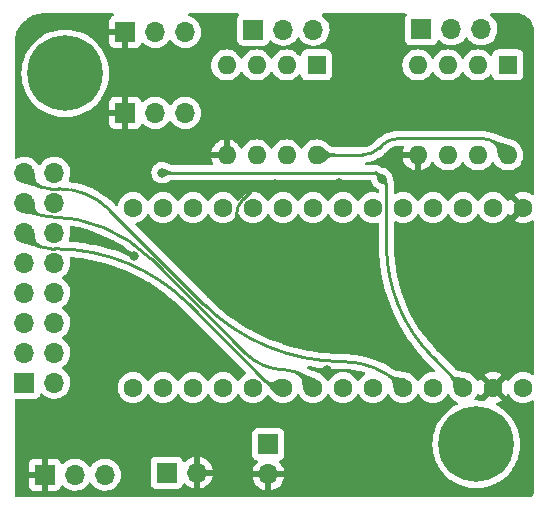
<source format=gbr>
%TF.GenerationSoftware,KiCad,Pcbnew,(6.0.5)*%
%TF.CreationDate,2022-06-26T17:30:21+02:00*%
%TF.ProjectId,midiperformer,6d696469-7065-4726-966f-726d65722e6b,rev?*%
%TF.SameCoordinates,Original*%
%TF.FileFunction,Copper,L2,Bot*%
%TF.FilePolarity,Positive*%
%FSLAX46Y46*%
G04 Gerber Fmt 4.6, Leading zero omitted, Abs format (unit mm)*
G04 Created by KiCad (PCBNEW (6.0.5)) date 2022-06-26 17:30:21*
%MOMM*%
%LPD*%
G01*
G04 APERTURE LIST*
%TA.AperFunction,ComponentPad*%
%ADD10R,1.700000X1.700000*%
%TD*%
%TA.AperFunction,ComponentPad*%
%ADD11O,1.700000X1.700000*%
%TD*%
%TA.AperFunction,ComponentPad*%
%ADD12C,1.600000*%
%TD*%
%TA.AperFunction,ComponentPad*%
%ADD13R,1.600000X1.600000*%
%TD*%
%TA.AperFunction,ComponentPad*%
%ADD14O,1.600000X1.600000*%
%TD*%
%TA.AperFunction,ComponentPad*%
%ADD15C,6.400000*%
%TD*%
%TA.AperFunction,ViaPad*%
%ADD16C,0.800000*%
%TD*%
%TA.AperFunction,Conductor*%
%ADD17C,0.250000*%
%TD*%
G04 APERTURE END LIST*
D10*
%TO.P,J4,1,S*%
%TO.N,GND*%
X208875000Y-66932744D03*
D11*
%TO.P,J4,2,R*%
%TO.N,Net-(J4-Pad2)*%
X211415000Y-66932744D03*
%TO.P,J4,3,T*%
%TO.N,Net-(J4-Pad3)*%
X213955000Y-66932744D03*
%TD*%
D10*
%TO.P,J3,1,S*%
%TO.N,GND*%
X208875000Y-60082744D03*
D11*
%TO.P,J3,2,R*%
%TO.N,Net-(J3-Pad2)*%
X211415000Y-60082744D03*
%TO.P,J3,3,T*%
%TO.N,Net-(J3-Pad3)*%
X213955000Y-60082744D03*
%TD*%
D10*
%TO.P,SW1,1,1*%
%TO.N,Net-(SW1-Pad1)*%
X212400000Y-97400000D03*
D11*
%TO.P,SW1,2,2*%
%TO.N,GND*%
X214940000Y-97400000D03*
%TD*%
D10*
%TO.P,J1,1,S*%
%TO.N,unconnected-(J1-Pad1)*%
X219735000Y-59882744D03*
D11*
%TO.P,J1,2,R*%
%TO.N,Net-(J1-Pad2)*%
X222275000Y-59882744D03*
%TO.P,J1,3,T*%
%TO.N,Net-(D1-Pad2)*%
X224815000Y-59882744D03*
%TD*%
D10*
%TO.P,J6,1,Pin_1*%
%TO.N,LED1*%
X200335000Y-89780000D03*
D11*
%TO.P,J6,2,Pin_2*%
%TO.N,Net-(J6-Pad2)*%
X202875000Y-89780000D03*
%TO.P,J6,3,Pin_3*%
%TO.N,LED2*%
X200335000Y-87240000D03*
%TO.P,J6,4,Pin_4*%
%TO.N,Net-(J6-Pad4)*%
X202875000Y-87240000D03*
%TO.P,J6,5,Pin_5*%
%TO.N,LED3*%
X200335000Y-84700000D03*
%TO.P,J6,6,Pin_6*%
%TO.N,Net-(J6-Pad6)*%
X202875000Y-84700000D03*
%TO.P,J6,7,Pin_7*%
%TO.N,LED4*%
X200335000Y-82160000D03*
%TO.P,J6,8,Pin_8*%
%TO.N,Net-(J6-Pad8)*%
X202875000Y-82160000D03*
%TO.P,J6,9,Pin_9*%
%TO.N,LED5*%
X200335000Y-79620000D03*
%TO.P,J6,10,Pin_10*%
%TO.N,Net-(J6-Pad10)*%
X202875000Y-79620000D03*
%TO.P,J6,11,Pin_11*%
%TO.N,LED6*%
X200335000Y-77080000D03*
%TO.P,J6,12,Pin_12*%
%TO.N,Net-(J6-Pad12)*%
X202875000Y-77080000D03*
%TO.P,J6,13,Pin_13*%
%TO.N,LED7*%
X200335000Y-74540000D03*
%TO.P,J6,14,Pin_14*%
%TO.N,Net-(J6-Pad14)*%
X202875000Y-74540000D03*
%TO.P,J6,15,Pin_15*%
%TO.N,LED8*%
X200335000Y-72000000D03*
%TO.P,J6,16,Pin_16*%
%TO.N,Net-(J6-Pad16)*%
X202875000Y-72000000D03*
%TD*%
D12*
%TO.P,U4,1,GND*%
%TO.N,GND*%
X242570000Y-74960000D03*
%TO.P,U4,2,0_RX1_CRX2_CS1*%
%TO.N,Serial1.RX*%
X240030000Y-74960000D03*
%TO.P,U4,3,1_TX1_CTX2_MISO1*%
%TO.N,Serial1.TX*%
X237490000Y-74960000D03*
%TO.P,U4,4,2_OUT2*%
%TO.N,LED1*%
X234950000Y-74960000D03*
%TO.P,U4,5,3_LRCLK2*%
%TO.N,LED2*%
X232410000Y-74960000D03*
%TO.P,U4,6,4_BCLK2*%
%TO.N,LED3*%
X229870000Y-74960000D03*
%TO.P,U4,7,5_IN2*%
%TO.N,LED4*%
X227330000Y-74960000D03*
%TO.P,U4,8,6_OUT1D*%
%TO.N,LED5*%
X224790000Y-74960000D03*
%TO.P,U4,9,7_RX2_OUT1A*%
%TO.N,Serial2.RX*%
X222250000Y-74960000D03*
%TO.P,U4,10,8_TX2_IN1*%
%TO.N,Serial2.TX*%
X219710000Y-74960000D03*
%TO.P,U4,11,9_OUT1C*%
%TO.N,unconnected-(U4-Pad11)*%
X217170000Y-74960000D03*
%TO.P,U4,12,10_CS_MQSR*%
%TO.N,unconnected-(U4-Pad12)*%
X214630000Y-74960000D03*
%TO.P,U4,13,11_MOSI_CTX1*%
%TO.N,unconnected-(U4-Pad13)*%
X212090000Y-74960000D03*
%TO.P,U4,14,12_MISO_MQSL*%
%TO.N,unconnected-(U4-Pad14)*%
X209550000Y-74960000D03*
%TO.P,U4,20,13_SCK_CRX1_LED*%
%TO.N,unconnected-(U4-Pad20)*%
X209550000Y-90200000D03*
%TO.P,U4,21,14_A0_TX3_SPDIF_OUT*%
%TO.N,Serial3.TX*%
X212090000Y-90200000D03*
%TO.P,U4,22,15_A1_RX3_SPDIF_IN*%
%TO.N,unconnected-(U4-Pad22)*%
X214630000Y-90200000D03*
%TO.P,U4,23,16_A2_RX4_SCL1*%
%TO.N,Net-(SW1-Pad1)*%
X217170000Y-90200000D03*
%TO.P,U4,24,17_A3_TX4_SDA1*%
%TO.N,unconnected-(U4-Pad24)*%
X219710000Y-90200000D03*
%TO.P,U4,25,18_A4_SDA0*%
%TO.N,LED6*%
X222250000Y-90200000D03*
%TO.P,U4,26,19_A5_SCL0*%
%TO.N,LED7*%
X224790000Y-90200000D03*
%TO.P,U4,27,20_A6_TX5_LRCLK1*%
%TO.N,unconnected-(U4-Pad27)*%
X227330000Y-90200000D03*
%TO.P,U4,28,21_A7_RX5_BCLK1*%
%TO.N,unconnected-(U4-Pad28)*%
X229870000Y-90200000D03*
%TO.P,U4,29,22_A8_CTX1*%
%TO.N,LED8*%
X232410000Y-90200000D03*
%TO.P,U4,30,23_A9_CRX1_MCLK1*%
%TO.N,unconnected-(U4-Pad30)*%
X234950000Y-90200000D03*
%TO.P,U4,31,3V3*%
%TO.N,+3V3*%
X237490000Y-90200000D03*
%TO.P,U4,32,GND*%
%TO.N,GND*%
X240030000Y-90200000D03*
%TO.P,U4,33,VIN*%
%TO.N,+5V*%
X242570000Y-90200000D03*
%TD*%
D10*
%TO.P,J2,1,S*%
%TO.N,unconnected-(J2-Pad1)*%
X233950000Y-59857744D03*
D11*
%TO.P,J2,2,R*%
%TO.N,Net-(J2-Pad2)*%
X236490000Y-59857744D03*
%TO.P,J2,3,T*%
%TO.N,Net-(D2-Pad2)*%
X239030000Y-59857744D03*
%TD*%
D13*
%TO.P,U2,1,NC*%
%TO.N,unconnected-(U2-Pad1)*%
X241275000Y-62882744D03*
D14*
%TO.P,U2,2,C1*%
%TO.N,Net-(D2-Pad1)*%
X238735000Y-62882744D03*
%TO.P,U2,3,C2*%
%TO.N,Net-(D2-Pad2)*%
X236195000Y-62882744D03*
%TO.P,U2,4,NC*%
%TO.N,unconnected-(U2-Pad4)*%
X233655000Y-62882744D03*
%TO.P,U2,5,GND*%
%TO.N,GND*%
X233655000Y-70502744D03*
%TO.P,U2,6,VO2*%
%TO.N,Serial1.RX*%
X236195000Y-70502744D03*
%TO.P,U2,7,VO1*%
%TO.N,unconnected-(U2-Pad7)*%
X238735000Y-70502744D03*
%TO.P,U2,8,VCC*%
%TO.N,+5V*%
X241275000Y-70502744D03*
%TD*%
D15*
%TO.P,H1,1*%
%TO.N,N/C*%
X238600000Y-95000000D03*
%TD*%
D10*
%TO.P,U5,1,gnd*%
%TO.N,GND*%
X202075000Y-97575000D03*
D11*
%TO.P,U5,2,Data*%
%TO.N,Serial3.TX*%
X204615000Y-97575000D03*
%TO.P,U5,3,+5v*%
%TO.N,+3V3*%
X207155000Y-97575000D03*
%TD*%
D15*
%TO.P,H2,1*%
%TO.N,N/C*%
X203800000Y-63600000D03*
%TD*%
D10*
%TO.P,J5,1*%
%TO.N,Net-(J5-Pad1)*%
X221000000Y-95000000D03*
D11*
%TO.P,J5,2*%
%TO.N,GND*%
X221000000Y-97540000D03*
%TD*%
D13*
%TO.P,U1,1,NC*%
%TO.N,unconnected-(U1-Pad1)*%
X225075000Y-62882744D03*
D14*
%TO.P,U1,2,C1*%
%TO.N,Net-(D1-Pad1)*%
X222535000Y-62882744D03*
%TO.P,U1,3,C2*%
%TO.N,Net-(D1-Pad2)*%
X219995000Y-62882744D03*
%TO.P,U1,4,NC*%
%TO.N,unconnected-(U1-Pad4)*%
X217455000Y-62882744D03*
%TO.P,U1,5,GND*%
%TO.N,GND*%
X217455000Y-70502744D03*
%TO.P,U1,6,VO2*%
%TO.N,Serial2.RX*%
X219995000Y-70502744D03*
%TO.P,U1,7,VO1*%
%TO.N,unconnected-(U1-Pad7)*%
X222535000Y-70502744D03*
%TO.P,U1,8,VCC*%
%TO.N,+5V*%
X225075000Y-70502744D03*
%TD*%
D16*
%TO.N,GND*%
X209600000Y-79100000D03*
X207200000Y-91600000D03*
X208500000Y-63800000D03*
X236600000Y-76800000D03*
X239100000Y-88500000D03*
X211000000Y-76700000D03*
X242900000Y-72600000D03*
X228100000Y-69200000D03*
X208500000Y-70700000D03*
X211700000Y-93100000D03*
X226000000Y-88700000D03*
X233500000Y-66600000D03*
X209000000Y-84700000D03*
X203200000Y-69200000D03*
X230800000Y-59800000D03*
X221600000Y-73000000D03*
X227000000Y-72900000D03*
X208900000Y-87200000D03*
X241200000Y-66300000D03*
X217600000Y-77000000D03*
X209800000Y-97400000D03*
X217400000Y-82000000D03*
X216200000Y-61300000D03*
X216688158Y-93694734D03*
X218900000Y-67300000D03*
X224200000Y-84600000D03*
X220800000Y-84000000D03*
X200500000Y-92500000D03*
X209000000Y-82200000D03*
X217300000Y-79700000D03*
%TO.N,+3V3*%
X211999998Y-72000000D03*
X230600000Y-72500000D03*
%TD*%
D17*
%TO.N,LED8*%
X202528916Y-73365489D02*
X203282023Y-73365491D01*
%TO.N,LED6*%
X202603596Y-78445489D02*
X202934811Y-78445489D01*
%TO.N,+5V*%
X232028427Y-69100000D02*
X239043829Y-69100000D01*
X225075000Y-70502744D02*
X228968829Y-70502744D01*
X230383043Y-69916957D02*
X230614214Y-69685786D01*
X240458043Y-69685787D02*
X241275000Y-70502744D01*
X240458029Y-69685801D02*
G75*
G03*
X239043829Y-69100000I-1414229J-1414199D01*
G01*
X230383038Y-69916952D02*
G75*
G02*
X228968829Y-70502744I-1414238J1414252D01*
G01*
X230614200Y-69685772D02*
G75*
G02*
X232028427Y-69100000I1414200J-1414228D01*
G01*
%TO.N,GND*%
X221600000Y-73000000D02*
X220908127Y-73000000D01*
X218294511Y-75613616D02*
X218294511Y-76305489D01*
X218294511Y-76305489D02*
X217600000Y-77000000D01*
X219493913Y-73585787D02*
X218880297Y-74199403D01*
X219493899Y-73585773D02*
G75*
G02*
X220908127Y-73000000I1414201J-1414227D01*
G01*
X218294520Y-75613616D02*
G75*
G02*
X218880298Y-74199404I1999980J16D01*
G01*
%TO.N,+3V3*%
X231000000Y-78139778D02*
X231000000Y-72900000D01*
X237490000Y-90200000D02*
X234938740Y-87648740D01*
X211999998Y-72000000D02*
X230100000Y-72000000D01*
X231000000Y-72900000D02*
X230600000Y-72500000D01*
X230100000Y-72000000D02*
X230600000Y-72500000D01*
X231000014Y-78139778D02*
G75*
G03*
X234938740Y-87648740I13447686J-22D01*
G01*
%TO.N,LED6*%
X222157019Y-90200000D02*
X222250000Y-90200000D01*
X214268753Y-83140161D02*
X220742806Y-89614214D01*
X200335000Y-77080000D02*
X201061757Y-77806757D01*
X201061756Y-77806758D02*
G75*
G03*
X202603596Y-78445489I1542044J1542058D01*
G01*
X214268747Y-83140167D02*
G75*
G03*
X202934811Y-78445489I-11333947J-11333933D01*
G01*
X220742796Y-89614224D02*
G75*
G03*
X222157019Y-90200000I1414204J1414224D01*
G01*
%TO.N,LED7*%
X211113926Y-79349630D02*
X219051986Y-87287690D01*
X223875787Y-89285787D02*
X224790000Y-90200000D01*
X200335000Y-74540000D02*
X200923725Y-75128725D01*
X202337938Y-75714536D02*
G75*
G02*
X211113926Y-79349630I62J-12411064D01*
G01*
X223875801Y-89285773D02*
G75*
G03*
X222461573Y-88700000I-1414201J-1414227D01*
G01*
X202337938Y-75714480D02*
G75*
G02*
X200923726Y-75128724I-38J1999980D01*
G01*
X222461573Y-88700005D02*
G75*
G02*
X219051986Y-87287690I27J4821905D01*
G01*
%TO.N,LED8*%
X207521576Y-75121576D02*
X215479921Y-83079921D01*
X200335000Y-72000000D02*
X201114703Y-72779703D01*
X232226603Y-90016603D02*
X232410000Y-90200000D01*
X232226604Y-90016602D02*
G75*
G03*
X227358044Y-88000000I-4868504J-4868498D01*
G01*
X207521562Y-75121590D02*
G75*
G03*
X203282023Y-73365491I-4239562J-4239510D01*
G01*
X201114697Y-72779709D02*
G75*
G03*
X202528916Y-73365489I1414203J1414209D01*
G01*
X215479900Y-83079942D02*
G75*
G03*
X227358044Y-88000000I11878100J11878142D01*
G01*
%TD*%
%TA.AperFunction,Conductor*%
%TO.N,LED7*%
G36*
X223506096Y-88831408D02*
G01*
X223506161Y-88831435D01*
X223712849Y-88917479D01*
X223712898Y-88917499D01*
X223889855Y-88992117D01*
X223889872Y-88992124D01*
X224046052Y-89058269D01*
X224190438Y-89118904D01*
X224190477Y-89118920D01*
X224269202Y-89151222D01*
X224332142Y-89177048D01*
X224332182Y-89177064D01*
X224480204Y-89235688D01*
X224643580Y-89297779D01*
X224831347Y-89366323D01*
X225044891Y-89441610D01*
X225051554Y-89447592D01*
X225052698Y-89452413D01*
X225067113Y-90189782D01*
X225072604Y-90470677D01*
X225069339Y-90479016D01*
X225060677Y-90482604D01*
X224258579Y-90466924D01*
X224042796Y-90462706D01*
X224034592Y-90459118D01*
X224031833Y-90454418D01*
X223970882Y-90254358D01*
X223970691Y-90253652D01*
X223924923Y-90060944D01*
X223924846Y-90060599D01*
X223888064Y-89881921D01*
X223851821Y-89716838D01*
X223851782Y-89716660D01*
X223807482Y-89564122D01*
X223746613Y-89423456D01*
X223663256Y-89297779D01*
X223660951Y-89294303D01*
X223660948Y-89294299D01*
X223660626Y-89293814D01*
X223540970Y-89174344D01*
X223459492Y-89118903D01*
X223379463Y-89064448D01*
X223379459Y-89064446D01*
X223379095Y-89064198D01*
X223176384Y-88967276D01*
X223170398Y-88960615D01*
X223170589Y-88952322D01*
X223219630Y-88831435D01*
X223256016Y-88741740D01*
X223262302Y-88735362D01*
X223271290Y-88735310D01*
X223506096Y-88831408D01*
G37*
%TD.AperFunction*%
%TD*%
%TA.AperFunction,Conductor*%
%TO.N,LED6*%
G36*
X222034221Y-89433226D02*
G01*
X222038544Y-89436860D01*
X222252157Y-89731066D01*
X222524740Y-90106489D01*
X222635923Y-90259620D01*
X222638010Y-90268328D01*
X222633329Y-90275962D01*
X222632044Y-90276773D01*
X221709299Y-90778530D01*
X221700394Y-90779471D01*
X221695600Y-90776684D01*
X221575658Y-90661345D01*
X221575531Y-90661219D01*
X221470626Y-90555441D01*
X221470439Y-90555248D01*
X221380912Y-90460595D01*
X221380758Y-90460429D01*
X221300799Y-90372542D01*
X221300719Y-90372453D01*
X221224578Y-90287033D01*
X221224539Y-90286989D01*
X221146526Y-90199806D01*
X221060937Y-90106614D01*
X221060918Y-90106593D01*
X221060865Y-90106536D01*
X220961849Y-90002936D01*
X220961833Y-90002920D01*
X220961807Y-90002893D01*
X220843809Y-89884790D01*
X220843735Y-89884716D01*
X220843683Y-89884666D01*
X220709140Y-89755612D01*
X220705542Y-89747412D01*
X220708718Y-89739150D01*
X220864725Y-89573356D01*
X220872890Y-89569679D01*
X220880521Y-89572211D01*
X220982687Y-89653321D01*
X220994682Y-89662844D01*
X221108749Y-89718649D01*
X221216954Y-89739264D01*
X221217731Y-89739203D01*
X221321345Y-89731066D01*
X221321347Y-89731066D01*
X221321953Y-89731018D01*
X221322535Y-89730847D01*
X221322538Y-89730846D01*
X221426043Y-89700346D01*
X221426406Y-89700239D01*
X221532968Y-89653257D01*
X221644297Y-89596399D01*
X221689600Y-89573356D01*
X221762802Y-89536123D01*
X221763329Y-89535872D01*
X221824844Y-89508359D01*
X221891409Y-89478588D01*
X221892379Y-89478206D01*
X222025284Y-89432666D01*
X222034221Y-89433226D01*
G37*
%TD.AperFunction*%
%TD*%
%TA.AperFunction,Conductor*%
%TO.N,LED8*%
G36*
X200719755Y-71712876D02*
G01*
X201129336Y-71720883D01*
X201137540Y-71724471D01*
X201140336Y-71729295D01*
X201193827Y-71912108D01*
X201194061Y-71913052D01*
X201230655Y-72092178D01*
X201230754Y-72092727D01*
X201256817Y-72260772D01*
X201280921Y-72417569D01*
X201311672Y-72562915D01*
X201357713Y-72696872D01*
X201427691Y-72819500D01*
X201530250Y-72930862D01*
X201674038Y-73031020D01*
X201857791Y-73115482D01*
X201863877Y-73122051D01*
X201863853Y-73130239D01*
X201783630Y-73343115D01*
X201777506Y-73349648D01*
X201768646Y-73349970D01*
X201545926Y-73268093D01*
X201347625Y-73199313D01*
X201347539Y-73199285D01*
X201176537Y-73143797D01*
X201176441Y-73143767D01*
X201083174Y-73115482D01*
X201024412Y-73097661D01*
X201024366Y-73097648D01*
X201024340Y-73097640D01*
X200883226Y-73057094D01*
X200744806Y-73018235D01*
X200744760Y-73018222D01*
X200601096Y-72977259D01*
X200600955Y-72977218D01*
X200443767Y-72930265D01*
X200443575Y-72930205D01*
X200264900Y-72873468D01*
X200264697Y-72873402D01*
X200063844Y-72805556D01*
X200057102Y-72799661D01*
X200055890Y-72794700D01*
X200053968Y-72696353D01*
X200034902Y-71721051D01*
X200034718Y-71711645D01*
X200037983Y-71703306D01*
X200046645Y-71699718D01*
X200719755Y-71712876D01*
G37*
%TD.AperFunction*%
%TD*%
%TA.AperFunction,Conductor*%
%TO.N,+3V3*%
G36*
X230092489Y-71881231D02*
G01*
X230094374Y-71881525D01*
X230163569Y-71898173D01*
X230165410Y-71898781D01*
X230223043Y-71923282D01*
X230224482Y-71924015D01*
X230255270Y-71942504D01*
X230274316Y-71953942D01*
X230275143Y-71954487D01*
X230320802Y-71987467D01*
X230320939Y-71987568D01*
X230365566Y-72020800D01*
X230365696Y-72020885D01*
X230365706Y-72020892D01*
X230412046Y-72051187D01*
X230412051Y-72051190D01*
X230412371Y-72051399D01*
X230412716Y-72051565D01*
X230412723Y-72051569D01*
X230464261Y-72076374D01*
X230464731Y-72076600D01*
X230465226Y-72076738D01*
X230465229Y-72076739D01*
X230504628Y-72087714D01*
X230526117Y-72093700D01*
X230526654Y-72093746D01*
X230526655Y-72093746D01*
X230591763Y-72099298D01*
X230599715Y-72103416D01*
X230602089Y-72107999D01*
X230614716Y-72156339D01*
X230741421Y-72641421D01*
X230323285Y-72633247D01*
X230231066Y-72631444D01*
X230222862Y-72627856D01*
X230219956Y-72622632D01*
X230205005Y-72563889D01*
X230204725Y-72562375D01*
X230196627Y-72493814D01*
X230196556Y-72492931D01*
X230193676Y-72424143D01*
X230193668Y-72423886D01*
X230192347Y-72357260D01*
X230192345Y-72357157D01*
X230188841Y-72294883D01*
X230184324Y-72268274D01*
X230179509Y-72239902D01*
X230179508Y-72239897D01*
X230179401Y-72239269D01*
X230160265Y-72192395D01*
X230127677Y-72156339D01*
X230077876Y-72133181D01*
X230035309Y-72128260D01*
X230017463Y-72126197D01*
X230009639Y-72121842D01*
X230007107Y-72114574D01*
X230007107Y-71887585D01*
X230010534Y-71879312D01*
X230019659Y-71875916D01*
X230092489Y-71881231D01*
G37*
%TD.AperFunction*%
%TD*%
%TA.AperFunction,Conductor*%
%TO.N,+3V3*%
G36*
X230834265Y-72456709D02*
G01*
X230991664Y-72497823D01*
X230998802Y-72503229D01*
X231000395Y-72508606D01*
X231002007Y-72543664D01*
X231003500Y-72576158D01*
X231003544Y-72576455D01*
X231012607Y-72638325D01*
X231013000Y-72641011D01*
X231027000Y-72697737D01*
X231027064Y-72697932D01*
X231027068Y-72697946D01*
X231039101Y-72734595D01*
X231044000Y-72749515D01*
X231044029Y-72749594D01*
X231044032Y-72749602D01*
X231062464Y-72799426D01*
X231062500Y-72799524D01*
X231080897Y-72850658D01*
X231081081Y-72851213D01*
X231089896Y-72880254D01*
X231097866Y-72906515D01*
X231098098Y-72907404D01*
X231111887Y-72970217D01*
X231112066Y-72971251D01*
X231121436Y-73044959D01*
X231121520Y-73045973D01*
X231124521Y-73122153D01*
X231121422Y-73130555D01*
X231112830Y-73134314D01*
X230885627Y-73134314D01*
X230877354Y-73130887D01*
X230873981Y-73123736D01*
X230868930Y-73071305D01*
X230868860Y-73070577D01*
X230851363Y-73021862D01*
X230849426Y-73019312D01*
X230824419Y-72986399D01*
X230824417Y-72986397D01*
X230823895Y-72985710D01*
X230787839Y-72959662D01*
X230744582Y-72941259D01*
X230744180Y-72941151D01*
X230744178Y-72941150D01*
X230730629Y-72937501D01*
X230695507Y-72928041D01*
X230642000Y-72917550D01*
X230585612Y-72907356D01*
X230585313Y-72907298D01*
X230544881Y-72898676D01*
X230527649Y-72895001D01*
X230526812Y-72894790D01*
X230507621Y-72889192D01*
X230476982Y-72880253D01*
X230470001Y-72874647D01*
X230468562Y-72869251D01*
X230468424Y-72862215D01*
X230458579Y-72358579D01*
X230834265Y-72456709D01*
G37*
%TD.AperFunction*%
%TD*%
%TA.AperFunction,Conductor*%
%TO.N,+3V3*%
G36*
X236462341Y-88994767D02*
G01*
X236592957Y-89112746D01*
X236592968Y-89112755D01*
X236593234Y-89112995D01*
X236720994Y-89202609D01*
X236840864Y-89263017D01*
X236956337Y-89301077D01*
X237070908Y-89323650D01*
X237188072Y-89337595D01*
X237311164Y-89349758D01*
X237311477Y-89349794D01*
X237443759Y-89366994D01*
X237444542Y-89367122D01*
X237469380Y-89372097D01*
X237589545Y-89396166D01*
X237590564Y-89396418D01*
X237744326Y-89441879D01*
X237751288Y-89447511D01*
X237752707Y-89452870D01*
X237772604Y-90470677D01*
X237769339Y-90479016D01*
X237760677Y-90482604D01*
X236742870Y-90462707D01*
X236734666Y-90459119D01*
X236731879Y-90454326D01*
X236686418Y-90300564D01*
X236686166Y-90299545D01*
X236657123Y-90154545D01*
X236656993Y-90153756D01*
X236639797Y-90021503D01*
X236639756Y-90021144D01*
X236627605Y-89898175D01*
X236627595Y-89898072D01*
X236613650Y-89780908D01*
X236591077Y-89666337D01*
X236553017Y-89550864D01*
X236492609Y-89430994D01*
X236447717Y-89366993D01*
X236403200Y-89303526D01*
X236403198Y-89303524D01*
X236402995Y-89303234D01*
X236402755Y-89302968D01*
X236402746Y-89302957D01*
X236284767Y-89172341D01*
X236281764Y-89163905D01*
X236285176Y-89156226D01*
X236446226Y-88995176D01*
X236454499Y-88991749D01*
X236462341Y-88994767D01*
G37*
%TD.AperFunction*%
%TD*%
%TA.AperFunction,Conductor*%
%TO.N,+3V3*%
G36*
X212181806Y-71643881D02*
G01*
X212236826Y-71672526D01*
X212244003Y-71676263D01*
X212244532Y-71676556D01*
X212303936Y-71711496D01*
X212304212Y-71711666D01*
X212356807Y-71744881D01*
X212356809Y-71744884D01*
X212356810Y-71744883D01*
X212405638Y-71775738D01*
X212453645Y-71803523D01*
X212453847Y-71803620D01*
X212453853Y-71803623D01*
X212484231Y-71818182D01*
X212503933Y-71827625D01*
X212559608Y-71847435D01*
X212559929Y-71847509D01*
X212559927Y-71847509D01*
X212623473Y-71862271D01*
X212623476Y-71862271D01*
X212623775Y-71862341D01*
X212624084Y-71862379D01*
X212624088Y-71862380D01*
X212668111Y-71867837D01*
X212699536Y-71871733D01*
X212746066Y-71873413D01*
X212778720Y-71874593D01*
X212786864Y-71878316D01*
X212789998Y-71886285D01*
X212789998Y-72113715D01*
X212786571Y-72121988D01*
X212778720Y-72125407D01*
X212755539Y-72126244D01*
X212699536Y-72128266D01*
X212668111Y-72132162D01*
X212624088Y-72137619D01*
X212624084Y-72137620D01*
X212623775Y-72137658D01*
X212623476Y-72137728D01*
X212623473Y-72137728D01*
X212585440Y-72146563D01*
X212559608Y-72152564D01*
X212503933Y-72172374D01*
X212503658Y-72172506D01*
X212453853Y-72196376D01*
X212453847Y-72196379D01*
X212453645Y-72196476D01*
X212405638Y-72224261D01*
X212356810Y-72255116D01*
X212304212Y-72288333D01*
X212303936Y-72288503D01*
X212253258Y-72318311D01*
X212244532Y-72323443D01*
X212244003Y-72323736D01*
X212181807Y-72356119D01*
X212172887Y-72356900D01*
X212168296Y-72354175D01*
X211808767Y-72008433D01*
X211805179Y-72000229D01*
X211808767Y-71991567D01*
X212168295Y-71645826D01*
X212176634Y-71642561D01*
X212181806Y-71643881D01*
G37*
%TD.AperFunction*%
%TD*%
%TA.AperFunction,Conductor*%
%TO.N,LED8*%
G36*
X231263889Y-89063355D02*
G01*
X231337164Y-89108215D01*
X231422088Y-89160208D01*
X231570041Y-89232515D01*
X231703184Y-89280394D01*
X231752782Y-89292231D01*
X231826275Y-89309770D01*
X231826285Y-89309772D01*
X231826541Y-89309833D01*
X231826801Y-89309870D01*
X231826805Y-89309871D01*
X231944968Y-89326795D01*
X231944975Y-89326796D01*
X231945137Y-89326819D01*
X232063993Y-89337340D01*
X232064026Y-89337343D01*
X232064038Y-89337344D01*
X232158286Y-89344969D01*
X232187957Y-89347370D01*
X232188345Y-89347408D01*
X232264789Y-89356252D01*
X232322204Y-89362895D01*
X232322939Y-89363003D01*
X232471923Y-89389913D01*
X232472806Y-89390108D01*
X232580944Y-89418417D01*
X232634291Y-89432382D01*
X232641427Y-89437793D01*
X232643008Y-89443011D01*
X232703068Y-90459313D01*
X232700135Y-90467774D01*
X232691622Y-90471701D01*
X232190882Y-90481684D01*
X231673862Y-90491991D01*
X231665522Y-90488729D01*
X231662532Y-90484001D01*
X231612537Y-90334371D01*
X231612238Y-90333311D01*
X231578705Y-90188992D01*
X231578555Y-90188234D01*
X231556692Y-90054675D01*
X231556651Y-90054410D01*
X231539165Y-89929721D01*
X231539150Y-89929612D01*
X231518717Y-89811986D01*
X231488012Y-89699701D01*
X231439678Y-89590822D01*
X231366361Y-89483420D01*
X231326778Y-89443011D01*
X231261008Y-89375870D01*
X231261006Y-89375868D01*
X231260705Y-89375561D01*
X231244065Y-89362939D01*
X231124136Y-89271974D01*
X231119616Y-89264244D01*
X231121481Y-89256149D01*
X231248054Y-89066830D01*
X231255501Y-89061857D01*
X231263889Y-89063355D01*
G37*
%TD.AperFunction*%
%TD*%
%TA.AperFunction,Conductor*%
%TO.N,+5V*%
G36*
X240072891Y-69223463D02*
G01*
X240267709Y-69300090D01*
X240435336Y-69364165D01*
X240583988Y-69419090D01*
X240689510Y-69456722D01*
X240721874Y-69468264D01*
X240721882Y-69468267D01*
X240857211Y-69515093D01*
X240857234Y-69515101D01*
X240998259Y-69562993D01*
X241153152Y-69615340D01*
X241153174Y-69615347D01*
X241330196Y-69675565D01*
X241330242Y-69675581D01*
X241529816Y-69744388D01*
X241536520Y-69750324D01*
X241537700Y-69755220D01*
X241557604Y-70773421D01*
X241554339Y-70781760D01*
X241545677Y-70785348D01*
X241085125Y-70776345D01*
X240527837Y-70765451D01*
X240519634Y-70761863D01*
X240516859Y-70757109D01*
X240461619Y-70572614D01*
X240461407Y-70571801D01*
X240421505Y-70392628D01*
X240421416Y-70392189D01*
X240390914Y-70225298D01*
X240361639Y-70070483D01*
X240361637Y-70070473D01*
X240361605Y-70070305D01*
X240325262Y-69926853D01*
X240273617Y-69794366D01*
X240198404Y-69672267D01*
X240091356Y-69559980D01*
X239944204Y-69456930D01*
X239758562Y-69367309D01*
X239752602Y-69360627D01*
X239752807Y-69352375D01*
X239838282Y-69141689D01*
X239844568Y-69135311D01*
X239853489Y-69135232D01*
X240072891Y-69223463D01*
G37*
%TD.AperFunction*%
%TD*%
%TA.AperFunction,Conductor*%
%TO.N,LED7*%
G36*
X201127830Y-74256954D02*
G01*
X201136052Y-74260501D01*
X201138913Y-74265454D01*
X201182826Y-74419919D01*
X201183103Y-74421135D01*
X201209659Y-74575519D01*
X201209766Y-74576300D01*
X201224876Y-74722640D01*
X201224896Y-74722846D01*
X201236672Y-74860700D01*
X201253249Y-74989234D01*
X201282800Y-75107935D01*
X201333504Y-75216361D01*
X201413537Y-75314069D01*
X201414125Y-75314502D01*
X201414126Y-75314503D01*
X201472924Y-75357796D01*
X201531080Y-75400617D01*
X201531621Y-75400865D01*
X201531622Y-75400866D01*
X201684496Y-75471058D01*
X201690585Y-75477625D01*
X201690603Y-75485707D01*
X201612426Y-75699626D01*
X201606368Y-75706220D01*
X201597666Y-75706686D01*
X201401639Y-75639944D01*
X201401629Y-75639941D01*
X201401503Y-75639898D01*
X201313167Y-75614647D01*
X201224470Y-75589293D01*
X201224464Y-75589291D01*
X201224312Y-75589248D01*
X201224171Y-75589216D01*
X201224161Y-75589213D01*
X201155004Y-75573322D01*
X201070093Y-75553810D01*
X200932016Y-75528973D01*
X200931956Y-75528964D01*
X200931937Y-75528961D01*
X200803250Y-75510125D01*
X200677056Y-75492666D01*
X200676873Y-75492638D01*
X200569156Y-75475564D01*
X200546565Y-75471983D01*
X200546088Y-75471897D01*
X200507535Y-75464134D01*
X200404812Y-75443451D01*
X200404228Y-75443318D01*
X200333360Y-75425132D01*
X200244998Y-75402457D01*
X200244395Y-75402285D01*
X200068009Y-75346805D01*
X200061146Y-75341054D01*
X200059824Y-75335931D01*
X200059275Y-75313502D01*
X200033294Y-74253135D01*
X200036517Y-74244780D01*
X200045161Y-74241149D01*
X201127830Y-74256954D01*
G37*
%TD.AperFunction*%
%TD*%
%TA.AperFunction,Conductor*%
%TO.N,LED6*%
G36*
X200719755Y-76792876D02*
G01*
X201129336Y-76800883D01*
X201137540Y-76804471D01*
X201140336Y-76809295D01*
X201193827Y-76992108D01*
X201194061Y-76993052D01*
X201230655Y-77172178D01*
X201230754Y-77172727D01*
X201256817Y-77340772D01*
X201280921Y-77497569D01*
X201311672Y-77642915D01*
X201357713Y-77776872D01*
X201427691Y-77899500D01*
X201530250Y-78010862D01*
X201674038Y-78111020D01*
X201857791Y-78195482D01*
X201863877Y-78202051D01*
X201863853Y-78210239D01*
X201783630Y-78423115D01*
X201777506Y-78429648D01*
X201768646Y-78429970D01*
X201545926Y-78348093D01*
X201347625Y-78279313D01*
X201347539Y-78279285D01*
X201176537Y-78223797D01*
X201176441Y-78223767D01*
X201083174Y-78195482D01*
X201024412Y-78177661D01*
X201024366Y-78177648D01*
X201024340Y-78177640D01*
X200883226Y-78137094D01*
X200744806Y-78098235D01*
X200744760Y-78098222D01*
X200601096Y-78057259D01*
X200600955Y-78057218D01*
X200443767Y-78010265D01*
X200443575Y-78010205D01*
X200264900Y-77953468D01*
X200264697Y-77953402D01*
X200063844Y-77885556D01*
X200057102Y-77879661D01*
X200055890Y-77874700D01*
X200053968Y-77776353D01*
X200034902Y-76801051D01*
X200034718Y-76791645D01*
X200037983Y-76783306D01*
X200046645Y-76779718D01*
X200719755Y-76792876D01*
G37*
%TD.AperFunction*%
%TD*%
%TA.AperFunction,Conductor*%
%TO.N,+5V*%
G36*
X225431237Y-69786835D02*
G01*
X225572116Y-69863420D01*
X225572989Y-69863946D01*
X225672291Y-69930107D01*
X225696072Y-69945951D01*
X225696722Y-69946417D01*
X225802382Y-70027762D01*
X225802663Y-70027984D01*
X225898306Y-70106426D01*
X225991015Y-70179412D01*
X225991196Y-70179533D01*
X225991205Y-70179540D01*
X226032036Y-70206929D01*
X226087991Y-70244465D01*
X226128757Y-70265020D01*
X226196173Y-70299013D01*
X226196180Y-70299016D01*
X226196555Y-70299205D01*
X226324031Y-70341251D01*
X226477738Y-70368224D01*
X226478090Y-70368242D01*
X226478091Y-70368242D01*
X226499330Y-70369322D01*
X226653895Y-70377179D01*
X226661983Y-70381022D01*
X226665000Y-70388864D01*
X226665000Y-70616624D01*
X226661573Y-70624897D01*
X226653895Y-70628308D01*
X226497432Y-70636262D01*
X226478091Y-70637245D01*
X226478090Y-70637245D01*
X226477738Y-70637263D01*
X226324031Y-70664236D01*
X226196555Y-70706282D01*
X226196180Y-70706471D01*
X226196173Y-70706474D01*
X226128757Y-70740467D01*
X226087991Y-70761022D01*
X226032036Y-70798558D01*
X225991205Y-70825947D01*
X225991196Y-70825954D01*
X225991015Y-70826075D01*
X225898306Y-70899061D01*
X225898267Y-70899093D01*
X225802665Y-70977501D01*
X225802382Y-70977725D01*
X225696722Y-71059070D01*
X225696072Y-71059536D01*
X225573001Y-71141533D01*
X225572102Y-71142075D01*
X225431236Y-71218653D01*
X225422331Y-71219594D01*
X225417538Y-71216807D01*
X224842856Y-70664163D01*
X224683769Y-70511177D01*
X224680181Y-70502973D01*
X224683769Y-70494311D01*
X224804985Y-70377744D01*
X225168923Y-70027762D01*
X225417538Y-69788681D01*
X225425877Y-69785416D01*
X225431237Y-69786835D01*
G37*
%TD.AperFunction*%
%TD*%
%TA.AperFunction,Conductor*%
%TO.N,GND*%
G36*
X207882694Y-58528502D02*
G01*
X207929187Y-58582158D01*
X207939291Y-58652432D01*
X207909797Y-58717012D01*
X207858802Y-58752482D01*
X207786948Y-58779419D01*
X207771351Y-58787958D01*
X207669276Y-58864459D01*
X207656715Y-58877020D01*
X207580214Y-58979095D01*
X207571676Y-58994690D01*
X207526522Y-59115138D01*
X207522895Y-59130393D01*
X207517369Y-59181258D01*
X207517000Y-59188072D01*
X207517000Y-59810629D01*
X207521475Y-59825868D01*
X207522865Y-59827073D01*
X207530548Y-59828744D01*
X209003000Y-59828744D01*
X209071121Y-59848746D01*
X209117614Y-59902402D01*
X209129000Y-59954744D01*
X209129000Y-61422628D01*
X209133475Y-61437867D01*
X209134865Y-61439072D01*
X209142548Y-61440743D01*
X209769669Y-61440743D01*
X209776490Y-61440373D01*
X209827352Y-61434849D01*
X209842604Y-61431223D01*
X209963054Y-61386068D01*
X209978649Y-61377530D01*
X210080724Y-61301029D01*
X210093285Y-61288468D01*
X210169786Y-61186393D01*
X210178324Y-61170798D01*
X210219225Y-61061696D01*
X210261867Y-61004932D01*
X210328428Y-60980232D01*
X210397777Y-60995440D01*
X210432444Y-61023428D01*
X210457865Y-61052775D01*
X210457869Y-61052779D01*
X210461250Y-61056682D01*
X210633126Y-61199376D01*
X210826000Y-61312082D01*
X211034692Y-61391774D01*
X211039760Y-61392805D01*
X211039763Y-61392806D01*
X211147017Y-61414627D01*
X211253597Y-61436311D01*
X211258772Y-61436501D01*
X211258774Y-61436501D01*
X211471673Y-61444308D01*
X211471677Y-61444308D01*
X211476837Y-61444497D01*
X211481957Y-61443841D01*
X211481959Y-61443841D01*
X211693288Y-61416769D01*
X211693289Y-61416769D01*
X211698416Y-61416112D01*
X211703366Y-61414627D01*
X211907429Y-61353405D01*
X211907434Y-61353403D01*
X211912384Y-61351918D01*
X212112994Y-61253640D01*
X212294860Y-61123917D01*
X212306737Y-61112082D01*
X212388186Y-61030917D01*
X212453096Y-60966233D01*
X212486122Y-60920273D01*
X212583453Y-60784821D01*
X212584776Y-60785772D01*
X212631645Y-60742601D01*
X212701580Y-60730369D01*
X212767026Y-60757888D01*
X212794875Y-60789738D01*
X212854987Y-60887832D01*
X213001250Y-61056682D01*
X213173126Y-61199376D01*
X213366000Y-61312082D01*
X213574692Y-61391774D01*
X213579760Y-61392805D01*
X213579763Y-61392806D01*
X213687017Y-61414627D01*
X213793597Y-61436311D01*
X213798772Y-61436501D01*
X213798774Y-61436501D01*
X214011673Y-61444308D01*
X214011677Y-61444308D01*
X214016837Y-61444497D01*
X214021957Y-61443841D01*
X214021959Y-61443841D01*
X214233288Y-61416769D01*
X214233289Y-61416769D01*
X214238416Y-61416112D01*
X214243366Y-61414627D01*
X214447429Y-61353405D01*
X214447434Y-61353403D01*
X214452384Y-61351918D01*
X214652994Y-61253640D01*
X214834860Y-61123917D01*
X214846737Y-61112082D01*
X214928186Y-61030917D01*
X214993096Y-60966233D01*
X215026122Y-60920273D01*
X215120435Y-60789021D01*
X215123453Y-60784821D01*
X215137758Y-60755878D01*
X215220136Y-60589197D01*
X215220137Y-60589195D01*
X215222430Y-60584555D01*
X215256518Y-60472360D01*
X215285865Y-60375767D01*
X215285865Y-60375765D01*
X215287370Y-60370813D01*
X215316529Y-60149334D01*
X215316615Y-60145813D01*
X215318074Y-60086109D01*
X215318074Y-60086105D01*
X215318156Y-60082744D01*
X215299852Y-59860105D01*
X215245431Y-59643446D01*
X215156354Y-59438584D01*
X215035014Y-59251021D01*
X214884670Y-59085795D01*
X214880619Y-59082596D01*
X214880615Y-59082592D01*
X214713414Y-58950544D01*
X214713410Y-58950542D01*
X214709359Y-58947342D01*
X214678459Y-58930284D01*
X214632633Y-58904987D01*
X214513789Y-58839382D01*
X214508920Y-58837658D01*
X214508916Y-58837656D01*
X214308087Y-58766539D01*
X214308083Y-58766538D01*
X214303212Y-58764813D01*
X214298119Y-58763906D01*
X214298116Y-58763905D01*
X214268035Y-58758547D01*
X214204477Y-58726909D01*
X214168114Y-58665932D01*
X214170491Y-58594975D01*
X214210852Y-58536567D01*
X214276384Y-58509252D01*
X214290131Y-58508500D01*
X218390498Y-58508500D01*
X218458619Y-58528502D01*
X218505112Y-58582158D01*
X218515216Y-58652432D01*
X218491324Y-58710065D01*
X218450293Y-58764813D01*
X218434385Y-58786039D01*
X218383255Y-58922428D01*
X218376500Y-58984610D01*
X218376500Y-60780878D01*
X218383255Y-60843060D01*
X218434385Y-60979449D01*
X218521739Y-61096005D01*
X218638295Y-61183359D01*
X218774684Y-61234489D01*
X218836866Y-61241244D01*
X220633134Y-61241244D01*
X220695316Y-61234489D01*
X220831705Y-61183359D01*
X220948261Y-61096005D01*
X221035615Y-60979449D01*
X221057799Y-60920273D01*
X221079598Y-60862126D01*
X221122240Y-60805362D01*
X221188802Y-60780662D01*
X221258150Y-60795870D01*
X221292817Y-60823858D01*
X221321250Y-60856682D01*
X221493126Y-60999376D01*
X221686000Y-61112082D01*
X221690825Y-61113924D01*
X221690826Y-61113925D01*
X221763612Y-61141719D01*
X221894692Y-61191774D01*
X221899760Y-61192805D01*
X221899763Y-61192806D01*
X222007017Y-61214627D01*
X222113597Y-61236311D01*
X222118772Y-61236501D01*
X222118774Y-61236501D01*
X222331673Y-61244308D01*
X222331677Y-61244308D01*
X222336837Y-61244497D01*
X222341957Y-61243841D01*
X222341959Y-61243841D01*
X222553288Y-61216769D01*
X222553289Y-61216769D01*
X222558416Y-61216112D01*
X222573785Y-61211501D01*
X222767429Y-61153405D01*
X222767434Y-61153403D01*
X222772384Y-61151918D01*
X222972994Y-61053640D01*
X223154860Y-60923917D01*
X223313096Y-60766233D01*
X223319093Y-60757888D01*
X223443453Y-60584821D01*
X223444776Y-60585772D01*
X223491645Y-60542601D01*
X223561580Y-60530369D01*
X223627026Y-60557888D01*
X223654875Y-60589738D01*
X223714987Y-60687832D01*
X223861250Y-60856682D01*
X224033126Y-60999376D01*
X224226000Y-61112082D01*
X224230825Y-61113924D01*
X224230826Y-61113925D01*
X224303612Y-61141719D01*
X224434692Y-61191774D01*
X224439760Y-61192805D01*
X224439763Y-61192806D01*
X224547017Y-61214627D01*
X224653597Y-61236311D01*
X224658772Y-61236501D01*
X224658774Y-61236501D01*
X224871673Y-61244308D01*
X224871677Y-61244308D01*
X224876837Y-61244497D01*
X224881957Y-61243841D01*
X224881959Y-61243841D01*
X225093288Y-61216769D01*
X225093289Y-61216769D01*
X225098416Y-61216112D01*
X225113785Y-61211501D01*
X225307429Y-61153405D01*
X225307434Y-61153403D01*
X225312384Y-61151918D01*
X225512994Y-61053640D01*
X225694860Y-60923917D01*
X225853096Y-60766233D01*
X225859093Y-60757888D01*
X225980435Y-60589021D01*
X225983453Y-60584821D01*
X225990569Y-60570424D01*
X226080136Y-60389197D01*
X226080137Y-60389195D01*
X226082430Y-60384555D01*
X226147370Y-60170813D01*
X226176529Y-59949334D01*
X226177557Y-59907268D01*
X226178074Y-59886109D01*
X226178074Y-59886105D01*
X226178156Y-59882744D01*
X226159852Y-59660105D01*
X226105431Y-59443446D01*
X226016354Y-59238584D01*
X225957888Y-59148210D01*
X225897822Y-59055361D01*
X225897820Y-59055358D01*
X225895014Y-59051021D01*
X225744670Y-58885795D01*
X225740619Y-58882596D01*
X225740615Y-58882592D01*
X225573414Y-58750544D01*
X225573410Y-58750542D01*
X225569359Y-58747342D01*
X225564774Y-58744811D01*
X225564754Y-58744791D01*
X225560525Y-58741981D01*
X225561105Y-58741108D01*
X225514801Y-58694381D01*
X225500026Y-58624939D01*
X225525140Y-58558532D01*
X225582169Y-58516245D01*
X225625663Y-58508500D01*
X232586762Y-58508500D01*
X232654883Y-58528502D01*
X232701376Y-58582158D01*
X232711480Y-58652432D01*
X232687588Y-58710065D01*
X232649385Y-58761039D01*
X232598255Y-58897428D01*
X232591500Y-58959610D01*
X232591500Y-60755878D01*
X232598255Y-60818060D01*
X232649385Y-60954449D01*
X232736739Y-61071005D01*
X232853295Y-61158359D01*
X232989684Y-61209489D01*
X233051866Y-61216244D01*
X234848134Y-61216244D01*
X234910316Y-61209489D01*
X235046705Y-61158359D01*
X235163261Y-61071005D01*
X235250615Y-60954449D01*
X235277238Y-60883432D01*
X235294598Y-60837126D01*
X235337240Y-60780362D01*
X235403802Y-60755662D01*
X235473150Y-60770870D01*
X235507817Y-60798858D01*
X235536250Y-60831682D01*
X235708126Y-60974376D01*
X235901000Y-61087082D01*
X235905825Y-61088924D01*
X235905826Y-61088925D01*
X235971295Y-61113925D01*
X236109692Y-61166774D01*
X236114760Y-61167805D01*
X236114763Y-61167806D01*
X236191209Y-61183359D01*
X236328597Y-61211311D01*
X236333772Y-61211501D01*
X236333774Y-61211501D01*
X236546673Y-61219308D01*
X236546677Y-61219308D01*
X236551837Y-61219497D01*
X236556957Y-61218841D01*
X236556959Y-61218841D01*
X236768288Y-61191769D01*
X236768289Y-61191769D01*
X236773416Y-61191112D01*
X236799258Y-61183359D01*
X236982429Y-61128405D01*
X236982434Y-61128403D01*
X236987384Y-61126918D01*
X237187994Y-61028640D01*
X237369860Y-60898917D01*
X237528096Y-60741233D01*
X237552487Y-60707290D01*
X237658453Y-60559821D01*
X237659776Y-60560772D01*
X237706645Y-60517601D01*
X237776580Y-60505369D01*
X237842026Y-60532888D01*
X237869875Y-60564738D01*
X237929987Y-60662832D01*
X238076250Y-60831682D01*
X238248126Y-60974376D01*
X238441000Y-61087082D01*
X238445825Y-61088924D01*
X238445826Y-61088925D01*
X238511295Y-61113925D01*
X238649692Y-61166774D01*
X238654760Y-61167805D01*
X238654763Y-61167806D01*
X238731209Y-61183359D01*
X238868597Y-61211311D01*
X238873772Y-61211501D01*
X238873774Y-61211501D01*
X239086673Y-61219308D01*
X239086677Y-61219308D01*
X239091837Y-61219497D01*
X239096957Y-61218841D01*
X239096959Y-61218841D01*
X239308288Y-61191769D01*
X239308289Y-61191769D01*
X239313416Y-61191112D01*
X239339258Y-61183359D01*
X239522429Y-61128405D01*
X239522434Y-61128403D01*
X239527384Y-61126918D01*
X239727994Y-61028640D01*
X239909860Y-60898917D01*
X240068096Y-60741233D01*
X240092487Y-60707290D01*
X240195435Y-60564021D01*
X240198453Y-60559821D01*
X240200907Y-60554857D01*
X240295136Y-60364197D01*
X240295137Y-60364195D01*
X240297430Y-60359555D01*
X240343638Y-60207468D01*
X240360865Y-60150767D01*
X240360865Y-60150765D01*
X240362370Y-60145813D01*
X240391529Y-59924334D01*
X240392065Y-59902402D01*
X240393074Y-59861109D01*
X240393074Y-59861105D01*
X240393156Y-59857744D01*
X240374852Y-59635105D01*
X240320431Y-59418446D01*
X240231354Y-59213584D01*
X240148684Y-59085795D01*
X240112822Y-59030361D01*
X240112820Y-59030358D01*
X240110014Y-59026021D01*
X239959670Y-58860795D01*
X239955619Y-58857596D01*
X239955615Y-58857592D01*
X239798338Y-58733382D01*
X239757275Y-58675465D01*
X239754043Y-58604542D01*
X239789669Y-58543130D01*
X239852840Y-58510728D01*
X239876430Y-58508500D01*
X241950633Y-58508500D01*
X241970018Y-58510000D01*
X241984851Y-58512310D01*
X241984855Y-58512310D01*
X241993724Y-58513691D01*
X242008981Y-58511696D01*
X242034302Y-58510953D01*
X242203285Y-58523039D01*
X242221064Y-58525596D01*
X242401343Y-58564813D01*
X242411392Y-58566999D01*
X242428641Y-58572063D01*
X242611150Y-58640136D01*
X242627502Y-58647604D01*
X242798458Y-58740952D01*
X242813582Y-58750672D01*
X242969514Y-58867402D01*
X242983100Y-58879175D01*
X243120825Y-59016900D01*
X243132598Y-59030486D01*
X243249328Y-59186418D01*
X243259048Y-59201542D01*
X243352396Y-59372498D01*
X243359864Y-59388850D01*
X243427937Y-59571359D01*
X243433001Y-59588607D01*
X243474404Y-59778936D01*
X243476961Y-59796715D01*
X243488264Y-59954744D01*
X243488540Y-59958601D01*
X243487793Y-59976565D01*
X243487692Y-59984845D01*
X243486309Y-59993724D01*
X243487474Y-60002630D01*
X243490436Y-60025283D01*
X243491500Y-60041621D01*
X243491500Y-73766425D01*
X243471498Y-73834546D01*
X243417842Y-73881039D01*
X243347568Y-73891143D01*
X243293229Y-73869638D01*
X243231006Y-73826069D01*
X243221511Y-73820586D01*
X243024053Y-73728510D01*
X243013761Y-73724764D01*
X242803312Y-73668375D01*
X242792519Y-73666472D01*
X242575475Y-73647483D01*
X242564525Y-73647483D01*
X242347481Y-73666472D01*
X242336688Y-73668375D01*
X242126239Y-73724764D01*
X242115947Y-73728510D01*
X241918489Y-73820586D01*
X241908994Y-73826069D01*
X241856952Y-73862509D01*
X241848576Y-73872988D01*
X241855644Y-73886434D01*
X242840115Y-74870905D01*
X242874141Y-74933217D01*
X242869076Y-75004032D01*
X242840115Y-75049095D01*
X241854923Y-76034287D01*
X241848493Y-76046062D01*
X241857789Y-76058077D01*
X241908994Y-76093931D01*
X241918489Y-76099414D01*
X242115947Y-76191490D01*
X242126239Y-76195236D01*
X242336688Y-76251625D01*
X242347481Y-76253528D01*
X242564525Y-76272517D01*
X242575475Y-76272517D01*
X242792519Y-76253528D01*
X242803312Y-76251625D01*
X243013761Y-76195236D01*
X243024053Y-76191490D01*
X243221511Y-76099414D01*
X243231006Y-76093931D01*
X243293229Y-76050362D01*
X243360503Y-76027674D01*
X243429363Y-76044959D01*
X243477948Y-76096728D01*
X243491500Y-76153575D01*
X243491500Y-89005814D01*
X243471498Y-89073935D01*
X243417842Y-89120428D01*
X243347568Y-89130532D01*
X243293229Y-89109027D01*
X243283920Y-89102509D01*
X243226749Y-89062477D01*
X243221767Y-89060154D01*
X243221762Y-89060151D01*
X243024225Y-88968039D01*
X243024224Y-88968039D01*
X243019243Y-88965716D01*
X243013935Y-88964294D01*
X243013933Y-88964293D01*
X242803402Y-88907881D01*
X242803400Y-88907881D01*
X242798087Y-88906457D01*
X242570000Y-88886502D01*
X242341913Y-88906457D01*
X242336600Y-88907881D01*
X242336598Y-88907881D01*
X242126067Y-88964293D01*
X242126065Y-88964294D01*
X242120757Y-88965716D01*
X242115776Y-88968039D01*
X242115775Y-88968039D01*
X241918238Y-89060151D01*
X241918233Y-89060154D01*
X241913251Y-89062477D01*
X241856080Y-89102509D01*
X241730211Y-89190643D01*
X241730208Y-89190645D01*
X241725700Y-89193802D01*
X241563802Y-89355700D01*
X241432477Y-89543251D01*
X241430154Y-89548233D01*
X241430151Y-89548238D01*
X241413919Y-89583049D01*
X241367002Y-89636334D01*
X241298725Y-89655795D01*
X241230765Y-89635253D01*
X241185529Y-89583049D01*
X241169414Y-89548489D01*
X241163931Y-89538994D01*
X241127491Y-89486952D01*
X241117012Y-89478576D01*
X241103566Y-89485644D01*
X240402022Y-90187188D01*
X240394408Y-90201132D01*
X240394539Y-90202965D01*
X240398790Y-90209580D01*
X241104287Y-90915077D01*
X241116062Y-90921507D01*
X241128077Y-90912211D01*
X241163931Y-90861006D01*
X241169414Y-90851511D01*
X241185529Y-90816951D01*
X241232446Y-90763666D01*
X241300723Y-90744205D01*
X241368683Y-90764747D01*
X241413919Y-90816951D01*
X241430151Y-90851762D01*
X241430154Y-90851767D01*
X241432477Y-90856749D01*
X241477763Y-90921424D01*
X241550959Y-91025958D01*
X241563802Y-91044300D01*
X241725700Y-91206198D01*
X241730208Y-91209355D01*
X241730211Y-91209357D01*
X241746559Y-91220804D01*
X241913251Y-91337523D01*
X241918233Y-91339846D01*
X241918238Y-91339849D01*
X242089571Y-91419742D01*
X242120757Y-91434284D01*
X242126065Y-91435706D01*
X242126067Y-91435707D01*
X242336598Y-91492119D01*
X242336600Y-91492119D01*
X242341913Y-91493543D01*
X242570000Y-91513498D01*
X242798087Y-91493543D01*
X242803400Y-91492119D01*
X242803402Y-91492119D01*
X243013933Y-91435707D01*
X243013935Y-91435706D01*
X243019243Y-91434284D01*
X243050429Y-91419742D01*
X243221762Y-91339849D01*
X243221767Y-91339846D01*
X243226749Y-91337523D01*
X243293229Y-91290973D01*
X243360503Y-91268285D01*
X243429363Y-91285570D01*
X243477948Y-91337340D01*
X243491500Y-91394186D01*
X243491500Y-98950633D01*
X243490000Y-98970018D01*
X243486309Y-98993724D01*
X243487473Y-99002626D01*
X243487489Y-99002750D01*
X243487760Y-99033193D01*
X243480766Y-99095264D01*
X243474487Y-99122771D01*
X243447515Y-99199853D01*
X243435273Y-99225274D01*
X243391822Y-99294426D01*
X243374230Y-99316485D01*
X243316485Y-99374230D01*
X243294426Y-99391822D01*
X243225274Y-99435273D01*
X243199853Y-99447515D01*
X243122772Y-99474487D01*
X243095264Y-99480766D01*
X243039774Y-99487018D01*
X243024132Y-99486923D01*
X243024121Y-99487800D01*
X243015149Y-99487690D01*
X243006276Y-99486309D01*
X242997374Y-99487473D01*
X242997372Y-99487473D01*
X242986385Y-99488910D01*
X242974714Y-99490436D01*
X242958379Y-99491500D01*
X199634500Y-99491500D01*
X199566379Y-99471498D01*
X199519886Y-99417842D01*
X199508500Y-99365500D01*
X199508500Y-98469669D01*
X200717001Y-98469669D01*
X200717371Y-98476490D01*
X200722895Y-98527352D01*
X200726521Y-98542604D01*
X200771676Y-98663054D01*
X200780214Y-98678649D01*
X200856715Y-98780724D01*
X200869276Y-98793285D01*
X200971351Y-98869786D01*
X200986946Y-98878324D01*
X201107394Y-98923478D01*
X201122649Y-98927105D01*
X201173514Y-98932631D01*
X201180328Y-98933000D01*
X201802885Y-98933000D01*
X201818124Y-98928525D01*
X201819329Y-98927135D01*
X201821000Y-98919452D01*
X201821000Y-98914884D01*
X202329000Y-98914884D01*
X202333475Y-98930123D01*
X202334865Y-98931328D01*
X202342548Y-98932999D01*
X202969669Y-98932999D01*
X202976490Y-98932629D01*
X203027352Y-98927105D01*
X203042604Y-98923479D01*
X203163054Y-98878324D01*
X203178649Y-98869786D01*
X203280724Y-98793285D01*
X203293285Y-98780724D01*
X203369786Y-98678649D01*
X203378324Y-98663054D01*
X203419225Y-98553952D01*
X203461867Y-98497188D01*
X203528428Y-98472488D01*
X203597777Y-98487696D01*
X203632444Y-98515684D01*
X203657865Y-98545031D01*
X203657869Y-98545035D01*
X203661250Y-98548938D01*
X203833126Y-98691632D01*
X204026000Y-98804338D01*
X204234692Y-98884030D01*
X204239760Y-98885061D01*
X204239763Y-98885062D01*
X204347017Y-98906883D01*
X204453597Y-98928567D01*
X204458772Y-98928757D01*
X204458774Y-98928757D01*
X204671673Y-98936564D01*
X204671677Y-98936564D01*
X204676837Y-98936753D01*
X204681957Y-98936097D01*
X204681959Y-98936097D01*
X204893288Y-98909025D01*
X204893289Y-98909025D01*
X204898416Y-98908368D01*
X204903366Y-98906883D01*
X205107429Y-98845661D01*
X205107434Y-98845659D01*
X205112384Y-98844174D01*
X205312994Y-98745896D01*
X205494860Y-98616173D01*
X205504988Y-98606081D01*
X205607535Y-98503891D01*
X205653096Y-98458489D01*
X205668438Y-98437139D01*
X205783453Y-98277077D01*
X205784776Y-98278028D01*
X205831645Y-98234857D01*
X205901580Y-98222625D01*
X205967026Y-98250144D01*
X205994875Y-98281994D01*
X206002672Y-98294717D01*
X206054987Y-98380088D01*
X206201250Y-98548938D01*
X206373126Y-98691632D01*
X206566000Y-98804338D01*
X206774692Y-98884030D01*
X206779760Y-98885061D01*
X206779763Y-98885062D01*
X206887017Y-98906883D01*
X206993597Y-98928567D01*
X206998772Y-98928757D01*
X206998774Y-98928757D01*
X207211673Y-98936564D01*
X207211677Y-98936564D01*
X207216837Y-98936753D01*
X207221957Y-98936097D01*
X207221959Y-98936097D01*
X207433288Y-98909025D01*
X207433289Y-98909025D01*
X207438416Y-98908368D01*
X207443366Y-98906883D01*
X207647429Y-98845661D01*
X207647434Y-98845659D01*
X207652384Y-98844174D01*
X207852994Y-98745896D01*
X208034860Y-98616173D01*
X208044988Y-98606081D01*
X208147535Y-98503891D01*
X208193096Y-98458489D01*
X208208438Y-98437139D01*
X208308322Y-98298134D01*
X211041500Y-98298134D01*
X211048255Y-98360316D01*
X211099385Y-98496705D01*
X211186739Y-98613261D01*
X211303295Y-98700615D01*
X211439684Y-98751745D01*
X211501866Y-98758500D01*
X213298134Y-98758500D01*
X213360316Y-98751745D01*
X213496705Y-98700615D01*
X213613261Y-98613261D01*
X213700615Y-98496705D01*
X213726817Y-98426812D01*
X213744798Y-98378848D01*
X213787440Y-98322084D01*
X213854001Y-98297384D01*
X213923350Y-98312592D01*
X213958017Y-98340580D01*
X213983218Y-98369673D01*
X213990580Y-98376883D01*
X214154434Y-98512916D01*
X214162881Y-98518831D01*
X214346756Y-98626279D01*
X214356042Y-98630729D01*
X214555001Y-98706703D01*
X214564899Y-98709579D01*
X214668250Y-98730606D01*
X214682299Y-98729410D01*
X214686000Y-98719065D01*
X214686000Y-98718517D01*
X215194000Y-98718517D01*
X215198064Y-98732359D01*
X215211478Y-98734393D01*
X215218184Y-98733534D01*
X215228262Y-98731392D01*
X215432255Y-98670191D01*
X215441842Y-98666433D01*
X215633095Y-98572739D01*
X215641945Y-98567464D01*
X215815328Y-98443792D01*
X215823200Y-98437139D01*
X215974052Y-98286812D01*
X215980730Y-98278965D01*
X216105003Y-98106020D01*
X216110313Y-98097183D01*
X216204670Y-97906267D01*
X216208469Y-97896672D01*
X216235420Y-97807966D01*
X219668257Y-97807966D01*
X219698565Y-97942446D01*
X219701645Y-97952275D01*
X219781770Y-98149603D01*
X219786413Y-98158794D01*
X219897694Y-98340388D01*
X219903777Y-98348699D01*
X220043213Y-98509667D01*
X220050580Y-98516883D01*
X220214434Y-98652916D01*
X220222881Y-98658831D01*
X220406756Y-98766279D01*
X220416042Y-98770729D01*
X220615001Y-98846703D01*
X220624899Y-98849579D01*
X220728250Y-98870606D01*
X220742299Y-98869410D01*
X220746000Y-98859065D01*
X220746000Y-98858517D01*
X221254000Y-98858517D01*
X221258064Y-98872359D01*
X221271478Y-98874393D01*
X221278184Y-98873534D01*
X221288262Y-98871392D01*
X221492255Y-98810191D01*
X221501842Y-98806433D01*
X221693095Y-98712739D01*
X221701945Y-98707464D01*
X221875328Y-98583792D01*
X221883200Y-98577139D01*
X222034052Y-98426812D01*
X222040730Y-98418965D01*
X222165003Y-98246020D01*
X222170313Y-98237183D01*
X222264670Y-98046267D01*
X222268469Y-98036672D01*
X222330377Y-97832910D01*
X222332555Y-97822837D01*
X222333986Y-97811962D01*
X222331775Y-97797778D01*
X222318617Y-97794000D01*
X221272115Y-97794000D01*
X221256876Y-97798475D01*
X221255671Y-97799865D01*
X221254000Y-97807548D01*
X221254000Y-98858517D01*
X220746000Y-98858517D01*
X220746000Y-97812115D01*
X220741525Y-97796876D01*
X220740135Y-97795671D01*
X220732452Y-97794000D01*
X219683225Y-97794000D01*
X219669694Y-97797973D01*
X219668257Y-97807966D01*
X216235420Y-97807966D01*
X216270377Y-97692910D01*
X216272555Y-97682837D01*
X216273986Y-97671962D01*
X216271775Y-97657778D01*
X216258617Y-97654000D01*
X215212115Y-97654000D01*
X215196876Y-97658475D01*
X215195671Y-97659865D01*
X215194000Y-97667548D01*
X215194000Y-98718517D01*
X214686000Y-98718517D01*
X214686000Y-97127885D01*
X215194000Y-97127885D01*
X215198475Y-97143124D01*
X215199865Y-97144329D01*
X215207548Y-97146000D01*
X216258344Y-97146000D01*
X216271875Y-97142027D01*
X216273180Y-97132947D01*
X216231214Y-96965875D01*
X216227894Y-96956124D01*
X216142972Y-96760814D01*
X216138105Y-96751739D01*
X216022426Y-96572926D01*
X216016136Y-96564757D01*
X215872806Y-96407240D01*
X215865273Y-96400215D01*
X215698139Y-96268222D01*
X215689552Y-96262517D01*
X215503117Y-96159599D01*
X215493705Y-96155369D01*
X215292959Y-96084280D01*
X215282988Y-96081646D01*
X215211837Y-96068972D01*
X215198540Y-96070432D01*
X215194000Y-96084989D01*
X215194000Y-97127885D01*
X214686000Y-97127885D01*
X214686000Y-96083102D01*
X214682082Y-96069758D01*
X214667806Y-96067771D01*
X214629324Y-96073660D01*
X214619288Y-96076051D01*
X214416868Y-96142212D01*
X214407359Y-96146209D01*
X214218463Y-96244542D01*
X214209738Y-96250036D01*
X214039433Y-96377905D01*
X214031726Y-96384748D01*
X213954478Y-96465584D01*
X213892954Y-96501014D01*
X213822042Y-96497557D01*
X213764255Y-96456311D01*
X213745402Y-96422763D01*
X213703767Y-96311703D01*
X213700615Y-96303295D01*
X213613261Y-96186739D01*
X213496705Y-96099385D01*
X213360316Y-96048255D01*
X213298134Y-96041500D01*
X211501866Y-96041500D01*
X211439684Y-96048255D01*
X211303295Y-96099385D01*
X211186739Y-96186739D01*
X211099385Y-96303295D01*
X211048255Y-96439684D01*
X211041500Y-96501866D01*
X211041500Y-98298134D01*
X208308322Y-98298134D01*
X208320435Y-98281277D01*
X208323453Y-98277077D01*
X208344320Y-98234857D01*
X208420136Y-98081453D01*
X208420137Y-98081451D01*
X208422430Y-98076811D01*
X208487370Y-97863069D01*
X208516529Y-97641590D01*
X208518156Y-97575000D01*
X208499852Y-97352361D01*
X208445431Y-97135702D01*
X208356354Y-96930840D01*
X208310243Y-96859563D01*
X208237822Y-96747617D01*
X208237820Y-96747614D01*
X208235014Y-96743277D01*
X208084670Y-96578051D01*
X208080619Y-96574852D01*
X208080615Y-96574848D01*
X207913414Y-96442800D01*
X207913410Y-96442798D01*
X207909359Y-96439598D01*
X207896112Y-96432285D01*
X207850742Y-96407240D01*
X207713789Y-96331638D01*
X207708920Y-96329914D01*
X207708916Y-96329912D01*
X207508087Y-96258795D01*
X207508083Y-96258794D01*
X207503212Y-96257069D01*
X207498119Y-96256162D01*
X207498116Y-96256161D01*
X207288373Y-96218800D01*
X207288367Y-96218799D01*
X207283284Y-96217894D01*
X207209452Y-96216992D01*
X207065081Y-96215228D01*
X207065079Y-96215228D01*
X207059911Y-96215165D01*
X206839091Y-96248955D01*
X206626756Y-96318357D01*
X206596443Y-96334137D01*
X206456014Y-96407240D01*
X206428607Y-96421507D01*
X206424474Y-96424610D01*
X206424471Y-96424612D01*
X206257791Y-96549759D01*
X206249965Y-96555635D01*
X206246393Y-96559373D01*
X206107461Y-96704757D01*
X206095629Y-96717138D01*
X205988201Y-96874621D01*
X205933293Y-96919621D01*
X205862768Y-96927792D01*
X205799021Y-96896538D01*
X205778324Y-96872054D01*
X205697822Y-96747617D01*
X205697820Y-96747614D01*
X205695014Y-96743277D01*
X205544670Y-96578051D01*
X205540619Y-96574852D01*
X205540615Y-96574848D01*
X205373414Y-96442800D01*
X205373410Y-96442798D01*
X205369359Y-96439598D01*
X205356112Y-96432285D01*
X205310742Y-96407240D01*
X205173789Y-96331638D01*
X205168920Y-96329914D01*
X205168916Y-96329912D01*
X204968087Y-96258795D01*
X204968083Y-96258794D01*
X204963212Y-96257069D01*
X204958119Y-96256162D01*
X204958116Y-96256161D01*
X204748373Y-96218800D01*
X204748367Y-96218799D01*
X204743284Y-96217894D01*
X204669452Y-96216992D01*
X204525081Y-96215228D01*
X204525079Y-96215228D01*
X204519911Y-96215165D01*
X204299091Y-96248955D01*
X204086756Y-96318357D01*
X204056443Y-96334137D01*
X203916014Y-96407240D01*
X203888607Y-96421507D01*
X203884474Y-96424610D01*
X203884471Y-96424612D01*
X203717791Y-96549759D01*
X203709965Y-96555635D01*
X203706393Y-96559373D01*
X203628898Y-96640466D01*
X203567374Y-96675895D01*
X203496462Y-96672438D01*
X203438676Y-96631192D01*
X203419823Y-96597644D01*
X203378324Y-96486946D01*
X203369786Y-96471351D01*
X203293285Y-96369276D01*
X203280724Y-96356715D01*
X203178649Y-96280214D01*
X203163054Y-96271676D01*
X203042606Y-96226522D01*
X203027351Y-96222895D01*
X202976486Y-96217369D01*
X202969672Y-96217000D01*
X202347115Y-96217000D01*
X202331876Y-96221475D01*
X202330671Y-96222865D01*
X202329000Y-96230548D01*
X202329000Y-98914884D01*
X201821000Y-98914884D01*
X201821000Y-97847115D01*
X201816525Y-97831876D01*
X201815135Y-97830671D01*
X201807452Y-97829000D01*
X200735116Y-97829000D01*
X200719877Y-97833475D01*
X200718672Y-97834865D01*
X200717001Y-97842548D01*
X200717001Y-98469669D01*
X199508500Y-98469669D01*
X199508500Y-97302885D01*
X200717000Y-97302885D01*
X200721475Y-97318124D01*
X200722865Y-97319329D01*
X200730548Y-97321000D01*
X201802885Y-97321000D01*
X201818124Y-97316525D01*
X201819329Y-97315135D01*
X201821000Y-97307452D01*
X201821000Y-96235116D01*
X201816525Y-96219877D01*
X201815135Y-96218672D01*
X201807452Y-96217001D01*
X201180331Y-96217001D01*
X201173510Y-96217371D01*
X201122648Y-96222895D01*
X201107396Y-96226521D01*
X200986946Y-96271676D01*
X200971351Y-96280214D01*
X200869276Y-96356715D01*
X200856715Y-96369276D01*
X200780214Y-96471351D01*
X200771676Y-96486946D01*
X200726522Y-96607394D01*
X200722895Y-96622649D01*
X200717369Y-96673514D01*
X200717000Y-96680328D01*
X200717000Y-97302885D01*
X199508500Y-97302885D01*
X199508500Y-95898134D01*
X219641500Y-95898134D01*
X219648255Y-95960316D01*
X219699385Y-96096705D01*
X219786739Y-96213261D01*
X219903295Y-96300615D01*
X219911704Y-96303767D01*
X219911705Y-96303768D01*
X220020960Y-96344726D01*
X220077725Y-96387367D01*
X220102425Y-96453929D01*
X220087218Y-96523278D01*
X220067825Y-96549759D01*
X219944590Y-96678717D01*
X219938104Y-96686727D01*
X219818098Y-96862649D01*
X219813000Y-96871623D01*
X219723338Y-97064783D01*
X219719775Y-97074470D01*
X219664389Y-97274183D01*
X219665912Y-97282607D01*
X219678292Y-97286000D01*
X222318344Y-97286000D01*
X222331875Y-97282027D01*
X222333180Y-97272947D01*
X222291214Y-97105875D01*
X222287894Y-97096124D01*
X222202972Y-96900814D01*
X222198105Y-96891739D01*
X222082426Y-96712926D01*
X222076136Y-96704757D01*
X221932293Y-96546677D01*
X221901241Y-96482831D01*
X221909635Y-96412333D01*
X221954812Y-96357564D01*
X221981256Y-96343895D01*
X222088297Y-96303767D01*
X222096705Y-96300615D01*
X222213261Y-96213261D01*
X222300615Y-96096705D01*
X222351745Y-95960316D01*
X222358500Y-95898134D01*
X222358500Y-94101866D01*
X222351745Y-94039684D01*
X222300615Y-93903295D01*
X222213261Y-93786739D01*
X222096705Y-93699385D01*
X221960316Y-93648255D01*
X221898134Y-93641500D01*
X220101866Y-93641500D01*
X220039684Y-93648255D01*
X219903295Y-93699385D01*
X219786739Y-93786739D01*
X219699385Y-93903295D01*
X219648255Y-94039684D01*
X219641500Y-94101866D01*
X219641500Y-95898134D01*
X199508500Y-95898134D01*
X199508500Y-91264500D01*
X199528502Y-91196379D01*
X199582158Y-91149886D01*
X199634500Y-91138500D01*
X201233134Y-91138500D01*
X201295316Y-91131745D01*
X201431705Y-91080615D01*
X201548261Y-90993261D01*
X201635615Y-90876705D01*
X201660684Y-90809833D01*
X201679598Y-90759382D01*
X201722240Y-90702618D01*
X201788802Y-90677918D01*
X201858150Y-90693126D01*
X201892817Y-90721114D01*
X201921250Y-90753938D01*
X202093126Y-90896632D01*
X202286000Y-91009338D01*
X202494692Y-91089030D01*
X202499760Y-91090061D01*
X202499763Y-91090062D01*
X202607017Y-91111883D01*
X202713597Y-91133567D01*
X202718772Y-91133757D01*
X202718774Y-91133757D01*
X202931673Y-91141564D01*
X202931677Y-91141564D01*
X202936837Y-91141753D01*
X202941957Y-91141097D01*
X202941959Y-91141097D01*
X203153288Y-91114025D01*
X203153289Y-91114025D01*
X203158416Y-91113368D01*
X203163366Y-91111883D01*
X203367429Y-91050661D01*
X203367434Y-91050659D01*
X203372384Y-91049174D01*
X203572994Y-90950896D01*
X203754860Y-90821173D01*
X203766706Y-90809369D01*
X203909435Y-90667137D01*
X203913096Y-90663489D01*
X204043453Y-90482077D01*
X204070137Y-90428087D01*
X204140136Y-90286453D01*
X204140137Y-90286451D01*
X204142430Y-90281811D01*
X204207370Y-90068069D01*
X204236529Y-89846590D01*
X204238156Y-89780000D01*
X204219852Y-89557361D01*
X204165431Y-89340702D01*
X204076354Y-89135840D01*
X204019700Y-89048266D01*
X203957822Y-88952617D01*
X203957820Y-88952614D01*
X203955014Y-88948277D01*
X203804670Y-88783051D01*
X203800619Y-88779852D01*
X203800615Y-88779848D01*
X203633414Y-88647800D01*
X203633410Y-88647798D01*
X203629359Y-88644598D01*
X203588053Y-88621796D01*
X203538084Y-88571364D01*
X203523312Y-88501921D01*
X203548428Y-88435516D01*
X203575780Y-88408909D01*
X203631266Y-88369331D01*
X203754860Y-88281173D01*
X203913096Y-88123489D01*
X203929988Y-88099982D01*
X204040435Y-87946277D01*
X204043453Y-87942077D01*
X204051907Y-87924973D01*
X204140136Y-87746453D01*
X204140137Y-87746451D01*
X204142430Y-87741811D01*
X204207370Y-87528069D01*
X204236529Y-87306590D01*
X204238156Y-87240000D01*
X204219852Y-87017361D01*
X204165431Y-86800702D01*
X204076354Y-86595840D01*
X204034062Y-86530467D01*
X203957822Y-86412617D01*
X203957820Y-86412614D01*
X203955014Y-86408277D01*
X203804670Y-86243051D01*
X203800619Y-86239852D01*
X203800615Y-86239848D01*
X203633414Y-86107800D01*
X203633410Y-86107798D01*
X203629359Y-86104598D01*
X203588053Y-86081796D01*
X203538084Y-86031364D01*
X203523312Y-85961921D01*
X203548428Y-85895516D01*
X203575780Y-85868909D01*
X203619603Y-85837650D01*
X203754860Y-85741173D01*
X203827235Y-85669051D01*
X203909435Y-85587137D01*
X203913096Y-85583489D01*
X204043453Y-85402077D01*
X204054467Y-85379793D01*
X204140136Y-85206453D01*
X204140137Y-85206451D01*
X204142430Y-85201811D01*
X204207370Y-84988069D01*
X204236529Y-84766590D01*
X204238156Y-84700000D01*
X204219852Y-84477361D01*
X204165431Y-84260702D01*
X204076354Y-84055840D01*
X203955014Y-83868277D01*
X203804670Y-83703051D01*
X203800619Y-83699852D01*
X203800615Y-83699848D01*
X203633414Y-83567800D01*
X203633410Y-83567798D01*
X203629359Y-83564598D01*
X203588053Y-83541796D01*
X203538084Y-83491364D01*
X203523312Y-83421921D01*
X203548428Y-83355516D01*
X203575780Y-83328909D01*
X203619603Y-83297650D01*
X203754860Y-83201173D01*
X203913096Y-83043489D01*
X204043453Y-82862077D01*
X204064320Y-82819857D01*
X204140136Y-82666453D01*
X204140137Y-82666451D01*
X204142430Y-82661811D01*
X204207370Y-82448069D01*
X204236529Y-82226590D01*
X204238156Y-82160000D01*
X204219852Y-81937361D01*
X204165431Y-81720702D01*
X204076354Y-81515840D01*
X203955014Y-81328277D01*
X203804670Y-81163051D01*
X203800619Y-81159852D01*
X203800615Y-81159848D01*
X203633414Y-81027800D01*
X203633410Y-81027798D01*
X203629359Y-81024598D01*
X203588053Y-81001796D01*
X203538084Y-80951364D01*
X203523312Y-80881921D01*
X203548428Y-80815516D01*
X203575780Y-80788909D01*
X203619603Y-80757650D01*
X203754860Y-80661173D01*
X203913096Y-80503489D01*
X204043453Y-80322077D01*
X204064320Y-80279857D01*
X204140136Y-80126453D01*
X204140137Y-80126451D01*
X204142430Y-80121811D01*
X204207370Y-79908069D01*
X204236529Y-79686590D01*
X204238156Y-79620000D01*
X204219852Y-79397361D01*
X204214357Y-79375483D01*
X204195615Y-79300867D01*
X204198419Y-79229926D01*
X204239132Y-79171763D01*
X204304828Y-79144844D01*
X204327087Y-79144513D01*
X204361232Y-79147032D01*
X204440727Y-79152896D01*
X204446881Y-79153503D01*
X204771604Y-79193553D01*
X205190685Y-79245242D01*
X205196762Y-79246143D01*
X205935227Y-79374280D01*
X205941253Y-79375479D01*
X206672500Y-79539687D01*
X206678472Y-79541182D01*
X207191805Y-79683240D01*
X207400790Y-79741074D01*
X207406708Y-79742870D01*
X208118338Y-79977962D01*
X208124161Y-79980045D01*
X208823388Y-80249767D01*
X208829087Y-80252128D01*
X209514234Y-80555833D01*
X209519824Y-80558477D01*
X210189248Y-80895437D01*
X210194702Y-80898352D01*
X210377308Y-81001797D01*
X210846785Y-81267753D01*
X210852070Y-81270920D01*
X211485264Y-81671885D01*
X211490399Y-81675317D01*
X211855346Y-81932342D01*
X212103139Y-82106858D01*
X212108106Y-82110542D01*
X212698927Y-82571624D01*
X212703708Y-82575548D01*
X213271191Y-83065063D01*
X213275773Y-83069216D01*
X213788228Y-83557114D01*
X213801308Y-83571664D01*
X213808186Y-83580628D01*
X213808190Y-83580632D01*
X213812810Y-83586653D01*
X213818734Y-83591399D01*
X213818736Y-83591401D01*
X213840247Y-83608634D01*
X213850562Y-83617874D01*
X219090991Y-88858303D01*
X219125017Y-88920615D01*
X219119952Y-88991430D01*
X219077405Y-89048266D01*
X219062783Y-89057022D01*
X219063002Y-89057401D01*
X219058239Y-89060151D01*
X219053251Y-89062477D01*
X218996080Y-89102509D01*
X218870211Y-89190643D01*
X218870208Y-89190645D01*
X218865700Y-89193802D01*
X218703802Y-89355700D01*
X218572477Y-89543251D01*
X218570154Y-89548233D01*
X218570151Y-89548238D01*
X218554195Y-89582457D01*
X218507278Y-89635742D01*
X218439001Y-89655203D01*
X218371041Y-89634661D01*
X218325805Y-89582457D01*
X218309849Y-89548238D01*
X218309846Y-89548233D01*
X218307523Y-89543251D01*
X218176198Y-89355700D01*
X218014300Y-89193802D01*
X218009792Y-89190645D01*
X218009789Y-89190643D01*
X217883920Y-89102509D01*
X217826749Y-89062477D01*
X217821767Y-89060154D01*
X217821762Y-89060151D01*
X217624225Y-88968039D01*
X217624224Y-88968039D01*
X217619243Y-88965716D01*
X217613935Y-88964294D01*
X217613933Y-88964293D01*
X217403402Y-88907881D01*
X217403400Y-88907881D01*
X217398087Y-88906457D01*
X217170000Y-88886502D01*
X216941913Y-88906457D01*
X216936600Y-88907881D01*
X216936598Y-88907881D01*
X216726067Y-88964293D01*
X216726065Y-88964294D01*
X216720757Y-88965716D01*
X216715776Y-88968039D01*
X216715775Y-88968039D01*
X216518238Y-89060151D01*
X216518233Y-89060154D01*
X216513251Y-89062477D01*
X216456080Y-89102509D01*
X216330211Y-89190643D01*
X216330208Y-89190645D01*
X216325700Y-89193802D01*
X216163802Y-89355700D01*
X216032477Y-89543251D01*
X216030154Y-89548233D01*
X216030151Y-89548238D01*
X216014195Y-89582457D01*
X215967278Y-89635742D01*
X215899001Y-89655203D01*
X215831041Y-89634661D01*
X215785805Y-89582457D01*
X215769849Y-89548238D01*
X215769846Y-89548233D01*
X215767523Y-89543251D01*
X215636198Y-89355700D01*
X215474300Y-89193802D01*
X215469792Y-89190645D01*
X215469789Y-89190643D01*
X215343920Y-89102509D01*
X215286749Y-89062477D01*
X215281767Y-89060154D01*
X215281762Y-89060151D01*
X215084225Y-88968039D01*
X215084224Y-88968039D01*
X215079243Y-88965716D01*
X215073935Y-88964294D01*
X215073933Y-88964293D01*
X214863402Y-88907881D01*
X214863400Y-88907881D01*
X214858087Y-88906457D01*
X214630000Y-88886502D01*
X214401913Y-88906457D01*
X214396600Y-88907881D01*
X214396598Y-88907881D01*
X214186067Y-88964293D01*
X214186065Y-88964294D01*
X214180757Y-88965716D01*
X214175776Y-88968039D01*
X214175775Y-88968039D01*
X213978238Y-89060151D01*
X213978233Y-89060154D01*
X213973251Y-89062477D01*
X213916080Y-89102509D01*
X213790211Y-89190643D01*
X213790208Y-89190645D01*
X213785700Y-89193802D01*
X213623802Y-89355700D01*
X213492477Y-89543251D01*
X213490154Y-89548233D01*
X213490151Y-89548238D01*
X213474195Y-89582457D01*
X213427278Y-89635742D01*
X213359001Y-89655203D01*
X213291041Y-89634661D01*
X213245805Y-89582457D01*
X213229849Y-89548238D01*
X213229846Y-89548233D01*
X213227523Y-89543251D01*
X213096198Y-89355700D01*
X212934300Y-89193802D01*
X212929792Y-89190645D01*
X212929789Y-89190643D01*
X212803920Y-89102509D01*
X212746749Y-89062477D01*
X212741767Y-89060154D01*
X212741762Y-89060151D01*
X212544225Y-88968039D01*
X212544224Y-88968039D01*
X212539243Y-88965716D01*
X212533935Y-88964294D01*
X212533933Y-88964293D01*
X212323402Y-88907881D01*
X212323400Y-88907881D01*
X212318087Y-88906457D01*
X212090000Y-88886502D01*
X211861913Y-88906457D01*
X211856600Y-88907881D01*
X211856598Y-88907881D01*
X211646067Y-88964293D01*
X211646065Y-88964294D01*
X211640757Y-88965716D01*
X211635776Y-88968039D01*
X211635775Y-88968039D01*
X211438238Y-89060151D01*
X211438233Y-89060154D01*
X211433251Y-89062477D01*
X211376080Y-89102509D01*
X211250211Y-89190643D01*
X211250208Y-89190645D01*
X211245700Y-89193802D01*
X211083802Y-89355700D01*
X210952477Y-89543251D01*
X210950154Y-89548233D01*
X210950151Y-89548238D01*
X210934195Y-89582457D01*
X210887278Y-89635742D01*
X210819001Y-89655203D01*
X210751041Y-89634661D01*
X210705805Y-89582457D01*
X210689849Y-89548238D01*
X210689846Y-89548233D01*
X210687523Y-89543251D01*
X210556198Y-89355700D01*
X210394300Y-89193802D01*
X210389792Y-89190645D01*
X210389789Y-89190643D01*
X210263920Y-89102509D01*
X210206749Y-89062477D01*
X210201767Y-89060154D01*
X210201762Y-89060151D01*
X210004225Y-88968039D01*
X210004224Y-88968039D01*
X209999243Y-88965716D01*
X209993935Y-88964294D01*
X209993933Y-88964293D01*
X209783402Y-88907881D01*
X209783400Y-88907881D01*
X209778087Y-88906457D01*
X209550000Y-88886502D01*
X209321913Y-88906457D01*
X209316600Y-88907881D01*
X209316598Y-88907881D01*
X209106067Y-88964293D01*
X209106065Y-88964294D01*
X209100757Y-88965716D01*
X209095776Y-88968039D01*
X209095775Y-88968039D01*
X208898238Y-89060151D01*
X208898233Y-89060154D01*
X208893251Y-89062477D01*
X208836080Y-89102509D01*
X208710211Y-89190643D01*
X208710208Y-89190645D01*
X208705700Y-89193802D01*
X208543802Y-89355700D01*
X208412477Y-89543251D01*
X208410154Y-89548233D01*
X208410151Y-89548238D01*
X208394195Y-89582457D01*
X208315716Y-89750757D01*
X208314294Y-89756065D01*
X208314293Y-89756067D01*
X208293019Y-89835461D01*
X208256457Y-89971913D01*
X208236502Y-90200000D01*
X208256457Y-90428087D01*
X208257881Y-90433400D01*
X208257881Y-90433402D01*
X208298526Y-90585088D01*
X208315716Y-90649243D01*
X208318039Y-90654224D01*
X208318039Y-90654225D01*
X208410151Y-90851762D01*
X208410154Y-90851767D01*
X208412477Y-90856749D01*
X208457763Y-90921424D01*
X208530959Y-91025958D01*
X208543802Y-91044300D01*
X208705700Y-91206198D01*
X208710208Y-91209355D01*
X208710211Y-91209357D01*
X208726559Y-91220804D01*
X208893251Y-91337523D01*
X208898233Y-91339846D01*
X208898238Y-91339849D01*
X209069571Y-91419742D01*
X209100757Y-91434284D01*
X209106065Y-91435706D01*
X209106067Y-91435707D01*
X209316598Y-91492119D01*
X209316600Y-91492119D01*
X209321913Y-91493543D01*
X209550000Y-91513498D01*
X209778087Y-91493543D01*
X209783400Y-91492119D01*
X209783402Y-91492119D01*
X209993933Y-91435707D01*
X209993935Y-91435706D01*
X209999243Y-91434284D01*
X210030429Y-91419742D01*
X210201762Y-91339849D01*
X210201767Y-91339846D01*
X210206749Y-91337523D01*
X210373441Y-91220804D01*
X210389789Y-91209357D01*
X210389792Y-91209355D01*
X210394300Y-91206198D01*
X210556198Y-91044300D01*
X210569042Y-91025958D01*
X210642237Y-90921424D01*
X210687523Y-90856749D01*
X210689846Y-90851767D01*
X210689849Y-90851762D01*
X210705805Y-90817543D01*
X210752722Y-90764258D01*
X210820999Y-90744797D01*
X210888959Y-90765339D01*
X210934195Y-90817543D01*
X210950151Y-90851762D01*
X210950154Y-90851767D01*
X210952477Y-90856749D01*
X210997763Y-90921424D01*
X211070959Y-91025958D01*
X211083802Y-91044300D01*
X211245700Y-91206198D01*
X211250208Y-91209355D01*
X211250211Y-91209357D01*
X211266559Y-91220804D01*
X211433251Y-91337523D01*
X211438233Y-91339846D01*
X211438238Y-91339849D01*
X211609571Y-91419742D01*
X211640757Y-91434284D01*
X211646065Y-91435706D01*
X211646067Y-91435707D01*
X211856598Y-91492119D01*
X211856600Y-91492119D01*
X211861913Y-91493543D01*
X212090000Y-91513498D01*
X212318087Y-91493543D01*
X212323400Y-91492119D01*
X212323402Y-91492119D01*
X212533933Y-91435707D01*
X212533935Y-91435706D01*
X212539243Y-91434284D01*
X212570429Y-91419742D01*
X212741762Y-91339849D01*
X212741767Y-91339846D01*
X212746749Y-91337523D01*
X212913441Y-91220804D01*
X212929789Y-91209357D01*
X212929792Y-91209355D01*
X212934300Y-91206198D01*
X213096198Y-91044300D01*
X213109042Y-91025958D01*
X213182237Y-90921424D01*
X213227523Y-90856749D01*
X213229846Y-90851767D01*
X213229849Y-90851762D01*
X213245805Y-90817543D01*
X213292722Y-90764258D01*
X213360999Y-90744797D01*
X213428959Y-90765339D01*
X213474195Y-90817543D01*
X213490151Y-90851762D01*
X213490154Y-90851767D01*
X213492477Y-90856749D01*
X213537763Y-90921424D01*
X213610959Y-91025958D01*
X213623802Y-91044300D01*
X213785700Y-91206198D01*
X213790208Y-91209355D01*
X213790211Y-91209357D01*
X213806559Y-91220804D01*
X213973251Y-91337523D01*
X213978233Y-91339846D01*
X213978238Y-91339849D01*
X214149571Y-91419742D01*
X214180757Y-91434284D01*
X214186065Y-91435706D01*
X214186067Y-91435707D01*
X214396598Y-91492119D01*
X214396600Y-91492119D01*
X214401913Y-91493543D01*
X214630000Y-91513498D01*
X214858087Y-91493543D01*
X214863400Y-91492119D01*
X214863402Y-91492119D01*
X215073933Y-91435707D01*
X215073935Y-91435706D01*
X215079243Y-91434284D01*
X215110429Y-91419742D01*
X215281762Y-91339849D01*
X215281767Y-91339846D01*
X215286749Y-91337523D01*
X215453441Y-91220804D01*
X215469789Y-91209357D01*
X215469792Y-91209355D01*
X215474300Y-91206198D01*
X215636198Y-91044300D01*
X215649042Y-91025958D01*
X215722237Y-90921424D01*
X215767523Y-90856749D01*
X215769846Y-90851767D01*
X215769849Y-90851762D01*
X215785805Y-90817543D01*
X215832722Y-90764258D01*
X215900999Y-90744797D01*
X215968959Y-90765339D01*
X216014195Y-90817543D01*
X216030151Y-90851762D01*
X216030154Y-90851767D01*
X216032477Y-90856749D01*
X216077763Y-90921424D01*
X216150959Y-91025958D01*
X216163802Y-91044300D01*
X216325700Y-91206198D01*
X216330208Y-91209355D01*
X216330211Y-91209357D01*
X216346559Y-91220804D01*
X216513251Y-91337523D01*
X216518233Y-91339846D01*
X216518238Y-91339849D01*
X216689571Y-91419742D01*
X216720757Y-91434284D01*
X216726065Y-91435706D01*
X216726067Y-91435707D01*
X216936598Y-91492119D01*
X216936600Y-91492119D01*
X216941913Y-91493543D01*
X217170000Y-91513498D01*
X217398087Y-91493543D01*
X217403400Y-91492119D01*
X217403402Y-91492119D01*
X217613933Y-91435707D01*
X217613935Y-91435706D01*
X217619243Y-91434284D01*
X217650429Y-91419742D01*
X217821762Y-91339849D01*
X217821767Y-91339846D01*
X217826749Y-91337523D01*
X217993441Y-91220804D01*
X218009789Y-91209357D01*
X218009792Y-91209355D01*
X218014300Y-91206198D01*
X218176198Y-91044300D01*
X218189042Y-91025958D01*
X218262237Y-90921424D01*
X218307523Y-90856749D01*
X218309846Y-90851767D01*
X218309849Y-90851762D01*
X218325805Y-90817543D01*
X218372722Y-90764258D01*
X218440999Y-90744797D01*
X218508959Y-90765339D01*
X218554195Y-90817543D01*
X218570151Y-90851762D01*
X218570154Y-90851767D01*
X218572477Y-90856749D01*
X218617763Y-90921424D01*
X218690959Y-91025958D01*
X218703802Y-91044300D01*
X218865700Y-91206198D01*
X218870208Y-91209355D01*
X218870211Y-91209357D01*
X218886559Y-91220804D01*
X219053251Y-91337523D01*
X219058233Y-91339846D01*
X219058238Y-91339849D01*
X219229571Y-91419742D01*
X219260757Y-91434284D01*
X219266065Y-91435706D01*
X219266067Y-91435707D01*
X219476598Y-91492119D01*
X219476600Y-91492119D01*
X219481913Y-91493543D01*
X219710000Y-91513498D01*
X219938087Y-91493543D01*
X219943400Y-91492119D01*
X219943402Y-91492119D01*
X220153933Y-91435707D01*
X220153935Y-91435706D01*
X220159243Y-91434284D01*
X220190429Y-91419742D01*
X220361762Y-91339849D01*
X220361767Y-91339846D01*
X220366749Y-91337523D01*
X220533441Y-91220804D01*
X220549789Y-91209357D01*
X220549792Y-91209355D01*
X220554300Y-91206198D01*
X220716198Y-91044300D01*
X220729042Y-91025958D01*
X220817769Y-90899242D01*
X220844542Y-90861006D01*
X220899999Y-90816678D01*
X220970618Y-90809369D01*
X221033979Y-90841400D01*
X221039290Y-90846690D01*
X221097379Y-90908105D01*
X221101652Y-90912570D01*
X221101839Y-90912763D01*
X221106025Y-90917033D01*
X221210930Y-91022811D01*
X221213870Y-91025751D01*
X221213997Y-91025877D01*
X221219730Y-91031477D01*
X221339672Y-91146816D01*
X221359712Y-91161931D01*
X221372927Y-91173425D01*
X221405700Y-91206198D01*
X221410208Y-91209355D01*
X221410211Y-91209357D01*
X221426559Y-91220804D01*
X221593251Y-91337523D01*
X221598233Y-91339846D01*
X221598238Y-91339849D01*
X221769571Y-91419742D01*
X221800757Y-91434284D01*
X221806065Y-91435706D01*
X221806067Y-91435707D01*
X222016598Y-91492119D01*
X222016600Y-91492119D01*
X222021913Y-91493543D01*
X222250000Y-91513498D01*
X222478087Y-91493543D01*
X222483400Y-91492119D01*
X222483402Y-91492119D01*
X222693933Y-91435707D01*
X222693935Y-91435706D01*
X222699243Y-91434284D01*
X222730429Y-91419742D01*
X222901762Y-91339849D01*
X222901767Y-91339846D01*
X222906749Y-91337523D01*
X223073441Y-91220804D01*
X223089789Y-91209357D01*
X223089792Y-91209355D01*
X223094300Y-91206198D01*
X223256198Y-91044300D01*
X223269042Y-91025958D01*
X223342237Y-90921424D01*
X223387523Y-90856749D01*
X223389846Y-90851767D01*
X223389849Y-90851762D01*
X223405805Y-90817543D01*
X223452722Y-90764258D01*
X223520999Y-90744797D01*
X223588959Y-90765339D01*
X223634195Y-90817543D01*
X223650151Y-90851762D01*
X223650154Y-90851767D01*
X223652477Y-90856749D01*
X223697763Y-90921424D01*
X223770959Y-91025958D01*
X223783802Y-91044300D01*
X223945700Y-91206198D01*
X223950208Y-91209355D01*
X223950211Y-91209357D01*
X223966559Y-91220804D01*
X224133251Y-91337523D01*
X224138233Y-91339846D01*
X224138238Y-91339849D01*
X224309571Y-91419742D01*
X224340757Y-91434284D01*
X224346065Y-91435706D01*
X224346067Y-91435707D01*
X224556598Y-91492119D01*
X224556600Y-91492119D01*
X224561913Y-91493543D01*
X224790000Y-91513498D01*
X225018087Y-91493543D01*
X225023400Y-91492119D01*
X225023402Y-91492119D01*
X225233933Y-91435707D01*
X225233935Y-91435706D01*
X225239243Y-91434284D01*
X225270429Y-91419742D01*
X225441762Y-91339849D01*
X225441767Y-91339846D01*
X225446749Y-91337523D01*
X225613441Y-91220804D01*
X225629789Y-91209357D01*
X225629792Y-91209355D01*
X225634300Y-91206198D01*
X225796198Y-91044300D01*
X225809042Y-91025958D01*
X225882237Y-90921424D01*
X225927523Y-90856749D01*
X225929846Y-90851767D01*
X225929849Y-90851762D01*
X225945805Y-90817543D01*
X225992722Y-90764258D01*
X226060999Y-90744797D01*
X226128959Y-90765339D01*
X226174195Y-90817543D01*
X226190151Y-90851762D01*
X226190154Y-90851767D01*
X226192477Y-90856749D01*
X226237763Y-90921424D01*
X226310959Y-91025958D01*
X226323802Y-91044300D01*
X226485700Y-91206198D01*
X226490208Y-91209355D01*
X226490211Y-91209357D01*
X226506559Y-91220804D01*
X226673251Y-91337523D01*
X226678233Y-91339846D01*
X226678238Y-91339849D01*
X226849571Y-91419742D01*
X226880757Y-91434284D01*
X226886065Y-91435706D01*
X226886067Y-91435707D01*
X227096598Y-91492119D01*
X227096600Y-91492119D01*
X227101913Y-91493543D01*
X227330000Y-91513498D01*
X227558087Y-91493543D01*
X227563400Y-91492119D01*
X227563402Y-91492119D01*
X227773933Y-91435707D01*
X227773935Y-91435706D01*
X227779243Y-91434284D01*
X227810429Y-91419742D01*
X227981762Y-91339849D01*
X227981767Y-91339846D01*
X227986749Y-91337523D01*
X228153441Y-91220804D01*
X228169789Y-91209357D01*
X228169792Y-91209355D01*
X228174300Y-91206198D01*
X228336198Y-91044300D01*
X228349042Y-91025958D01*
X228422237Y-90921424D01*
X228467523Y-90856749D01*
X228469846Y-90851767D01*
X228469849Y-90851762D01*
X228485805Y-90817543D01*
X228532722Y-90764258D01*
X228600999Y-90744797D01*
X228668959Y-90765339D01*
X228714195Y-90817543D01*
X228730151Y-90851762D01*
X228730154Y-90851767D01*
X228732477Y-90856749D01*
X228777763Y-90921424D01*
X228850959Y-91025958D01*
X228863802Y-91044300D01*
X229025700Y-91206198D01*
X229030208Y-91209355D01*
X229030211Y-91209357D01*
X229046559Y-91220804D01*
X229213251Y-91337523D01*
X229218233Y-91339846D01*
X229218238Y-91339849D01*
X229389571Y-91419742D01*
X229420757Y-91434284D01*
X229426065Y-91435706D01*
X229426067Y-91435707D01*
X229636598Y-91492119D01*
X229636600Y-91492119D01*
X229641913Y-91493543D01*
X229870000Y-91513498D01*
X230098087Y-91493543D01*
X230103400Y-91492119D01*
X230103402Y-91492119D01*
X230313933Y-91435707D01*
X230313935Y-91435706D01*
X230319243Y-91434284D01*
X230350429Y-91419742D01*
X230521762Y-91339849D01*
X230521767Y-91339846D01*
X230526749Y-91337523D01*
X230693441Y-91220804D01*
X230709789Y-91209357D01*
X230709792Y-91209355D01*
X230714300Y-91206198D01*
X230876198Y-91044300D01*
X230889042Y-91025958D01*
X230962237Y-90921424D01*
X231007523Y-90856749D01*
X231009846Y-90851767D01*
X231009849Y-90851762D01*
X231025805Y-90817543D01*
X231072722Y-90764258D01*
X231140999Y-90744797D01*
X231208959Y-90765339D01*
X231254195Y-90817543D01*
X231270151Y-90851762D01*
X231270154Y-90851767D01*
X231272477Y-90856749D01*
X231317763Y-90921424D01*
X231390959Y-91025958D01*
X231403802Y-91044300D01*
X231565700Y-91206198D01*
X231570208Y-91209355D01*
X231570211Y-91209357D01*
X231586559Y-91220804D01*
X231753251Y-91337523D01*
X231758233Y-91339846D01*
X231758238Y-91339849D01*
X231929571Y-91419742D01*
X231960757Y-91434284D01*
X231966065Y-91435706D01*
X231966067Y-91435707D01*
X232176598Y-91492119D01*
X232176600Y-91492119D01*
X232181913Y-91493543D01*
X232410000Y-91513498D01*
X232638087Y-91493543D01*
X232643400Y-91492119D01*
X232643402Y-91492119D01*
X232853933Y-91435707D01*
X232853935Y-91435706D01*
X232859243Y-91434284D01*
X232890429Y-91419742D01*
X233061762Y-91339849D01*
X233061767Y-91339846D01*
X233066749Y-91337523D01*
X233233441Y-91220804D01*
X233249789Y-91209357D01*
X233249792Y-91209355D01*
X233254300Y-91206198D01*
X233416198Y-91044300D01*
X233429042Y-91025958D01*
X233502237Y-90921424D01*
X233547523Y-90856749D01*
X233549846Y-90851767D01*
X233549849Y-90851762D01*
X233565805Y-90817543D01*
X233612722Y-90764258D01*
X233680999Y-90744797D01*
X233748959Y-90765339D01*
X233794195Y-90817543D01*
X233810151Y-90851762D01*
X233810154Y-90851767D01*
X233812477Y-90856749D01*
X233857763Y-90921424D01*
X233930959Y-91025958D01*
X233943802Y-91044300D01*
X234105700Y-91206198D01*
X234110208Y-91209355D01*
X234110211Y-91209357D01*
X234126559Y-91220804D01*
X234293251Y-91337523D01*
X234298233Y-91339846D01*
X234298238Y-91339849D01*
X234469571Y-91419742D01*
X234500757Y-91434284D01*
X234506065Y-91435706D01*
X234506067Y-91435707D01*
X234716598Y-91492119D01*
X234716600Y-91492119D01*
X234721913Y-91493543D01*
X234950000Y-91513498D01*
X235178087Y-91493543D01*
X235183400Y-91492119D01*
X235183402Y-91492119D01*
X235393933Y-91435707D01*
X235393935Y-91435706D01*
X235399243Y-91434284D01*
X235430429Y-91419742D01*
X235601762Y-91339849D01*
X235601767Y-91339846D01*
X235606749Y-91337523D01*
X235773441Y-91220804D01*
X235789789Y-91209357D01*
X235789792Y-91209355D01*
X235794300Y-91206198D01*
X235956198Y-91044300D01*
X235969042Y-91025958D01*
X236042237Y-90921424D01*
X236087523Y-90856749D01*
X236089846Y-90851767D01*
X236089849Y-90851762D01*
X236105805Y-90817543D01*
X236152722Y-90764258D01*
X236220999Y-90744797D01*
X236288959Y-90765339D01*
X236334195Y-90817543D01*
X236350151Y-90851762D01*
X236350154Y-90851767D01*
X236352477Y-90856749D01*
X236397763Y-90921424D01*
X236470959Y-91025958D01*
X236483802Y-91044300D01*
X236645700Y-91206198D01*
X236650208Y-91209355D01*
X236650211Y-91209357D01*
X236666559Y-91220804D01*
X236833251Y-91337523D01*
X236838233Y-91339846D01*
X236838238Y-91339849D01*
X237009571Y-91419742D01*
X237062856Y-91466659D01*
X237082317Y-91534936D01*
X237061775Y-91602896D01*
X237013525Y-91646203D01*
X236922481Y-91692592D01*
X236746147Y-91782439D01*
X236746140Y-91782443D01*
X236743206Y-91783938D01*
X236417207Y-91995643D01*
X236115124Y-92240266D01*
X235840266Y-92515124D01*
X235595643Y-92817207D01*
X235383938Y-93143206D01*
X235207468Y-93489547D01*
X235206284Y-93492632D01*
X235093387Y-93786739D01*
X235068167Y-93852438D01*
X234967562Y-94227901D01*
X234906754Y-94611824D01*
X234886411Y-95000000D01*
X234906754Y-95388176D01*
X234967562Y-95772099D01*
X235068167Y-96147562D01*
X235069352Y-96150650D01*
X235069353Y-96150652D01*
X235098477Y-96226522D01*
X235207468Y-96510453D01*
X235208966Y-96513393D01*
X235335034Y-96760814D01*
X235383938Y-96856794D01*
X235385734Y-96859560D01*
X235385736Y-96859563D01*
X235563273Y-97132947D01*
X235595643Y-97182793D01*
X235840266Y-97484876D01*
X236115124Y-97759734D01*
X236117682Y-97761806D01*
X236117686Y-97761809D01*
X236242732Y-97863069D01*
X236417207Y-98004357D01*
X236419970Y-98006152D01*
X236419971Y-98006152D01*
X236702482Y-98189616D01*
X236743205Y-98216062D01*
X236746139Y-98217557D01*
X236746146Y-98217561D01*
X237040841Y-98367715D01*
X237089547Y-98392532D01*
X237297839Y-98472488D01*
X237440765Y-98527352D01*
X237452438Y-98531833D01*
X237827901Y-98632438D01*
X238021201Y-98663054D01*
X238208576Y-98692732D01*
X238208584Y-98692733D01*
X238211824Y-98693246D01*
X238600000Y-98713589D01*
X238988176Y-98693246D01*
X238991416Y-98692733D01*
X238991424Y-98692732D01*
X239178799Y-98663054D01*
X239372099Y-98632438D01*
X239747562Y-98531833D01*
X239759236Y-98527352D01*
X239902161Y-98472488D01*
X240110453Y-98392532D01*
X240159159Y-98367715D01*
X240453854Y-98217561D01*
X240453861Y-98217557D01*
X240456795Y-98216062D01*
X240497519Y-98189616D01*
X240780029Y-98006152D01*
X240780030Y-98006152D01*
X240782793Y-98004357D01*
X240957268Y-97863069D01*
X241082314Y-97761809D01*
X241082318Y-97761806D01*
X241084876Y-97759734D01*
X241359734Y-97484876D01*
X241604357Y-97182793D01*
X241636727Y-97132947D01*
X241814264Y-96859563D01*
X241814266Y-96859560D01*
X241816062Y-96856794D01*
X241864967Y-96760814D01*
X241991034Y-96513393D01*
X241992532Y-96510453D01*
X242101523Y-96226522D01*
X242130647Y-96150652D01*
X242130648Y-96150650D01*
X242131833Y-96147562D01*
X242232438Y-95772099D01*
X242293246Y-95388176D01*
X242313589Y-95000000D01*
X242293246Y-94611824D01*
X242232438Y-94227901D01*
X242131833Y-93852438D01*
X242106614Y-93786739D01*
X241993716Y-93492632D01*
X241992532Y-93489547D01*
X241816062Y-93143206D01*
X241604357Y-92817207D01*
X241359734Y-92515124D01*
X241084876Y-92240266D01*
X240782793Y-91995643D01*
X240456795Y-91783938D01*
X240453852Y-91782438D01*
X240453846Y-91782435D01*
X240306602Y-91707411D01*
X240254986Y-91658663D01*
X240237920Y-91589748D01*
X240260820Y-91522547D01*
X240316418Y-91478394D01*
X240331193Y-91473437D01*
X240473761Y-91435236D01*
X240484053Y-91431490D01*
X240681511Y-91339414D01*
X240691006Y-91333931D01*
X240743048Y-91297491D01*
X240751424Y-91287012D01*
X240744356Y-91273566D01*
X240042812Y-90572022D01*
X240028868Y-90564408D01*
X240027035Y-90564539D01*
X240020420Y-90568790D01*
X239302111Y-91287099D01*
X239302010Y-91286998D01*
X239264960Y-91324047D01*
X239195585Y-91339137D01*
X239184866Y-91337907D01*
X239181287Y-91337340D01*
X239157481Y-91333570D01*
X238991424Y-91307268D01*
X238991416Y-91307267D01*
X238988176Y-91306754D01*
X238600000Y-91286411D01*
X238596699Y-91286584D01*
X238596697Y-91286584D01*
X238562745Y-91288363D01*
X238493671Y-91271953D01*
X238444434Y-91220804D01*
X238430667Y-91151155D01*
X238456741Y-91085119D01*
X238467057Y-91073441D01*
X238496198Y-91044300D01*
X238509042Y-91025958D01*
X238582237Y-90921424D01*
X238627523Y-90856749D01*
X238629846Y-90851767D01*
X238629849Y-90851762D01*
X238646081Y-90816951D01*
X238692998Y-90763666D01*
X238761275Y-90744205D01*
X238829235Y-90764747D01*
X238874471Y-90816951D01*
X238890586Y-90851511D01*
X238896069Y-90861006D01*
X238932509Y-90913048D01*
X238942988Y-90921424D01*
X238956434Y-90914356D01*
X239657978Y-90212812D01*
X239665592Y-90198868D01*
X239665461Y-90197035D01*
X239661210Y-90190420D01*
X238955713Y-89484923D01*
X238943938Y-89478493D01*
X238931923Y-89487789D01*
X238896069Y-89538994D01*
X238890586Y-89548489D01*
X238874471Y-89583049D01*
X238827554Y-89636334D01*
X238759277Y-89655795D01*
X238691317Y-89635253D01*
X238646081Y-89583049D01*
X238629849Y-89548238D01*
X238629846Y-89548233D01*
X238627523Y-89543251D01*
X238496198Y-89355700D01*
X238334300Y-89193802D01*
X238329792Y-89190645D01*
X238329789Y-89190643D01*
X238218886Y-89112988D01*
X239308576Y-89112988D01*
X239315644Y-89126434D01*
X240017188Y-89827978D01*
X240031132Y-89835592D01*
X240032965Y-89835461D01*
X240039580Y-89831210D01*
X240745077Y-89125713D01*
X240751507Y-89113938D01*
X240742211Y-89101923D01*
X240691006Y-89066069D01*
X240681511Y-89060586D01*
X240484053Y-88968510D01*
X240473761Y-88964764D01*
X240263312Y-88908375D01*
X240252519Y-88906472D01*
X240035475Y-88887483D01*
X240024525Y-88887483D01*
X239807481Y-88906472D01*
X239796688Y-88908375D01*
X239586239Y-88964764D01*
X239575947Y-88968510D01*
X239378489Y-89060586D01*
X239368994Y-89066069D01*
X239316952Y-89102509D01*
X239308576Y-89112988D01*
X238218886Y-89112988D01*
X238203920Y-89102509D01*
X238146749Y-89062477D01*
X238141767Y-89060154D01*
X238141762Y-89060151D01*
X237944225Y-88968039D01*
X237944224Y-88968039D01*
X237939243Y-88965716D01*
X237933930Y-88964292D01*
X237933926Y-88964291D01*
X237916150Y-88959528D01*
X237896201Y-88952335D01*
X237889916Y-88949451D01*
X237849048Y-88937368D01*
X237736804Y-88904182D01*
X237736789Y-88904178D01*
X237736154Y-88903990D01*
X237735521Y-88903818D01*
X237735499Y-88903812D01*
X237714478Y-88898108D01*
X237714468Y-88898105D01*
X237713840Y-88897935D01*
X237712821Y-88897683D01*
X237712227Y-88897550D01*
X237712201Y-88897544D01*
X237691060Y-88892815D01*
X237691017Y-88892806D01*
X237690396Y-88892667D01*
X237689739Y-88892535D01*
X237689704Y-88892528D01*
X237599888Y-88874538D01*
X237545393Y-88863623D01*
X237544918Y-88863537D01*
X237544873Y-88863528D01*
X237532798Y-88861333D01*
X237527386Y-88860349D01*
X237526603Y-88860221D01*
X237526147Y-88860154D01*
X237526108Y-88860148D01*
X237510450Y-88857850D01*
X237510400Y-88857843D01*
X237509970Y-88857780D01*
X237509494Y-88857718D01*
X237509457Y-88857713D01*
X237378014Y-88840622D01*
X237377929Y-88840611D01*
X237377688Y-88840580D01*
X237373113Y-88840020D01*
X237370292Y-88839674D01*
X237370218Y-88839665D01*
X237370151Y-88839657D01*
X237370088Y-88839650D01*
X237370048Y-88839645D01*
X237370015Y-88839641D01*
X237369838Y-88839621D01*
X237369610Y-88839597D01*
X237369568Y-88839592D01*
X237361810Y-88838763D01*
X237361743Y-88838756D01*
X237361658Y-88838747D01*
X237361589Y-88838740D01*
X237361471Y-88838728D01*
X237244960Y-88827216D01*
X237242458Y-88826944D01*
X237214113Y-88823570D01*
X237155756Y-88816624D01*
X237146304Y-88815133D01*
X237102682Y-88806538D01*
X237094506Y-88804927D01*
X237079422Y-88800971D01*
X237046755Y-88790204D01*
X237029500Y-88783060D01*
X236993523Y-88764929D01*
X236977881Y-88755569D01*
X236949587Y-88735723D01*
X236920322Y-88715196D01*
X236908223Y-88705548D01*
X236902665Y-88700528D01*
X236806536Y-88613700D01*
X236774320Y-88586905D01*
X236774485Y-88586706D01*
X236763355Y-88577450D01*
X235422064Y-87236159D01*
X235411196Y-87223768D01*
X235399306Y-87208272D01*
X235399304Y-87208270D01*
X235394684Y-87202249D01*
X235373838Y-87185549D01*
X235361223Y-87173948D01*
X235217525Y-87022522D01*
X234927157Y-86716537D01*
X234922746Y-86711638D01*
X234896891Y-86681365D01*
X234491349Y-86206535D01*
X234487199Y-86201412D01*
X234412911Y-86104598D01*
X234082791Y-85674376D01*
X234078923Y-85669051D01*
X234022626Y-85587137D01*
X233702684Y-85121618D01*
X233699091Y-85116086D01*
X233352002Y-84549687D01*
X233348704Y-84543974D01*
X233031744Y-83960204D01*
X233028749Y-83954326D01*
X232742773Y-83354762D01*
X232740090Y-83348736D01*
X232485885Y-82735028D01*
X232483521Y-82728870D01*
X232306829Y-82229908D01*
X232261776Y-82102681D01*
X232259739Y-82096411D01*
X232214155Y-81942522D01*
X232071078Y-81459496D01*
X232069374Y-81453141D01*
X232039398Y-81328277D01*
X231966491Y-81024598D01*
X231914299Y-80807198D01*
X231912928Y-80800745D01*
X231791877Y-80147607D01*
X231790845Y-80141092D01*
X231704141Y-79482508D01*
X231703451Y-79475948D01*
X231651333Y-78813707D01*
X231650988Y-78807119D01*
X231641474Y-78443780D01*
X231634683Y-78184427D01*
X231635717Y-78164697D01*
X231638118Y-78146462D01*
X231634261Y-78111526D01*
X231633500Y-78097699D01*
X231633500Y-76239463D01*
X231653502Y-76171342D01*
X231707158Y-76124849D01*
X231777432Y-76114745D01*
X231812749Y-76125268D01*
X231955770Y-76191959D01*
X231955775Y-76191961D01*
X231960757Y-76194284D01*
X231966065Y-76195706D01*
X231966067Y-76195707D01*
X232176598Y-76252119D01*
X232176600Y-76252119D01*
X232181913Y-76253543D01*
X232410000Y-76273498D01*
X232638087Y-76253543D01*
X232643400Y-76252119D01*
X232643402Y-76252119D01*
X232853933Y-76195707D01*
X232853935Y-76195706D01*
X232859243Y-76194284D01*
X232908443Y-76171342D01*
X233061762Y-76099849D01*
X233061767Y-76099846D01*
X233066749Y-76097523D01*
X233195949Y-76007056D01*
X233249789Y-75969357D01*
X233249792Y-75969355D01*
X233254300Y-75966198D01*
X233416198Y-75804300D01*
X233547523Y-75616749D01*
X233549846Y-75611767D01*
X233549849Y-75611762D01*
X233565805Y-75577543D01*
X233612722Y-75524258D01*
X233680999Y-75504797D01*
X233748959Y-75525339D01*
X233794195Y-75577543D01*
X233810151Y-75611762D01*
X233810154Y-75611767D01*
X233812477Y-75616749D01*
X233943802Y-75804300D01*
X234105700Y-75966198D01*
X234110208Y-75969355D01*
X234110211Y-75969357D01*
X234164051Y-76007056D01*
X234293251Y-76097523D01*
X234298233Y-76099846D01*
X234298238Y-76099849D01*
X234451557Y-76171342D01*
X234500757Y-76194284D01*
X234506065Y-76195706D01*
X234506067Y-76195707D01*
X234716598Y-76252119D01*
X234716600Y-76252119D01*
X234721913Y-76253543D01*
X234950000Y-76273498D01*
X235178087Y-76253543D01*
X235183400Y-76252119D01*
X235183402Y-76252119D01*
X235393933Y-76195707D01*
X235393935Y-76195706D01*
X235399243Y-76194284D01*
X235448443Y-76171342D01*
X235601762Y-76099849D01*
X235601767Y-76099846D01*
X235606749Y-76097523D01*
X235735949Y-76007056D01*
X235789789Y-75969357D01*
X235789792Y-75969355D01*
X235794300Y-75966198D01*
X235956198Y-75804300D01*
X236087523Y-75616749D01*
X236089846Y-75611767D01*
X236089849Y-75611762D01*
X236105805Y-75577543D01*
X236152722Y-75524258D01*
X236220999Y-75504797D01*
X236288959Y-75525339D01*
X236334195Y-75577543D01*
X236350151Y-75611762D01*
X236350154Y-75611767D01*
X236352477Y-75616749D01*
X236483802Y-75804300D01*
X236645700Y-75966198D01*
X236650208Y-75969355D01*
X236650211Y-75969357D01*
X236704051Y-76007056D01*
X236833251Y-76097523D01*
X236838233Y-76099846D01*
X236838238Y-76099849D01*
X236991557Y-76171342D01*
X237040757Y-76194284D01*
X237046065Y-76195706D01*
X237046067Y-76195707D01*
X237256598Y-76252119D01*
X237256600Y-76252119D01*
X237261913Y-76253543D01*
X237490000Y-76273498D01*
X237718087Y-76253543D01*
X237723400Y-76252119D01*
X237723402Y-76252119D01*
X237933933Y-76195707D01*
X237933935Y-76195706D01*
X237939243Y-76194284D01*
X237988443Y-76171342D01*
X238141762Y-76099849D01*
X238141767Y-76099846D01*
X238146749Y-76097523D01*
X238275949Y-76007056D01*
X238329789Y-75969357D01*
X238329792Y-75969355D01*
X238334300Y-75966198D01*
X238496198Y-75804300D01*
X238627523Y-75616749D01*
X238629846Y-75611767D01*
X238629849Y-75611762D01*
X238645805Y-75577543D01*
X238692722Y-75524258D01*
X238760999Y-75504797D01*
X238828959Y-75525339D01*
X238874195Y-75577543D01*
X238890151Y-75611762D01*
X238890154Y-75611767D01*
X238892477Y-75616749D01*
X239023802Y-75804300D01*
X239185700Y-75966198D01*
X239190208Y-75969355D01*
X239190211Y-75969357D01*
X239244051Y-76007056D01*
X239373251Y-76097523D01*
X239378233Y-76099846D01*
X239378238Y-76099849D01*
X239531557Y-76171342D01*
X239580757Y-76194284D01*
X239586065Y-76195706D01*
X239586067Y-76195707D01*
X239796598Y-76252119D01*
X239796600Y-76252119D01*
X239801913Y-76253543D01*
X240030000Y-76273498D01*
X240258087Y-76253543D01*
X240263400Y-76252119D01*
X240263402Y-76252119D01*
X240473933Y-76195707D01*
X240473935Y-76195706D01*
X240479243Y-76194284D01*
X240528443Y-76171342D01*
X240681762Y-76099849D01*
X240681767Y-76099846D01*
X240686749Y-76097523D01*
X240815949Y-76007056D01*
X240869789Y-75969357D01*
X240869792Y-75969355D01*
X240874300Y-75966198D01*
X241036198Y-75804300D01*
X241167523Y-75616749D01*
X241169846Y-75611767D01*
X241169849Y-75611762D01*
X241186081Y-75576951D01*
X241232998Y-75523666D01*
X241301275Y-75504205D01*
X241369235Y-75524747D01*
X241414471Y-75576951D01*
X241430586Y-75611511D01*
X241436069Y-75621006D01*
X241472509Y-75673048D01*
X241482988Y-75681424D01*
X241496434Y-75674356D01*
X242197978Y-74972812D01*
X242205592Y-74958868D01*
X242205461Y-74957035D01*
X242201210Y-74950420D01*
X241495713Y-74244923D01*
X241483938Y-74238493D01*
X241471923Y-74247789D01*
X241436069Y-74298994D01*
X241430586Y-74308489D01*
X241414471Y-74343049D01*
X241367554Y-74396334D01*
X241299277Y-74415795D01*
X241231317Y-74395253D01*
X241186081Y-74343049D01*
X241169849Y-74308238D01*
X241169846Y-74308233D01*
X241167523Y-74303251D01*
X241058221Y-74147152D01*
X241039357Y-74120211D01*
X241039355Y-74120208D01*
X241036198Y-74115700D01*
X240874300Y-73953802D01*
X240869792Y-73950645D01*
X240869789Y-73950643D01*
X240758886Y-73872988D01*
X240686749Y-73822477D01*
X240681767Y-73820154D01*
X240681762Y-73820151D01*
X240484225Y-73728039D01*
X240484224Y-73728039D01*
X240479243Y-73725716D01*
X240473935Y-73724294D01*
X240473933Y-73724293D01*
X240263402Y-73667881D01*
X240263400Y-73667881D01*
X240258087Y-73666457D01*
X240030000Y-73646502D01*
X239801913Y-73666457D01*
X239796600Y-73667881D01*
X239796598Y-73667881D01*
X239586067Y-73724293D01*
X239586065Y-73724294D01*
X239580757Y-73725716D01*
X239575776Y-73728039D01*
X239575775Y-73728039D01*
X239378238Y-73820151D01*
X239378233Y-73820154D01*
X239373251Y-73822477D01*
X239301114Y-73872988D01*
X239190211Y-73950643D01*
X239190208Y-73950645D01*
X239185700Y-73953802D01*
X239023802Y-74115700D01*
X239020645Y-74120208D01*
X239020643Y-74120211D01*
X239001779Y-74147152D01*
X238892477Y-74303251D01*
X238890154Y-74308233D01*
X238890151Y-74308238D01*
X238874195Y-74342457D01*
X238827278Y-74395742D01*
X238759001Y-74415203D01*
X238691041Y-74394661D01*
X238645805Y-74342457D01*
X238629849Y-74308238D01*
X238629846Y-74308233D01*
X238627523Y-74303251D01*
X238518221Y-74147152D01*
X238499357Y-74120211D01*
X238499355Y-74120208D01*
X238496198Y-74115700D01*
X238334300Y-73953802D01*
X238329792Y-73950645D01*
X238329789Y-73950643D01*
X238218886Y-73872988D01*
X238146749Y-73822477D01*
X238141767Y-73820154D01*
X238141762Y-73820151D01*
X237944225Y-73728039D01*
X237944224Y-73728039D01*
X237939243Y-73725716D01*
X237933935Y-73724294D01*
X237933933Y-73724293D01*
X237723402Y-73667881D01*
X237723400Y-73667881D01*
X237718087Y-73666457D01*
X237490000Y-73646502D01*
X237261913Y-73666457D01*
X237256600Y-73667881D01*
X237256598Y-73667881D01*
X237046067Y-73724293D01*
X237046065Y-73724294D01*
X237040757Y-73725716D01*
X237035776Y-73728039D01*
X237035775Y-73728039D01*
X236838238Y-73820151D01*
X236838233Y-73820154D01*
X236833251Y-73822477D01*
X236761114Y-73872988D01*
X236650211Y-73950643D01*
X236650208Y-73950645D01*
X236645700Y-73953802D01*
X236483802Y-74115700D01*
X236480645Y-74120208D01*
X236480643Y-74120211D01*
X236461779Y-74147152D01*
X236352477Y-74303251D01*
X236350154Y-74308233D01*
X236350151Y-74308238D01*
X236334195Y-74342457D01*
X236287278Y-74395742D01*
X236219001Y-74415203D01*
X236151041Y-74394661D01*
X236105805Y-74342457D01*
X236089849Y-74308238D01*
X236089846Y-74308233D01*
X236087523Y-74303251D01*
X235978221Y-74147152D01*
X235959357Y-74120211D01*
X235959355Y-74120208D01*
X235956198Y-74115700D01*
X235794300Y-73953802D01*
X235789792Y-73950645D01*
X235789789Y-73950643D01*
X235678886Y-73872988D01*
X235606749Y-73822477D01*
X235601767Y-73820154D01*
X235601762Y-73820151D01*
X235404225Y-73728039D01*
X235404224Y-73728039D01*
X235399243Y-73725716D01*
X235393935Y-73724294D01*
X235393933Y-73724293D01*
X235183402Y-73667881D01*
X235183400Y-73667881D01*
X235178087Y-73666457D01*
X234950000Y-73646502D01*
X234721913Y-73666457D01*
X234716600Y-73667881D01*
X234716598Y-73667881D01*
X234506067Y-73724293D01*
X234506065Y-73724294D01*
X234500757Y-73725716D01*
X234495776Y-73728039D01*
X234495775Y-73728039D01*
X234298238Y-73820151D01*
X234298233Y-73820154D01*
X234293251Y-73822477D01*
X234221114Y-73872988D01*
X234110211Y-73950643D01*
X234110208Y-73950645D01*
X234105700Y-73953802D01*
X233943802Y-74115700D01*
X233940645Y-74120208D01*
X233940643Y-74120211D01*
X233921779Y-74147152D01*
X233812477Y-74303251D01*
X233810154Y-74308233D01*
X233810151Y-74308238D01*
X233794195Y-74342457D01*
X233747278Y-74395742D01*
X233679001Y-74415203D01*
X233611041Y-74394661D01*
X233565805Y-74342457D01*
X233549849Y-74308238D01*
X233549846Y-74308233D01*
X233547523Y-74303251D01*
X233438221Y-74147152D01*
X233419357Y-74120211D01*
X233419355Y-74120208D01*
X233416198Y-74115700D01*
X233254300Y-73953802D01*
X233249792Y-73950645D01*
X233249789Y-73950643D01*
X233138886Y-73872988D01*
X233066749Y-73822477D01*
X233061767Y-73820154D01*
X233061762Y-73820151D01*
X232864225Y-73728039D01*
X232864224Y-73728039D01*
X232859243Y-73725716D01*
X232853935Y-73724294D01*
X232853933Y-73724293D01*
X232643402Y-73667881D01*
X232643400Y-73667881D01*
X232638087Y-73666457D01*
X232410000Y-73646502D01*
X232181913Y-73666457D01*
X232176600Y-73667881D01*
X232176598Y-73667881D01*
X231966067Y-73724293D01*
X231966065Y-73724294D01*
X231960757Y-73725716D01*
X231955775Y-73728039D01*
X231955770Y-73728041D01*
X231812749Y-73794732D01*
X231742558Y-73805393D01*
X231677745Y-73776413D01*
X231638889Y-73716993D01*
X231633500Y-73680537D01*
X231633500Y-73148186D01*
X231634173Y-73135177D01*
X231637158Y-73106420D01*
X231637623Y-73101940D01*
X231637446Y-73097441D01*
X231637446Y-73097434D01*
X231634649Y-73026440D01*
X231634648Y-73026420D01*
X231634622Y-73025760D01*
X231633734Y-73011224D01*
X231633500Y-73003541D01*
X231633500Y-72978763D01*
X231634027Y-72967579D01*
X231635701Y-72960091D01*
X231633562Y-72892032D01*
X231633500Y-72888075D01*
X231633500Y-72860144D01*
X231632994Y-72856138D01*
X231632061Y-72844292D01*
X231630922Y-72808037D01*
X231630673Y-72800110D01*
X231625022Y-72780658D01*
X231621014Y-72761306D01*
X231619468Y-72749068D01*
X231619467Y-72749066D01*
X231618474Y-72741203D01*
X231602194Y-72700086D01*
X231598359Y-72688885D01*
X231586018Y-72646406D01*
X231581985Y-72639587D01*
X231581983Y-72639582D01*
X231575707Y-72628971D01*
X231567010Y-72611221D01*
X231559552Y-72592383D01*
X231537697Y-72562303D01*
X231513767Y-72494031D01*
X231513528Y-72488839D01*
X231513353Y-72485028D01*
X231510224Y-72466464D01*
X231509164Y-72458706D01*
X231494232Y-72316636D01*
X231494232Y-72316635D01*
X231493542Y-72310072D01*
X231488003Y-72293023D01*
X231456544Y-72196206D01*
X231434527Y-72128444D01*
X231339040Y-71963056D01*
X231211253Y-71821134D01*
X231096802Y-71737980D01*
X231062094Y-71712763D01*
X231062093Y-71712762D01*
X231056752Y-71708882D01*
X231050724Y-71706198D01*
X231050722Y-71706197D01*
X230888319Y-71633891D01*
X230888318Y-71633891D01*
X230882288Y-71631206D01*
X230788888Y-71611353D01*
X230701944Y-71592872D01*
X230701939Y-71592872D01*
X230695487Y-71591500D01*
X230688885Y-71591500D01*
X230682318Y-71590810D01*
X230682511Y-71588973D01*
X230616547Y-71567641D01*
X230576384Y-71538630D01*
X230576350Y-71538606D01*
X230575817Y-71538221D01*
X230575263Y-71537839D01*
X230575238Y-71537821D01*
X230566903Y-71532069D01*
X230557704Y-71525720D01*
X230556877Y-71525175D01*
X230538682Y-71513723D01*
X230488848Y-71483796D01*
X230461736Y-71468774D01*
X230458513Y-71466988D01*
X230458498Y-71466980D01*
X230457554Y-71466457D01*
X230456115Y-71465724D01*
X230428088Y-71452647D01*
X230427677Y-71452430D01*
X230425041Y-71450386D01*
X230418133Y-71447397D01*
X230418128Y-71447394D01*
X230384463Y-71432826D01*
X230373813Y-71427609D01*
X230335060Y-71406305D01*
X230315437Y-71401267D01*
X230296734Y-71394863D01*
X230285420Y-71389967D01*
X230285419Y-71389967D01*
X230278145Y-71386819D01*
X230270322Y-71385580D01*
X230270312Y-71385577D01*
X230234476Y-71379901D01*
X230222856Y-71377495D01*
X230187711Y-71368472D01*
X230187710Y-71368472D01*
X230180030Y-71366500D01*
X230159776Y-71366500D01*
X230140065Y-71364949D01*
X230137294Y-71364510D01*
X230120057Y-71361780D01*
X230098921Y-71363778D01*
X230091177Y-71364510D01*
X230070148Y-71364735D01*
X230059285Y-71363942D01*
X230059278Y-71363942D01*
X230057034Y-71363778D01*
X230018135Y-71363736D01*
X229990155Y-71363705D01*
X229990152Y-71363705D01*
X229983393Y-71363698D01*
X229976787Y-71365130D01*
X229970597Y-71365790D01*
X229957242Y-71366500D01*
X229329552Y-71366500D01*
X229261431Y-71346498D01*
X229214938Y-71292842D01*
X229204834Y-71222568D01*
X229234328Y-71157988D01*
X229294054Y-71119604D01*
X229308445Y-71116280D01*
X229555765Y-71074256D01*
X229559156Y-71073279D01*
X229559165Y-71073277D01*
X229836582Y-70993352D01*
X229836584Y-70993351D01*
X229839990Y-70992370D01*
X229843252Y-70991019D01*
X229843260Y-70991016D01*
X230052373Y-70904397D01*
X230113261Y-70879176D01*
X230312127Y-70769266D01*
X232372273Y-70769266D01*
X232419764Y-70946505D01*
X232423510Y-70956797D01*
X232515586Y-71154255D01*
X232521069Y-71163751D01*
X232646028Y-71342211D01*
X232653084Y-71350619D01*
X232807125Y-71504660D01*
X232815533Y-71511716D01*
X232993993Y-71636675D01*
X233003489Y-71642158D01*
X233200947Y-71734234D01*
X233211239Y-71737980D01*
X233383503Y-71784138D01*
X233397599Y-71783802D01*
X233401000Y-71775860D01*
X233401000Y-70774859D01*
X233396525Y-70759620D01*
X233395135Y-70758415D01*
X233387452Y-70756744D01*
X232387033Y-70756744D01*
X232373502Y-70760717D01*
X232372273Y-70769266D01*
X230312127Y-70769266D01*
X230372139Y-70736098D01*
X230376985Y-70732660D01*
X230507345Y-70640165D01*
X230613371Y-70564936D01*
X230772848Y-70422420D01*
X230773803Y-70423488D01*
X230774937Y-70422031D01*
X230774405Y-70421499D01*
X230776327Y-70419577D01*
X230778301Y-70417711D01*
X230778680Y-70417224D01*
X230778830Y-70417074D01*
X230781079Y-70415065D01*
X230781194Y-70414975D01*
X230781463Y-70414721D01*
X230810216Y-70389026D01*
X230818521Y-70382218D01*
X230821428Y-70380036D01*
X230821444Y-70380022D01*
X230824734Y-70377552D01*
X230827677Y-70374670D01*
X230827682Y-70374666D01*
X230831340Y-70371084D01*
X230831342Y-70371081D01*
X230834283Y-70368202D01*
X230853500Y-70343694D01*
X230863558Y-70332346D01*
X231026791Y-70169113D01*
X231039183Y-70158245D01*
X231041380Y-70156559D01*
X231060701Y-70141734D01*
X231071922Y-70127728D01*
X231087179Y-70111778D01*
X231190328Y-70021321D01*
X231203403Y-70011288D01*
X231338295Y-69921158D01*
X231352569Y-69912918D01*
X231498071Y-69841166D01*
X231513291Y-69834861D01*
X231666925Y-69782711D01*
X231682843Y-69778446D01*
X231771145Y-69760883D01*
X231841954Y-69746799D01*
X231858295Y-69744648D01*
X231988152Y-69736139D01*
X232012835Y-69736947D01*
X232014199Y-69737127D01*
X232014209Y-69737127D01*
X232021735Y-69738118D01*
X232056675Y-69734261D01*
X232070500Y-69733500D01*
X232372706Y-69733500D01*
X232440827Y-69753502D01*
X232487320Y-69807158D01*
X232497424Y-69877432D01*
X232486901Y-69912750D01*
X232423510Y-70048691D01*
X232419764Y-70058983D01*
X232373606Y-70231247D01*
X232373942Y-70245343D01*
X232381884Y-70248744D01*
X233783000Y-70248744D01*
X233851121Y-70268746D01*
X233897614Y-70322402D01*
X233909000Y-70374744D01*
X233909000Y-71770711D01*
X233912973Y-71784242D01*
X233921522Y-71785471D01*
X234098761Y-71737980D01*
X234109053Y-71734234D01*
X234306511Y-71642158D01*
X234316007Y-71636675D01*
X234494467Y-71511716D01*
X234502875Y-71504660D01*
X234656916Y-71350619D01*
X234663972Y-71342211D01*
X234788931Y-71163751D01*
X234794414Y-71154255D01*
X234810529Y-71119695D01*
X234857446Y-71066410D01*
X234925723Y-71046949D01*
X234993683Y-71067491D01*
X235038919Y-71119695D01*
X235055151Y-71154506D01*
X235055154Y-71154511D01*
X235057477Y-71159493D01*
X235109526Y-71233826D01*
X235182139Y-71337528D01*
X235188802Y-71347044D01*
X235350700Y-71508942D01*
X235355208Y-71512099D01*
X235355211Y-71512101D01*
X235417840Y-71555954D01*
X235538251Y-71640267D01*
X235543233Y-71642590D01*
X235543238Y-71642593D01*
X235679639Y-71706197D01*
X235745757Y-71737028D01*
X235751065Y-71738450D01*
X235751067Y-71738451D01*
X235961598Y-71794863D01*
X235961600Y-71794863D01*
X235966913Y-71796287D01*
X236195000Y-71816242D01*
X236423087Y-71796287D01*
X236428400Y-71794863D01*
X236428402Y-71794863D01*
X236638933Y-71738451D01*
X236638935Y-71738450D01*
X236644243Y-71737028D01*
X236710361Y-71706197D01*
X236846762Y-71642593D01*
X236846767Y-71642590D01*
X236851749Y-71640267D01*
X236972160Y-71555954D01*
X237034789Y-71512101D01*
X237034792Y-71512099D01*
X237039300Y-71508942D01*
X237201198Y-71347044D01*
X237207862Y-71337528D01*
X237280474Y-71233826D01*
X237332523Y-71159493D01*
X237334846Y-71154511D01*
X237334849Y-71154506D01*
X237350805Y-71120287D01*
X237397722Y-71067002D01*
X237465999Y-71047541D01*
X237533959Y-71068083D01*
X237579195Y-71120287D01*
X237595151Y-71154506D01*
X237595154Y-71154511D01*
X237597477Y-71159493D01*
X237649526Y-71233826D01*
X237722139Y-71337528D01*
X237728802Y-71347044D01*
X237890700Y-71508942D01*
X237895208Y-71512099D01*
X237895211Y-71512101D01*
X237957840Y-71555954D01*
X238078251Y-71640267D01*
X238083233Y-71642590D01*
X238083238Y-71642593D01*
X238219639Y-71706197D01*
X238285757Y-71737028D01*
X238291065Y-71738450D01*
X238291067Y-71738451D01*
X238501598Y-71794863D01*
X238501600Y-71794863D01*
X238506913Y-71796287D01*
X238735000Y-71816242D01*
X238963087Y-71796287D01*
X238968400Y-71794863D01*
X238968402Y-71794863D01*
X239178933Y-71738451D01*
X239178935Y-71738450D01*
X239184243Y-71737028D01*
X239250361Y-71706197D01*
X239386762Y-71642593D01*
X239386767Y-71642590D01*
X239391749Y-71640267D01*
X239512160Y-71555954D01*
X239574789Y-71512101D01*
X239574792Y-71512099D01*
X239579300Y-71508942D01*
X239741198Y-71347044D01*
X239747862Y-71337528D01*
X239820474Y-71233826D01*
X239872523Y-71159493D01*
X239874846Y-71154511D01*
X239874849Y-71154506D01*
X239890805Y-71120287D01*
X239937722Y-71067002D01*
X240005999Y-71047541D01*
X240073959Y-71068083D01*
X240119195Y-71120287D01*
X240135151Y-71154506D01*
X240135154Y-71154511D01*
X240137477Y-71159493D01*
X240189526Y-71233826D01*
X240262139Y-71337528D01*
X240268802Y-71347044D01*
X240430700Y-71508942D01*
X240435208Y-71512099D01*
X240435211Y-71512101D01*
X240497840Y-71555954D01*
X240618251Y-71640267D01*
X240623233Y-71642590D01*
X240623238Y-71642593D01*
X240759639Y-71706197D01*
X240825757Y-71737028D01*
X240831065Y-71738450D01*
X240831067Y-71738451D01*
X241041598Y-71794863D01*
X241041600Y-71794863D01*
X241046913Y-71796287D01*
X241275000Y-71816242D01*
X241503087Y-71796287D01*
X241508400Y-71794863D01*
X241508402Y-71794863D01*
X241718933Y-71738451D01*
X241718935Y-71738450D01*
X241724243Y-71737028D01*
X241790361Y-71706197D01*
X241926762Y-71642593D01*
X241926767Y-71642590D01*
X241931749Y-71640267D01*
X242052160Y-71555954D01*
X242114789Y-71512101D01*
X242114792Y-71512099D01*
X242119300Y-71508942D01*
X242281198Y-71347044D01*
X242287862Y-71337528D01*
X242360474Y-71233826D01*
X242412523Y-71159493D01*
X242414846Y-71154511D01*
X242414849Y-71154506D01*
X242506961Y-70956969D01*
X242506961Y-70956968D01*
X242509284Y-70951987D01*
X242536716Y-70849612D01*
X242567119Y-70736146D01*
X242567119Y-70736144D01*
X242568543Y-70730831D01*
X242588498Y-70502744D01*
X242568543Y-70274657D01*
X242560028Y-70242879D01*
X242510707Y-70058811D01*
X242510706Y-70058809D01*
X242509284Y-70053501D01*
X242506961Y-70048519D01*
X242414849Y-69850982D01*
X242414846Y-69850977D01*
X242412523Y-69845995D01*
X242339098Y-69741133D01*
X242284357Y-69662955D01*
X242284355Y-69662952D01*
X242281198Y-69658444D01*
X242119300Y-69496546D01*
X242114792Y-69493389D01*
X242114789Y-69493387D01*
X242033700Y-69436608D01*
X241931749Y-69365221D01*
X241926767Y-69362898D01*
X241926762Y-69362895D01*
X241729225Y-69270783D01*
X241729224Y-69270783D01*
X241724243Y-69268460D01*
X241718937Y-69267038D01*
X241718934Y-69267037D01*
X241717966Y-69266778D01*
X241701160Y-69260972D01*
X241697187Y-69258930D01*
X241497613Y-69190123D01*
X241495615Y-69189439D01*
X241495578Y-69189426D01*
X241318547Y-69129205D01*
X241318482Y-69129183D01*
X241317578Y-69128877D01*
X241163169Y-69076694D01*
X241162993Y-69076634D01*
X241024134Y-69029478D01*
X241023449Y-69029243D01*
X240892628Y-68983976D01*
X240891506Y-68983582D01*
X240759867Y-68936636D01*
X240758521Y-68936147D01*
X240616678Y-68883738D01*
X240615360Y-68883243D01*
X240454022Y-68821572D01*
X240452891Y-68821133D01*
X240262991Y-68746441D01*
X240262221Y-68746134D01*
X240045078Y-68658812D01*
X240043495Y-68658271D01*
X240043488Y-68658268D01*
X239999626Y-68643267D01*
X239993790Y-68641271D01*
X239992146Y-68641049D01*
X239978076Y-68636508D01*
X239918265Y-68611732D01*
X239918259Y-68611730D01*
X239914993Y-68610377D01*
X239911593Y-68609398D01*
X239911589Y-68609396D01*
X239634159Y-68529466D01*
X239634155Y-68529465D01*
X239630767Y-68528489D01*
X239339160Y-68478939D01*
X239125580Y-68466942D01*
X239125660Y-68465516D01*
X239123859Y-68465740D01*
X239123859Y-68466500D01*
X239121255Y-68466500D01*
X239118383Y-68466420D01*
X239117737Y-68466500D01*
X239117713Y-68466500D01*
X239114509Y-68466320D01*
X239114414Y-68466308D01*
X239114188Y-68466302D01*
X239075487Y-68464128D01*
X239064797Y-68463068D01*
X239061298Y-68462570D01*
X239061296Y-68462570D01*
X239057202Y-68461987D01*
X239050202Y-68461914D01*
X239047964Y-68461890D01*
X239047961Y-68461890D01*
X239043838Y-68461847D01*
X239039748Y-68462342D01*
X239039746Y-68462342D01*
X239012921Y-68465588D01*
X238997785Y-68466500D01*
X232082431Y-68466500D01*
X232064675Y-68465243D01*
X232045878Y-68462567D01*
X232045871Y-68462566D01*
X232041800Y-68461987D01*
X232034960Y-68461915D01*
X232032556Y-68461890D01*
X232032554Y-68461890D01*
X232028436Y-68461847D01*
X232024350Y-68462341D01*
X232024007Y-68462360D01*
X232016631Y-68463012D01*
X231870630Y-68471210D01*
X231733111Y-68478931D01*
X231597953Y-68501894D01*
X231444977Y-68527883D01*
X231444972Y-68527884D01*
X231441500Y-68528474D01*
X231438112Y-68529450D01*
X231420220Y-68534604D01*
X231157269Y-68610356D01*
X231154002Y-68611709D01*
X231153994Y-68611712D01*
X231038765Y-68659440D01*
X230883994Y-68723546D01*
X230625110Y-68866623D01*
X230622226Y-68868669D01*
X230622220Y-68868673D01*
X230504492Y-68952204D01*
X230383874Y-69037785D01*
X230381244Y-69040135D01*
X230381238Y-69040140D01*
X230224295Y-69180390D01*
X230223355Y-69179338D01*
X230222299Y-69180692D01*
X230222851Y-69181244D01*
X230221260Y-69182835D01*
X230218863Y-69185101D01*
X230218495Y-69185573D01*
X230215887Y-69187904D01*
X230215879Y-69187910D01*
X230186777Y-69213916D01*
X230178477Y-69220720D01*
X230175829Y-69222708D01*
X230175825Y-69222711D01*
X230172525Y-69225189D01*
X230169579Y-69228073D01*
X230169575Y-69228077D01*
X230165919Y-69231657D01*
X230162976Y-69234539D01*
X230143756Y-69259051D01*
X230133704Y-69270391D01*
X229970459Y-69433636D01*
X229958068Y-69444503D01*
X229936553Y-69461012D01*
X229931807Y-69466936D01*
X229931804Y-69466939D01*
X229925430Y-69474896D01*
X229910172Y-69490848D01*
X229806907Y-69581408D01*
X229793832Y-69591441D01*
X229658943Y-69681571D01*
X229644670Y-69689812D01*
X229499165Y-69761568D01*
X229483938Y-69767875D01*
X229448049Y-69780058D01*
X229330313Y-69820024D01*
X229314405Y-69824287D01*
X229265897Y-69833936D01*
X229155280Y-69855940D01*
X229138940Y-69858091D01*
X229009080Y-69866604D01*
X228984401Y-69865797D01*
X228983818Y-69865721D01*
X228975503Y-69864626D01*
X228941638Y-69868365D01*
X228940571Y-69868483D01*
X228926743Y-69869244D01*
X226717206Y-69869244D01*
X226692966Y-69866890D01*
X226691507Y-69866604D01*
X226679964Y-69864341D01*
X226543110Y-69857384D01*
X226527733Y-69855650D01*
X226458488Y-69843498D01*
X226440800Y-69839054D01*
X226402553Y-69826439D01*
X226385293Y-69819288D01*
X226354593Y-69803809D01*
X226341127Y-69795938D01*
X226318128Y-69780509D01*
X226317940Y-69780382D01*
X226297274Y-69766519D01*
X226289525Y-69760883D01*
X226220940Y-69706889D01*
X226218977Y-69705311D01*
X226128560Y-69631155D01*
X226128551Y-69631147D01*
X226128299Y-69630941D01*
X226120990Y-69625057D01*
X226120709Y-69624835D01*
X226115633Y-69620876D01*
X226071442Y-69586854D01*
X226010403Y-69539862D01*
X226010400Y-69539859D01*
X226009973Y-69539531D01*
X225995916Y-69529086D01*
X225995266Y-69528620D01*
X225980790Y-69518613D01*
X225857707Y-69436608D01*
X225837997Y-69424113D01*
X225837124Y-69423587D01*
X225836452Y-69423202D01*
X225818023Y-69412648D01*
X225817987Y-69412628D01*
X225817369Y-69412274D01*
X225734993Y-69367493D01*
X225735281Y-69366964D01*
X225733420Y-69366391D01*
X225731749Y-69365221D01*
X225726750Y-69362890D01*
X225725742Y-69362308D01*
X225721775Y-69360307D01*
X225679799Y-69337488D01*
X225676490Y-69335689D01*
X225672999Y-69334301D01*
X225672992Y-69334298D01*
X225625154Y-69315282D01*
X225618449Y-69312389D01*
X225529225Y-69270783D01*
X225529224Y-69270782D01*
X225524243Y-69268460D01*
X225518935Y-69267038D01*
X225518933Y-69267037D01*
X225308402Y-69210625D01*
X225308400Y-69210625D01*
X225303087Y-69209201D01*
X225075000Y-69189246D01*
X224846913Y-69209201D01*
X224841600Y-69210625D01*
X224841598Y-69210625D01*
X224631067Y-69267037D01*
X224631065Y-69267038D01*
X224625757Y-69268460D01*
X224620776Y-69270783D01*
X224620775Y-69270783D01*
X224423238Y-69362895D01*
X224423233Y-69362898D01*
X224418251Y-69365221D01*
X224316300Y-69436608D01*
X224235211Y-69493387D01*
X224235208Y-69493389D01*
X224230700Y-69496546D01*
X224068802Y-69658444D01*
X224065645Y-69662952D01*
X224065643Y-69662955D01*
X224010902Y-69741133D01*
X223937477Y-69845995D01*
X223935154Y-69850977D01*
X223935151Y-69850982D01*
X223919195Y-69885201D01*
X223872278Y-69938486D01*
X223804001Y-69957947D01*
X223736041Y-69937405D01*
X223690805Y-69885201D01*
X223674849Y-69850982D01*
X223674846Y-69850977D01*
X223672523Y-69845995D01*
X223599098Y-69741133D01*
X223544357Y-69662955D01*
X223544355Y-69662952D01*
X223541198Y-69658444D01*
X223379300Y-69496546D01*
X223374792Y-69493389D01*
X223374789Y-69493387D01*
X223293700Y-69436608D01*
X223191749Y-69365221D01*
X223186767Y-69362898D01*
X223186762Y-69362895D01*
X222989225Y-69270783D01*
X222989224Y-69270783D01*
X222984243Y-69268460D01*
X222978935Y-69267038D01*
X222978933Y-69267037D01*
X222768402Y-69210625D01*
X222768400Y-69210625D01*
X222763087Y-69209201D01*
X222535000Y-69189246D01*
X222306913Y-69209201D01*
X222301600Y-69210625D01*
X222301598Y-69210625D01*
X222091067Y-69267037D01*
X222091065Y-69267038D01*
X222085757Y-69268460D01*
X222080776Y-69270783D01*
X222080775Y-69270783D01*
X221883238Y-69362895D01*
X221883233Y-69362898D01*
X221878251Y-69365221D01*
X221776300Y-69436608D01*
X221695211Y-69493387D01*
X221695208Y-69493389D01*
X221690700Y-69496546D01*
X221528802Y-69658444D01*
X221525645Y-69662952D01*
X221525643Y-69662955D01*
X221470902Y-69741133D01*
X221397477Y-69845995D01*
X221395154Y-69850977D01*
X221395151Y-69850982D01*
X221379195Y-69885201D01*
X221332278Y-69938486D01*
X221264001Y-69957947D01*
X221196041Y-69937405D01*
X221150805Y-69885201D01*
X221134849Y-69850982D01*
X221134846Y-69850977D01*
X221132523Y-69845995D01*
X221059098Y-69741133D01*
X221004357Y-69662955D01*
X221004355Y-69662952D01*
X221001198Y-69658444D01*
X220839300Y-69496546D01*
X220834792Y-69493389D01*
X220834789Y-69493387D01*
X220753700Y-69436608D01*
X220651749Y-69365221D01*
X220646767Y-69362898D01*
X220646762Y-69362895D01*
X220449225Y-69270783D01*
X220449224Y-69270783D01*
X220444243Y-69268460D01*
X220438935Y-69267038D01*
X220438933Y-69267037D01*
X220228402Y-69210625D01*
X220228400Y-69210625D01*
X220223087Y-69209201D01*
X219995000Y-69189246D01*
X219766913Y-69209201D01*
X219761600Y-69210625D01*
X219761598Y-69210625D01*
X219551067Y-69267037D01*
X219551065Y-69267038D01*
X219545757Y-69268460D01*
X219540776Y-69270783D01*
X219540775Y-69270783D01*
X219343238Y-69362895D01*
X219343233Y-69362898D01*
X219338251Y-69365221D01*
X219236300Y-69436608D01*
X219155211Y-69493387D01*
X219155208Y-69493389D01*
X219150700Y-69496546D01*
X218988802Y-69658444D01*
X218985645Y-69662952D01*
X218985643Y-69662955D01*
X218930902Y-69741133D01*
X218857477Y-69845995D01*
X218855154Y-69850977D01*
X218855151Y-69850982D01*
X218838919Y-69885793D01*
X218792002Y-69939078D01*
X218723725Y-69958539D01*
X218655765Y-69937997D01*
X218610529Y-69885793D01*
X218594414Y-69851233D01*
X218588931Y-69841737D01*
X218463972Y-69663277D01*
X218456916Y-69654869D01*
X218302875Y-69500828D01*
X218294467Y-69493772D01*
X218116007Y-69368813D01*
X218106511Y-69363330D01*
X217909053Y-69271254D01*
X217898761Y-69267508D01*
X217726497Y-69221350D01*
X217712401Y-69221686D01*
X217709000Y-69229628D01*
X217709000Y-70630744D01*
X217688998Y-70698865D01*
X217635342Y-70745358D01*
X217583000Y-70756744D01*
X216187033Y-70756744D01*
X216173502Y-70760717D01*
X216172273Y-70769266D01*
X216219764Y-70946505D01*
X216223510Y-70956797D01*
X216315586Y-71154255D01*
X216321070Y-71163752D01*
X216324204Y-71168228D01*
X216346893Y-71235501D01*
X216329609Y-71304362D01*
X216277840Y-71352947D01*
X216220992Y-71366500D01*
X212836603Y-71366500D01*
X212814183Y-71364489D01*
X212803327Y-71362526D01*
X212801674Y-71362227D01*
X212801673Y-71362227D01*
X212797255Y-71361428D01*
X212745959Y-71359575D01*
X212735024Y-71358702D01*
X212728856Y-71357937D01*
X212681246Y-71341948D01*
X212673591Y-71337517D01*
X212669417Y-71334991D01*
X212647488Y-71321134D01*
X212631119Y-71310790D01*
X212630999Y-71310714D01*
X212578401Y-71277497D01*
X212573513Y-71274448D01*
X212573237Y-71274278D01*
X212564271Y-71268881D01*
X212539225Y-71254149D01*
X212505068Y-71234059D01*
X212505046Y-71234046D01*
X212504867Y-71233941D01*
X212493333Y-71227356D01*
X212492804Y-71227063D01*
X212481136Y-71220796D01*
X212480825Y-71220634D01*
X212480772Y-71220606D01*
X212422152Y-71190087D01*
X212418939Y-71188414D01*
X212364582Y-71167646D01*
X212358312Y-71165055D01*
X212288317Y-71133891D01*
X212288315Y-71133890D01*
X212282286Y-71131206D01*
X212188885Y-71111353D01*
X212101942Y-71092872D01*
X212101937Y-71092872D01*
X212095485Y-71091500D01*
X211904511Y-71091500D01*
X211898059Y-71092872D01*
X211898054Y-71092872D01*
X211811111Y-71111353D01*
X211717710Y-71131206D01*
X211711680Y-71133891D01*
X211711679Y-71133891D01*
X211549276Y-71206197D01*
X211549274Y-71206198D01*
X211543246Y-71208882D01*
X211388745Y-71321134D01*
X211384324Y-71326044D01*
X211384323Y-71326045D01*
X211326768Y-71389967D01*
X211260958Y-71463056D01*
X211217792Y-71537821D01*
X211186009Y-71592872D01*
X211165471Y-71628444D01*
X211106456Y-71810072D01*
X211086494Y-72000000D01*
X211087184Y-72006565D01*
X211093842Y-72069908D01*
X211106456Y-72189928D01*
X211165471Y-72371556D01*
X211260958Y-72536944D01*
X211265376Y-72541851D01*
X211265377Y-72541852D01*
X211384323Y-72673955D01*
X211388745Y-72678866D01*
X211464400Y-72733833D01*
X211515745Y-72771137D01*
X211543246Y-72791118D01*
X211549274Y-72793802D01*
X211549276Y-72793803D01*
X211709799Y-72865272D01*
X211717710Y-72868794D01*
X211811111Y-72888647D01*
X211898054Y-72907128D01*
X211898059Y-72907128D01*
X211904511Y-72908500D01*
X212095485Y-72908500D01*
X212101937Y-72907128D01*
X212101942Y-72907128D01*
X212188886Y-72888647D01*
X212282286Y-72868794D01*
X212292832Y-72864099D01*
X212323966Y-72850237D01*
X212375838Y-72827142D01*
X212385390Y-72823349D01*
X212414699Y-72813073D01*
X212414713Y-72813067D01*
X212418948Y-72811582D01*
X212448098Y-72796405D01*
X212480780Y-72779389D01*
X212480831Y-72779362D01*
X212481144Y-72779199D01*
X212492804Y-72772936D01*
X212493333Y-72772643D01*
X212504867Y-72766058D01*
X212512947Y-72761306D01*
X212564031Y-72731259D01*
X212564271Y-72731118D01*
X212573237Y-72725721D01*
X212573513Y-72725551D01*
X212578401Y-72722502D01*
X212630999Y-72689285D01*
X212631119Y-72689209D01*
X212669438Y-72664995D01*
X212673610Y-72662471D01*
X212681248Y-72658050D01*
X212728848Y-72642062D01*
X212735009Y-72641299D01*
X212745949Y-72640425D01*
X212789642Y-72638848D01*
X212795837Y-72638624D01*
X212795840Y-72638624D01*
X212797248Y-72638573D01*
X212798638Y-72638461D01*
X212798650Y-72638460D01*
X212840003Y-72635119D01*
X212839997Y-72635119D01*
X212842801Y-72634893D01*
X212842900Y-72634866D01*
X212858535Y-72633500D01*
X229594903Y-72633500D01*
X229663024Y-72653502D01*
X229709517Y-72707158D01*
X229717009Y-72728417D01*
X229722321Y-72749288D01*
X229739564Y-72792654D01*
X229742301Y-72800241D01*
X229765473Y-72871556D01*
X229768776Y-72877278D01*
X229768777Y-72877279D01*
X229786803Y-72908500D01*
X229860960Y-73036944D01*
X229865378Y-73041851D01*
X229865379Y-73041852D01*
X229958521Y-73145297D01*
X229988747Y-73178866D01*
X230087843Y-73250864D01*
X230113004Y-73269144D01*
X230143248Y-73291118D01*
X230149276Y-73293802D01*
X230149278Y-73293803D01*
X230291749Y-73357235D01*
X230345845Y-73403215D01*
X230366500Y-73472342D01*
X230366500Y-73574172D01*
X230346498Y-73642293D01*
X230292842Y-73688786D01*
X230222568Y-73698890D01*
X230207888Y-73695878D01*
X230103409Y-73667882D01*
X230103398Y-73667880D01*
X230098087Y-73666457D01*
X229870000Y-73646502D01*
X229641913Y-73666457D01*
X229636600Y-73667881D01*
X229636598Y-73667881D01*
X229426067Y-73724293D01*
X229426065Y-73724294D01*
X229420757Y-73725716D01*
X229415776Y-73728039D01*
X229415775Y-73728039D01*
X229218238Y-73820151D01*
X229218233Y-73820154D01*
X229213251Y-73822477D01*
X229141114Y-73872988D01*
X229030211Y-73950643D01*
X229030208Y-73950645D01*
X229025700Y-73953802D01*
X228863802Y-74115700D01*
X228860645Y-74120208D01*
X228860643Y-74120211D01*
X228841779Y-74147152D01*
X228732477Y-74303251D01*
X228730154Y-74308233D01*
X228730151Y-74308238D01*
X228714195Y-74342457D01*
X228667278Y-74395742D01*
X228599001Y-74415203D01*
X228531041Y-74394661D01*
X228485805Y-74342457D01*
X228469849Y-74308238D01*
X228469846Y-74308233D01*
X228467523Y-74303251D01*
X228358221Y-74147152D01*
X228339357Y-74120211D01*
X228339355Y-74120208D01*
X228336198Y-74115700D01*
X228174300Y-73953802D01*
X228169792Y-73950645D01*
X228169789Y-73950643D01*
X228058886Y-73872988D01*
X227986749Y-73822477D01*
X227981767Y-73820154D01*
X227981762Y-73820151D01*
X227784225Y-73728039D01*
X227784224Y-73728039D01*
X227779243Y-73725716D01*
X227773935Y-73724294D01*
X227773933Y-73724293D01*
X227563402Y-73667881D01*
X227563400Y-73667881D01*
X227558087Y-73666457D01*
X227330000Y-73646502D01*
X227101913Y-73666457D01*
X227096600Y-73667881D01*
X227096598Y-73667881D01*
X226886067Y-73724293D01*
X226886065Y-73724294D01*
X226880757Y-73725716D01*
X226875776Y-73728039D01*
X226875775Y-73728039D01*
X226678238Y-73820151D01*
X226678233Y-73820154D01*
X226673251Y-73822477D01*
X226601114Y-73872988D01*
X226490211Y-73950643D01*
X226490208Y-73950645D01*
X226485700Y-73953802D01*
X226323802Y-74115700D01*
X226320645Y-74120208D01*
X226320643Y-74120211D01*
X226301779Y-74147152D01*
X226192477Y-74303251D01*
X226190154Y-74308233D01*
X226190151Y-74308238D01*
X226174195Y-74342457D01*
X226127278Y-74395742D01*
X226059001Y-74415203D01*
X225991041Y-74394661D01*
X225945805Y-74342457D01*
X225929849Y-74308238D01*
X225929846Y-74308233D01*
X225927523Y-74303251D01*
X225818221Y-74147152D01*
X225799357Y-74120211D01*
X225799355Y-74120208D01*
X225796198Y-74115700D01*
X225634300Y-73953802D01*
X225629792Y-73950645D01*
X225629789Y-73950643D01*
X225518886Y-73872988D01*
X225446749Y-73822477D01*
X225441767Y-73820154D01*
X225441762Y-73820151D01*
X225244225Y-73728039D01*
X225244224Y-73728039D01*
X225239243Y-73725716D01*
X225233935Y-73724294D01*
X225233933Y-73724293D01*
X225023402Y-73667881D01*
X225023400Y-73667881D01*
X225018087Y-73666457D01*
X224790000Y-73646502D01*
X224561913Y-73666457D01*
X224556600Y-73667881D01*
X224556598Y-73667881D01*
X224346067Y-73724293D01*
X224346065Y-73724294D01*
X224340757Y-73725716D01*
X224335776Y-73728039D01*
X224335775Y-73728039D01*
X224138238Y-73820151D01*
X224138233Y-73820154D01*
X224133251Y-73822477D01*
X224061114Y-73872988D01*
X223950211Y-73950643D01*
X223950208Y-73950645D01*
X223945700Y-73953802D01*
X223783802Y-74115700D01*
X223780645Y-74120208D01*
X223780643Y-74120211D01*
X223761779Y-74147152D01*
X223652477Y-74303251D01*
X223650154Y-74308233D01*
X223650151Y-74308238D01*
X223634195Y-74342457D01*
X223587278Y-74395742D01*
X223519001Y-74415203D01*
X223451041Y-74394661D01*
X223405805Y-74342457D01*
X223389849Y-74308238D01*
X223389846Y-74308233D01*
X223387523Y-74303251D01*
X223278221Y-74147152D01*
X223259357Y-74120211D01*
X223259355Y-74120208D01*
X223256198Y-74115700D01*
X223094300Y-73953802D01*
X223089792Y-73950645D01*
X223089789Y-73950643D01*
X222978886Y-73872988D01*
X222906749Y-73822477D01*
X222901767Y-73820154D01*
X222901762Y-73820151D01*
X222704225Y-73728039D01*
X222704224Y-73728039D01*
X222699243Y-73725716D01*
X222693935Y-73724294D01*
X222693933Y-73724293D01*
X222483402Y-73667881D01*
X222483400Y-73667881D01*
X222478087Y-73666457D01*
X222250000Y-73646502D01*
X222021913Y-73666457D01*
X222016600Y-73667881D01*
X222016598Y-73667881D01*
X221806067Y-73724293D01*
X221806065Y-73724294D01*
X221800757Y-73725716D01*
X221795776Y-73728039D01*
X221795775Y-73728039D01*
X221598238Y-73820151D01*
X221598233Y-73820154D01*
X221593251Y-73822477D01*
X221521114Y-73872988D01*
X221410211Y-73950643D01*
X221410208Y-73950645D01*
X221405700Y-73953802D01*
X221243802Y-74115700D01*
X221240645Y-74120208D01*
X221240643Y-74120211D01*
X221221779Y-74147152D01*
X221112477Y-74303251D01*
X221110154Y-74308233D01*
X221110151Y-74308238D01*
X221094195Y-74342457D01*
X221047278Y-74395742D01*
X220979001Y-74415203D01*
X220911041Y-74394661D01*
X220865805Y-74342457D01*
X220849849Y-74308238D01*
X220849846Y-74308233D01*
X220847523Y-74303251D01*
X220738221Y-74147152D01*
X220719357Y-74120211D01*
X220719355Y-74120208D01*
X220716198Y-74115700D01*
X220554300Y-73953802D01*
X220549792Y-73950645D01*
X220549789Y-73950643D01*
X220438886Y-73872988D01*
X220366749Y-73822477D01*
X220361767Y-73820154D01*
X220361762Y-73820151D01*
X220164225Y-73728039D01*
X220164224Y-73728039D01*
X220159243Y-73725716D01*
X220153935Y-73724294D01*
X220153933Y-73724293D01*
X219943402Y-73667881D01*
X219943400Y-73667881D01*
X219938087Y-73666457D01*
X219710000Y-73646502D01*
X219481913Y-73666457D01*
X219476600Y-73667881D01*
X219476598Y-73667881D01*
X219266067Y-73724293D01*
X219266065Y-73724294D01*
X219260757Y-73725716D01*
X219255776Y-73728039D01*
X219255775Y-73728039D01*
X219058238Y-73820151D01*
X219058233Y-73820154D01*
X219053251Y-73822477D01*
X218981114Y-73872988D01*
X218870211Y-73950643D01*
X218870208Y-73950645D01*
X218865700Y-73953802D01*
X218703802Y-74115700D01*
X218700645Y-74120208D01*
X218700643Y-74120211D01*
X218681779Y-74147152D01*
X218572477Y-74303251D01*
X218570154Y-74308233D01*
X218570151Y-74308238D01*
X218554195Y-74342457D01*
X218507278Y-74395742D01*
X218439001Y-74415203D01*
X218371041Y-74394661D01*
X218325805Y-74342457D01*
X218309849Y-74308238D01*
X218309846Y-74308233D01*
X218307523Y-74303251D01*
X218198221Y-74147152D01*
X218179357Y-74120211D01*
X218179355Y-74120208D01*
X218176198Y-74115700D01*
X218014300Y-73953802D01*
X218009792Y-73950645D01*
X218009789Y-73950643D01*
X217898886Y-73872988D01*
X217826749Y-73822477D01*
X217821767Y-73820154D01*
X217821762Y-73820151D01*
X217624225Y-73728039D01*
X217624224Y-73728039D01*
X217619243Y-73725716D01*
X217613935Y-73724294D01*
X217613933Y-73724293D01*
X217403402Y-73667881D01*
X217403400Y-73667881D01*
X217398087Y-73666457D01*
X217170000Y-73646502D01*
X216941913Y-73666457D01*
X216936600Y-73667881D01*
X216936598Y-73667881D01*
X216726067Y-73724293D01*
X216726065Y-73724294D01*
X216720757Y-73725716D01*
X216715776Y-73728039D01*
X216715775Y-73728039D01*
X216518238Y-73820151D01*
X216518233Y-73820154D01*
X216513251Y-73822477D01*
X216441114Y-73872988D01*
X216330211Y-73950643D01*
X216330208Y-73950645D01*
X216325700Y-73953802D01*
X216163802Y-74115700D01*
X216160645Y-74120208D01*
X216160643Y-74120211D01*
X216141779Y-74147152D01*
X216032477Y-74303251D01*
X216030154Y-74308233D01*
X216030151Y-74308238D01*
X216014195Y-74342457D01*
X215967278Y-74395742D01*
X215899001Y-74415203D01*
X215831041Y-74394661D01*
X215785805Y-74342457D01*
X215769849Y-74308238D01*
X215769846Y-74308233D01*
X215767523Y-74303251D01*
X215658221Y-74147152D01*
X215639357Y-74120211D01*
X215639355Y-74120208D01*
X215636198Y-74115700D01*
X215474300Y-73953802D01*
X215469792Y-73950645D01*
X215469789Y-73950643D01*
X215358886Y-73872988D01*
X215286749Y-73822477D01*
X215281767Y-73820154D01*
X215281762Y-73820151D01*
X215084225Y-73728039D01*
X215084224Y-73728039D01*
X215079243Y-73725716D01*
X215073935Y-73724294D01*
X215073933Y-73724293D01*
X214863402Y-73667881D01*
X214863400Y-73667881D01*
X214858087Y-73666457D01*
X214630000Y-73646502D01*
X214401913Y-73666457D01*
X214396600Y-73667881D01*
X214396598Y-73667881D01*
X214186067Y-73724293D01*
X214186065Y-73724294D01*
X214180757Y-73725716D01*
X214175776Y-73728039D01*
X214175775Y-73728039D01*
X213978238Y-73820151D01*
X213978233Y-73820154D01*
X213973251Y-73822477D01*
X213901114Y-73872988D01*
X213790211Y-73950643D01*
X213790208Y-73950645D01*
X213785700Y-73953802D01*
X213623802Y-74115700D01*
X213620645Y-74120208D01*
X213620643Y-74120211D01*
X213601779Y-74147152D01*
X213492477Y-74303251D01*
X213490154Y-74308233D01*
X213490151Y-74308238D01*
X213474195Y-74342457D01*
X213427278Y-74395742D01*
X213359001Y-74415203D01*
X213291041Y-74394661D01*
X213245805Y-74342457D01*
X213229849Y-74308238D01*
X213229846Y-74308233D01*
X213227523Y-74303251D01*
X213118221Y-74147152D01*
X213099357Y-74120211D01*
X213099355Y-74120208D01*
X213096198Y-74115700D01*
X212934300Y-73953802D01*
X212929792Y-73950645D01*
X212929789Y-73950643D01*
X212818886Y-73872988D01*
X212746749Y-73822477D01*
X212741767Y-73820154D01*
X212741762Y-73820151D01*
X212544225Y-73728039D01*
X212544224Y-73728039D01*
X212539243Y-73725716D01*
X212533935Y-73724294D01*
X212533933Y-73724293D01*
X212323402Y-73667881D01*
X212323400Y-73667881D01*
X212318087Y-73666457D01*
X212090000Y-73646502D01*
X211861913Y-73666457D01*
X211856600Y-73667881D01*
X211856598Y-73667881D01*
X211646067Y-73724293D01*
X211646065Y-73724294D01*
X211640757Y-73725716D01*
X211635776Y-73728039D01*
X211635775Y-73728039D01*
X211438238Y-73820151D01*
X211438233Y-73820154D01*
X211433251Y-73822477D01*
X211361114Y-73872988D01*
X211250211Y-73950643D01*
X211250208Y-73950645D01*
X211245700Y-73953802D01*
X211083802Y-74115700D01*
X211080645Y-74120208D01*
X211080643Y-74120211D01*
X211061779Y-74147152D01*
X210952477Y-74303251D01*
X210950154Y-74308233D01*
X210950151Y-74308238D01*
X210934195Y-74342457D01*
X210887278Y-74395742D01*
X210819001Y-74415203D01*
X210751041Y-74394661D01*
X210705805Y-74342457D01*
X210689849Y-74308238D01*
X210689846Y-74308233D01*
X210687523Y-74303251D01*
X210578221Y-74147152D01*
X210559357Y-74120211D01*
X210559355Y-74120208D01*
X210556198Y-74115700D01*
X210394300Y-73953802D01*
X210389792Y-73950645D01*
X210389789Y-73950643D01*
X210278886Y-73872988D01*
X210206749Y-73822477D01*
X210201767Y-73820154D01*
X210201762Y-73820151D01*
X210004225Y-73728039D01*
X210004224Y-73728039D01*
X209999243Y-73725716D01*
X209993935Y-73724294D01*
X209993933Y-73724293D01*
X209783402Y-73667881D01*
X209783400Y-73667881D01*
X209778087Y-73666457D01*
X209550000Y-73646502D01*
X209321913Y-73666457D01*
X209316600Y-73667881D01*
X209316598Y-73667881D01*
X209106067Y-73724293D01*
X209106065Y-73724294D01*
X209100757Y-73725716D01*
X209095776Y-73728039D01*
X209095775Y-73728039D01*
X208898238Y-73820151D01*
X208898233Y-73820154D01*
X208893251Y-73822477D01*
X208821114Y-73872988D01*
X208710211Y-73950643D01*
X208710208Y-73950645D01*
X208705700Y-73953802D01*
X208543802Y-74115700D01*
X208540645Y-74120208D01*
X208540643Y-74120211D01*
X208521779Y-74147152D01*
X208412477Y-74303251D01*
X208410154Y-74308233D01*
X208410151Y-74308238D01*
X208360273Y-74415203D01*
X208315716Y-74510757D01*
X208290038Y-74606590D01*
X208264624Y-74701434D01*
X208227672Y-74762056D01*
X208163811Y-74793078D01*
X208093317Y-74784649D01*
X208053822Y-74757917D01*
X208007712Y-74711807D01*
X207996046Y-74698363D01*
X207984657Y-74683194D01*
X207984652Y-74683188D01*
X207982172Y-74679885D01*
X207972821Y-74670336D01*
X207969580Y-74667795D01*
X207966718Y-74665232D01*
X207964922Y-74663592D01*
X207907262Y-74609908D01*
X207625941Y-74347985D01*
X207257240Y-74050864D01*
X206868283Y-73780802D01*
X206866353Y-73779657D01*
X206866347Y-73779653D01*
X206520030Y-73574172D01*
X206461050Y-73539177D01*
X206459051Y-73538176D01*
X206459043Y-73538172D01*
X206039626Y-73328224D01*
X206039623Y-73328222D01*
X206037618Y-73327219D01*
X205600144Y-73146009D01*
X205598016Y-73145301D01*
X205598006Y-73145297D01*
X205152984Y-72997177D01*
X205152977Y-72997175D01*
X205150856Y-72996469D01*
X204692046Y-72879363D01*
X204689851Y-72878967D01*
X204689842Y-72878965D01*
X204497665Y-72844292D01*
X204226050Y-72795286D01*
X204188382Y-72791236D01*
X204122790Y-72764066D01*
X204082300Y-72705748D01*
X204079766Y-72634797D01*
X204088895Y-72610131D01*
X204112532Y-72562305D01*
X204142430Y-72501811D01*
X204207370Y-72288069D01*
X204236529Y-72066590D01*
X204238156Y-72000000D01*
X204219852Y-71777361D01*
X204165431Y-71560702D01*
X204076354Y-71355840D01*
X204023506Y-71274149D01*
X203957822Y-71172617D01*
X203957820Y-71172614D01*
X203955014Y-71168277D01*
X203804670Y-71003051D01*
X203800619Y-70999852D01*
X203800615Y-70999848D01*
X203633414Y-70867800D01*
X203633410Y-70867798D01*
X203629359Y-70864598D01*
X203433789Y-70756638D01*
X203428920Y-70754914D01*
X203428916Y-70754912D01*
X203228087Y-70683795D01*
X203228083Y-70683794D01*
X203223212Y-70682069D01*
X203218119Y-70681162D01*
X203218116Y-70681161D01*
X203008373Y-70643800D01*
X203008367Y-70643799D01*
X203003284Y-70642894D01*
X202929452Y-70641992D01*
X202785081Y-70640228D01*
X202785079Y-70640228D01*
X202779911Y-70640165D01*
X202559091Y-70673955D01*
X202346756Y-70743357D01*
X202321040Y-70756744D01*
X202182653Y-70828784D01*
X202148607Y-70846507D01*
X202144474Y-70849610D01*
X202144471Y-70849612D01*
X202001714Y-70956797D01*
X201969965Y-70980635D01*
X201966393Y-70984373D01*
X201840340Y-71116280D01*
X201815629Y-71142138D01*
X201708201Y-71299621D01*
X201653293Y-71344621D01*
X201582768Y-71352792D01*
X201519021Y-71321538D01*
X201498324Y-71297054D01*
X201417822Y-71172617D01*
X201417820Y-71172614D01*
X201415014Y-71168277D01*
X201264670Y-71003051D01*
X201260619Y-70999852D01*
X201260615Y-70999848D01*
X201093414Y-70867800D01*
X201093410Y-70867798D01*
X201089359Y-70864598D01*
X200893789Y-70756638D01*
X200888920Y-70754914D01*
X200888916Y-70754912D01*
X200688087Y-70683795D01*
X200688083Y-70683794D01*
X200683212Y-70682069D01*
X200678119Y-70681162D01*
X200678116Y-70681161D01*
X200468373Y-70643800D01*
X200468367Y-70643799D01*
X200463284Y-70642894D01*
X200389452Y-70641992D01*
X200245081Y-70640228D01*
X200245079Y-70640228D01*
X200239911Y-70640165D01*
X200019091Y-70673955D01*
X199806756Y-70743357D01*
X199802168Y-70745745D01*
X199802164Y-70745747D01*
X199692680Y-70802741D01*
X199623020Y-70816454D01*
X199557005Y-70790329D01*
X199515594Y-70732660D01*
X199508500Y-70690978D01*
X199508500Y-70231247D01*
X216173606Y-70231247D01*
X216173942Y-70245343D01*
X216181884Y-70248744D01*
X217182885Y-70248744D01*
X217198124Y-70244269D01*
X217199329Y-70242879D01*
X217201000Y-70235196D01*
X217201000Y-69234777D01*
X217197027Y-69221246D01*
X217188478Y-69220017D01*
X217011239Y-69267508D01*
X217000947Y-69271254D01*
X216803489Y-69363330D01*
X216793993Y-69368813D01*
X216615533Y-69493772D01*
X216607125Y-69500828D01*
X216453084Y-69654869D01*
X216446028Y-69663277D01*
X216321069Y-69841737D01*
X216315586Y-69851233D01*
X216223510Y-70048691D01*
X216219764Y-70058983D01*
X216173606Y-70231247D01*
X199508500Y-70231247D01*
X199508500Y-67827413D01*
X207517001Y-67827413D01*
X207517371Y-67834234D01*
X207522895Y-67885096D01*
X207526521Y-67900348D01*
X207571676Y-68020798D01*
X207580214Y-68036393D01*
X207656715Y-68138468D01*
X207669276Y-68151029D01*
X207771351Y-68227530D01*
X207786946Y-68236068D01*
X207907394Y-68281222D01*
X207922649Y-68284849D01*
X207973514Y-68290375D01*
X207980328Y-68290744D01*
X208602885Y-68290744D01*
X208618124Y-68286269D01*
X208619329Y-68284879D01*
X208621000Y-68277196D01*
X208621000Y-68272628D01*
X209129000Y-68272628D01*
X209133475Y-68287867D01*
X209134865Y-68289072D01*
X209142548Y-68290743D01*
X209769669Y-68290743D01*
X209776490Y-68290373D01*
X209827352Y-68284849D01*
X209842604Y-68281223D01*
X209963054Y-68236068D01*
X209978649Y-68227530D01*
X210080724Y-68151029D01*
X210093285Y-68138468D01*
X210169786Y-68036393D01*
X210178324Y-68020798D01*
X210219225Y-67911696D01*
X210261867Y-67854932D01*
X210328428Y-67830232D01*
X210397777Y-67845440D01*
X210432444Y-67873428D01*
X210457865Y-67902775D01*
X210457869Y-67902779D01*
X210461250Y-67906682D01*
X210633126Y-68049376D01*
X210826000Y-68162082D01*
X211034692Y-68241774D01*
X211039760Y-68242805D01*
X211039763Y-68242806D01*
X211147017Y-68264627D01*
X211253597Y-68286311D01*
X211258772Y-68286501D01*
X211258774Y-68286501D01*
X211471673Y-68294308D01*
X211471677Y-68294308D01*
X211476837Y-68294497D01*
X211481957Y-68293841D01*
X211481959Y-68293841D01*
X211693288Y-68266769D01*
X211693289Y-68266769D01*
X211698416Y-68266112D01*
X211703366Y-68264627D01*
X211907429Y-68203405D01*
X211907434Y-68203403D01*
X211912384Y-68201918D01*
X212112994Y-68103640D01*
X212294860Y-67973917D01*
X212453096Y-67816233D01*
X212583453Y-67634821D01*
X212584776Y-67635772D01*
X212631645Y-67592601D01*
X212701580Y-67580369D01*
X212767026Y-67607888D01*
X212794875Y-67639738D01*
X212854987Y-67737832D01*
X213001250Y-67906682D01*
X213173126Y-68049376D01*
X213366000Y-68162082D01*
X213574692Y-68241774D01*
X213579760Y-68242805D01*
X213579763Y-68242806D01*
X213687017Y-68264627D01*
X213793597Y-68286311D01*
X213798772Y-68286501D01*
X213798774Y-68286501D01*
X214011673Y-68294308D01*
X214011677Y-68294308D01*
X214016837Y-68294497D01*
X214021957Y-68293841D01*
X214021959Y-68293841D01*
X214233288Y-68266769D01*
X214233289Y-68266769D01*
X214238416Y-68266112D01*
X214243366Y-68264627D01*
X214447429Y-68203405D01*
X214447434Y-68203403D01*
X214452384Y-68201918D01*
X214652994Y-68103640D01*
X214834860Y-67973917D01*
X214993096Y-67816233D01*
X215123453Y-67634821D01*
X215144320Y-67592601D01*
X215220136Y-67439197D01*
X215220137Y-67439195D01*
X215222430Y-67434555D01*
X215287370Y-67220813D01*
X215316529Y-66999334D01*
X215318156Y-66932744D01*
X215299852Y-66710105D01*
X215245431Y-66493446D01*
X215156354Y-66288584D01*
X215035014Y-66101021D01*
X214884670Y-65935795D01*
X214880619Y-65932596D01*
X214880615Y-65932592D01*
X214713414Y-65800544D01*
X214713410Y-65800542D01*
X214709359Y-65797342D01*
X214687645Y-65785355D01*
X214581970Y-65727020D01*
X214513789Y-65689382D01*
X214508920Y-65687658D01*
X214508916Y-65687656D01*
X214308087Y-65616539D01*
X214308083Y-65616538D01*
X214303212Y-65614813D01*
X214298119Y-65613906D01*
X214298116Y-65613905D01*
X214088373Y-65576544D01*
X214088367Y-65576543D01*
X214083284Y-65575638D01*
X214009452Y-65574736D01*
X213865081Y-65572972D01*
X213865079Y-65572972D01*
X213859911Y-65572909D01*
X213639091Y-65606699D01*
X213426756Y-65676101D01*
X213228607Y-65779251D01*
X213224474Y-65782354D01*
X213224471Y-65782356D01*
X213141450Y-65844690D01*
X213049965Y-65913379D01*
X212895629Y-66074882D01*
X212788201Y-66232365D01*
X212733293Y-66277365D01*
X212662768Y-66285536D01*
X212599021Y-66254282D01*
X212578324Y-66229798D01*
X212497822Y-66105361D01*
X212497820Y-66105358D01*
X212495014Y-66101021D01*
X212344670Y-65935795D01*
X212340619Y-65932596D01*
X212340615Y-65932592D01*
X212173414Y-65800544D01*
X212173410Y-65800542D01*
X212169359Y-65797342D01*
X212147645Y-65785355D01*
X212041970Y-65727020D01*
X211973789Y-65689382D01*
X211968920Y-65687658D01*
X211968916Y-65687656D01*
X211768087Y-65616539D01*
X211768083Y-65616538D01*
X211763212Y-65614813D01*
X211758119Y-65613906D01*
X211758116Y-65613905D01*
X211548373Y-65576544D01*
X211548367Y-65576543D01*
X211543284Y-65575638D01*
X211469452Y-65574736D01*
X211325081Y-65572972D01*
X211325079Y-65572972D01*
X211319911Y-65572909D01*
X211099091Y-65606699D01*
X210886756Y-65676101D01*
X210688607Y-65779251D01*
X210684474Y-65782354D01*
X210684471Y-65782356D01*
X210601450Y-65844690D01*
X210509965Y-65913379D01*
X210506393Y-65917117D01*
X210428898Y-65998210D01*
X210367374Y-66033639D01*
X210296462Y-66030182D01*
X210238676Y-65988936D01*
X210219823Y-65955388D01*
X210178324Y-65844690D01*
X210169786Y-65829095D01*
X210093285Y-65727020D01*
X210080724Y-65714459D01*
X209978649Y-65637958D01*
X209963054Y-65629420D01*
X209842606Y-65584266D01*
X209827351Y-65580639D01*
X209776486Y-65575113D01*
X209769672Y-65574744D01*
X209147115Y-65574744D01*
X209131876Y-65579219D01*
X209130671Y-65580609D01*
X209129000Y-65588292D01*
X209129000Y-68272628D01*
X208621000Y-68272628D01*
X208621000Y-67204859D01*
X208616525Y-67189620D01*
X208615135Y-67188415D01*
X208607452Y-67186744D01*
X207535116Y-67186744D01*
X207519877Y-67191219D01*
X207518672Y-67192609D01*
X207517001Y-67200292D01*
X207517001Y-67827413D01*
X199508500Y-67827413D01*
X199508500Y-63600000D01*
X200086411Y-63600000D01*
X200106754Y-63988176D01*
X200107267Y-63991416D01*
X200107268Y-63991424D01*
X200126794Y-64114705D01*
X200167562Y-64372099D01*
X200268167Y-64747562D01*
X200407468Y-65110453D01*
X200583938Y-65456794D01*
X200585734Y-65459560D01*
X200585736Y-65459563D01*
X200736604Y-65691881D01*
X200795643Y-65782793D01*
X200898876Y-65910274D01*
X201035627Y-66079147D01*
X201040266Y-66084876D01*
X201315124Y-66359734D01*
X201617207Y-66604357D01*
X201619970Y-66606152D01*
X201619971Y-66606152D01*
X201727325Y-66675868D01*
X201943205Y-66816062D01*
X201946139Y-66817557D01*
X201946146Y-66817561D01*
X202286607Y-66991034D01*
X202289547Y-66992532D01*
X202652438Y-67131833D01*
X203027901Y-67232438D01*
X203231793Y-67264732D01*
X203408576Y-67292732D01*
X203408584Y-67292733D01*
X203411824Y-67293246D01*
X203800000Y-67313589D01*
X204188176Y-67293246D01*
X204191416Y-67292733D01*
X204191424Y-67292732D01*
X204368207Y-67264732D01*
X204572099Y-67232438D01*
X204947562Y-67131833D01*
X205310453Y-66992532D01*
X205313393Y-66991034D01*
X205653854Y-66817561D01*
X205653861Y-66817557D01*
X205656795Y-66816062D01*
X205872676Y-66675868D01*
X205896142Y-66660629D01*
X207517000Y-66660629D01*
X207521475Y-66675868D01*
X207522865Y-66677073D01*
X207530548Y-66678744D01*
X208602885Y-66678744D01*
X208618124Y-66674269D01*
X208619329Y-66672879D01*
X208621000Y-66665196D01*
X208621000Y-65592860D01*
X208616525Y-65577621D01*
X208615135Y-65576416D01*
X208607452Y-65574745D01*
X207980331Y-65574745D01*
X207973510Y-65575115D01*
X207922648Y-65580639D01*
X207907396Y-65584265D01*
X207786946Y-65629420D01*
X207771351Y-65637958D01*
X207669276Y-65714459D01*
X207656715Y-65727020D01*
X207580214Y-65829095D01*
X207571676Y-65844690D01*
X207526522Y-65965138D01*
X207522895Y-65980393D01*
X207517369Y-66031258D01*
X207517000Y-66038072D01*
X207517000Y-66660629D01*
X205896142Y-66660629D01*
X205980029Y-66606152D01*
X205980030Y-66606152D01*
X205982793Y-66604357D01*
X206284876Y-66359734D01*
X206559734Y-66084876D01*
X206564374Y-66079147D01*
X206701124Y-65910274D01*
X206804357Y-65782793D01*
X206863396Y-65691881D01*
X207014264Y-65459563D01*
X207014266Y-65459560D01*
X207016062Y-65456794D01*
X207192532Y-65110453D01*
X207331833Y-64747562D01*
X207432438Y-64372099D01*
X207473206Y-64114705D01*
X207492732Y-63991424D01*
X207492733Y-63991416D01*
X207493246Y-63988176D01*
X207513589Y-63600000D01*
X207493246Y-63211824D01*
X207491167Y-63198694D01*
X207464732Y-63031793D01*
X207441124Y-62882744D01*
X216141502Y-62882744D01*
X216161457Y-63110831D01*
X216220716Y-63331987D01*
X216223039Y-63336968D01*
X216223039Y-63336969D01*
X216315151Y-63534506D01*
X216315154Y-63534511D01*
X216317477Y-63539493D01*
X216448802Y-63727044D01*
X216610700Y-63888942D01*
X216615208Y-63892099D01*
X216615211Y-63892101D01*
X216656542Y-63921041D01*
X216798251Y-64020267D01*
X216803233Y-64022590D01*
X216803238Y-64022593D01*
X217000775Y-64114705D01*
X217005757Y-64117028D01*
X217011065Y-64118450D01*
X217011067Y-64118451D01*
X217221598Y-64174863D01*
X217221600Y-64174863D01*
X217226913Y-64176287D01*
X217455000Y-64196242D01*
X217683087Y-64176287D01*
X217688400Y-64174863D01*
X217688402Y-64174863D01*
X217898933Y-64118451D01*
X217898935Y-64118450D01*
X217904243Y-64117028D01*
X217909225Y-64114705D01*
X218106762Y-64022593D01*
X218106767Y-64022590D01*
X218111749Y-64020267D01*
X218253458Y-63921041D01*
X218294789Y-63892101D01*
X218294792Y-63892099D01*
X218299300Y-63888942D01*
X218461198Y-63727044D01*
X218592523Y-63539493D01*
X218594846Y-63534511D01*
X218594849Y-63534506D01*
X218610805Y-63500287D01*
X218657722Y-63447002D01*
X218725999Y-63427541D01*
X218793959Y-63448083D01*
X218839195Y-63500287D01*
X218855151Y-63534506D01*
X218855154Y-63534511D01*
X218857477Y-63539493D01*
X218988802Y-63727044D01*
X219150700Y-63888942D01*
X219155208Y-63892099D01*
X219155211Y-63892101D01*
X219196542Y-63921041D01*
X219338251Y-64020267D01*
X219343233Y-64022590D01*
X219343238Y-64022593D01*
X219540775Y-64114705D01*
X219545757Y-64117028D01*
X219551065Y-64118450D01*
X219551067Y-64118451D01*
X219761598Y-64174863D01*
X219761600Y-64174863D01*
X219766913Y-64176287D01*
X219995000Y-64196242D01*
X220223087Y-64176287D01*
X220228400Y-64174863D01*
X220228402Y-64174863D01*
X220438933Y-64118451D01*
X220438935Y-64118450D01*
X220444243Y-64117028D01*
X220449225Y-64114705D01*
X220646762Y-64022593D01*
X220646767Y-64022590D01*
X220651749Y-64020267D01*
X220793458Y-63921041D01*
X220834789Y-63892101D01*
X220834792Y-63892099D01*
X220839300Y-63888942D01*
X221001198Y-63727044D01*
X221132523Y-63539493D01*
X221134846Y-63534511D01*
X221134849Y-63534506D01*
X221150805Y-63500287D01*
X221197722Y-63447002D01*
X221265999Y-63427541D01*
X221333959Y-63448083D01*
X221379195Y-63500287D01*
X221395151Y-63534506D01*
X221395154Y-63534511D01*
X221397477Y-63539493D01*
X221528802Y-63727044D01*
X221690700Y-63888942D01*
X221695208Y-63892099D01*
X221695211Y-63892101D01*
X221736542Y-63921041D01*
X221878251Y-64020267D01*
X221883233Y-64022590D01*
X221883238Y-64022593D01*
X222080775Y-64114705D01*
X222085757Y-64117028D01*
X222091065Y-64118450D01*
X222091067Y-64118451D01*
X222301598Y-64174863D01*
X222301600Y-64174863D01*
X222306913Y-64176287D01*
X222535000Y-64196242D01*
X222763087Y-64176287D01*
X222768400Y-64174863D01*
X222768402Y-64174863D01*
X222978933Y-64118451D01*
X222978935Y-64118450D01*
X222984243Y-64117028D01*
X222989225Y-64114705D01*
X223186762Y-64022593D01*
X223186767Y-64022590D01*
X223191749Y-64020267D01*
X223333458Y-63921041D01*
X223374789Y-63892101D01*
X223374792Y-63892099D01*
X223379300Y-63888942D01*
X223541198Y-63727044D01*
X223544357Y-63722533D01*
X223547892Y-63718320D01*
X223549026Y-63719271D01*
X223599071Y-63679273D01*
X223669690Y-63671968D01*
X223733049Y-63704002D01*
X223769030Y-63765206D01*
X223772082Y-63782261D01*
X223773255Y-63793060D01*
X223824385Y-63929449D01*
X223911739Y-64046005D01*
X224028295Y-64133359D01*
X224164684Y-64184489D01*
X224226866Y-64191244D01*
X225923134Y-64191244D01*
X225985316Y-64184489D01*
X226121705Y-64133359D01*
X226238261Y-64046005D01*
X226325615Y-63929449D01*
X226376745Y-63793060D01*
X226383500Y-63730878D01*
X226383500Y-62882744D01*
X232341502Y-62882744D01*
X232361457Y-63110831D01*
X232420716Y-63331987D01*
X232423039Y-63336968D01*
X232423039Y-63336969D01*
X232515151Y-63534506D01*
X232515154Y-63534511D01*
X232517477Y-63539493D01*
X232648802Y-63727044D01*
X232810700Y-63888942D01*
X232815208Y-63892099D01*
X232815211Y-63892101D01*
X232856542Y-63921041D01*
X232998251Y-64020267D01*
X233003233Y-64022590D01*
X233003238Y-64022593D01*
X233200775Y-64114705D01*
X233205757Y-64117028D01*
X233211065Y-64118450D01*
X233211067Y-64118451D01*
X233421598Y-64174863D01*
X233421600Y-64174863D01*
X233426913Y-64176287D01*
X233655000Y-64196242D01*
X233883087Y-64176287D01*
X233888400Y-64174863D01*
X233888402Y-64174863D01*
X234098933Y-64118451D01*
X234098935Y-64118450D01*
X234104243Y-64117028D01*
X234109225Y-64114705D01*
X234306762Y-64022593D01*
X234306767Y-64022590D01*
X234311749Y-64020267D01*
X234453458Y-63921041D01*
X234494789Y-63892101D01*
X234494792Y-63892099D01*
X234499300Y-63888942D01*
X234661198Y-63727044D01*
X234792523Y-63539493D01*
X234794846Y-63534511D01*
X234794849Y-63534506D01*
X234810805Y-63500287D01*
X234857722Y-63447002D01*
X234925999Y-63427541D01*
X234993959Y-63448083D01*
X235039195Y-63500287D01*
X235055151Y-63534506D01*
X235055154Y-63534511D01*
X235057477Y-63539493D01*
X235188802Y-63727044D01*
X235350700Y-63888942D01*
X235355208Y-63892099D01*
X235355211Y-63892101D01*
X235396542Y-63921041D01*
X235538251Y-64020267D01*
X235543233Y-64022590D01*
X235543238Y-64022593D01*
X235740775Y-64114705D01*
X235745757Y-64117028D01*
X235751065Y-64118450D01*
X235751067Y-64118451D01*
X235961598Y-64174863D01*
X235961600Y-64174863D01*
X235966913Y-64176287D01*
X236195000Y-64196242D01*
X236423087Y-64176287D01*
X236428400Y-64174863D01*
X236428402Y-64174863D01*
X236638933Y-64118451D01*
X236638935Y-64118450D01*
X236644243Y-64117028D01*
X236649225Y-64114705D01*
X236846762Y-64022593D01*
X236846767Y-64022590D01*
X236851749Y-64020267D01*
X236993458Y-63921041D01*
X237034789Y-63892101D01*
X237034792Y-63892099D01*
X237039300Y-63888942D01*
X237201198Y-63727044D01*
X237332523Y-63539493D01*
X237334846Y-63534511D01*
X237334849Y-63534506D01*
X237350805Y-63500287D01*
X237397722Y-63447002D01*
X237465999Y-63427541D01*
X237533959Y-63448083D01*
X237579195Y-63500287D01*
X237595151Y-63534506D01*
X237595154Y-63534511D01*
X237597477Y-63539493D01*
X237728802Y-63727044D01*
X237890700Y-63888942D01*
X237895208Y-63892099D01*
X237895211Y-63892101D01*
X237936542Y-63921041D01*
X238078251Y-64020267D01*
X238083233Y-64022590D01*
X238083238Y-64022593D01*
X238280775Y-64114705D01*
X238285757Y-64117028D01*
X238291065Y-64118450D01*
X238291067Y-64118451D01*
X238501598Y-64174863D01*
X238501600Y-64174863D01*
X238506913Y-64176287D01*
X238735000Y-64196242D01*
X238963087Y-64176287D01*
X238968400Y-64174863D01*
X238968402Y-64174863D01*
X239178933Y-64118451D01*
X239178935Y-64118450D01*
X239184243Y-64117028D01*
X239189225Y-64114705D01*
X239386762Y-64022593D01*
X239386767Y-64022590D01*
X239391749Y-64020267D01*
X239533458Y-63921041D01*
X239574789Y-63892101D01*
X239574792Y-63892099D01*
X239579300Y-63888942D01*
X239741198Y-63727044D01*
X239744357Y-63722533D01*
X239747892Y-63718320D01*
X239749026Y-63719271D01*
X239799071Y-63679273D01*
X239869690Y-63671968D01*
X239933049Y-63704002D01*
X239969030Y-63765206D01*
X239972082Y-63782261D01*
X239973255Y-63793060D01*
X240024385Y-63929449D01*
X240111739Y-64046005D01*
X240228295Y-64133359D01*
X240364684Y-64184489D01*
X240426866Y-64191244D01*
X242123134Y-64191244D01*
X242185316Y-64184489D01*
X242321705Y-64133359D01*
X242438261Y-64046005D01*
X242525615Y-63929449D01*
X242576745Y-63793060D01*
X242583500Y-63730878D01*
X242583500Y-62034610D01*
X242576745Y-61972428D01*
X242525615Y-61836039D01*
X242438261Y-61719483D01*
X242321705Y-61632129D01*
X242185316Y-61580999D01*
X242123134Y-61574244D01*
X240426866Y-61574244D01*
X240364684Y-61580999D01*
X240228295Y-61632129D01*
X240111739Y-61719483D01*
X240024385Y-61836039D01*
X239973255Y-61972428D01*
X239972083Y-61983218D01*
X239971197Y-61985350D01*
X239970575Y-61987966D01*
X239970152Y-61987865D01*
X239944845Y-62048779D01*
X239886483Y-62089207D01*
X239815529Y-62091666D01*
X239754510Y-62055373D01*
X239747511Y-62046713D01*
X239744354Y-62042951D01*
X239741198Y-62038444D01*
X239579300Y-61876546D01*
X239574792Y-61873389D01*
X239574789Y-61873387D01*
X239496611Y-61818646D01*
X239391749Y-61745221D01*
X239386767Y-61742898D01*
X239386762Y-61742895D01*
X239189225Y-61650783D01*
X239189224Y-61650783D01*
X239184243Y-61648460D01*
X239178935Y-61647038D01*
X239178933Y-61647037D01*
X238968402Y-61590625D01*
X238968400Y-61590625D01*
X238963087Y-61589201D01*
X238735000Y-61569246D01*
X238506913Y-61589201D01*
X238501600Y-61590625D01*
X238501598Y-61590625D01*
X238291067Y-61647037D01*
X238291065Y-61647038D01*
X238285757Y-61648460D01*
X238280776Y-61650783D01*
X238280775Y-61650783D01*
X238083238Y-61742895D01*
X238083233Y-61742898D01*
X238078251Y-61745221D01*
X237973389Y-61818646D01*
X237895211Y-61873387D01*
X237895208Y-61873389D01*
X237890700Y-61876546D01*
X237728802Y-62038444D01*
X237597477Y-62225995D01*
X237595154Y-62230977D01*
X237595151Y-62230982D01*
X237579195Y-62265201D01*
X237532278Y-62318486D01*
X237464001Y-62337947D01*
X237396041Y-62317405D01*
X237350805Y-62265201D01*
X237334849Y-62230982D01*
X237334846Y-62230977D01*
X237332523Y-62225995D01*
X237201198Y-62038444D01*
X237039300Y-61876546D01*
X237034792Y-61873389D01*
X237034789Y-61873387D01*
X236956611Y-61818646D01*
X236851749Y-61745221D01*
X236846767Y-61742898D01*
X236846762Y-61742895D01*
X236649225Y-61650783D01*
X236649224Y-61650783D01*
X236644243Y-61648460D01*
X236638935Y-61647038D01*
X236638933Y-61647037D01*
X236428402Y-61590625D01*
X236428400Y-61590625D01*
X236423087Y-61589201D01*
X236195000Y-61569246D01*
X235966913Y-61589201D01*
X235961600Y-61590625D01*
X235961598Y-61590625D01*
X235751067Y-61647037D01*
X235751065Y-61647038D01*
X235745757Y-61648460D01*
X235740776Y-61650783D01*
X235740775Y-61650783D01*
X235543238Y-61742895D01*
X235543233Y-61742898D01*
X235538251Y-61745221D01*
X235433389Y-61818646D01*
X235355211Y-61873387D01*
X235355208Y-61873389D01*
X235350700Y-61876546D01*
X235188802Y-62038444D01*
X235057477Y-62225995D01*
X235055154Y-62230977D01*
X235055151Y-62230982D01*
X235039195Y-62265201D01*
X234992278Y-62318486D01*
X234924001Y-62337947D01*
X234856041Y-62317405D01*
X234810805Y-62265201D01*
X234794849Y-62230982D01*
X234794846Y-62230977D01*
X234792523Y-62225995D01*
X234661198Y-62038444D01*
X234499300Y-61876546D01*
X234494792Y-61873389D01*
X234494789Y-61873387D01*
X234416611Y-61818646D01*
X234311749Y-61745221D01*
X234306767Y-61742898D01*
X234306762Y-61742895D01*
X234109225Y-61650783D01*
X234109224Y-61650783D01*
X234104243Y-61648460D01*
X234098935Y-61647038D01*
X234098933Y-61647037D01*
X233888402Y-61590625D01*
X233888400Y-61590625D01*
X233883087Y-61589201D01*
X233655000Y-61569246D01*
X233426913Y-61589201D01*
X233421600Y-61590625D01*
X233421598Y-61590625D01*
X233211067Y-61647037D01*
X233211065Y-61647038D01*
X233205757Y-61648460D01*
X233200776Y-61650783D01*
X233200775Y-61650783D01*
X233003238Y-61742895D01*
X233003233Y-61742898D01*
X232998251Y-61745221D01*
X232893389Y-61818646D01*
X232815211Y-61873387D01*
X232815208Y-61873389D01*
X232810700Y-61876546D01*
X232648802Y-62038444D01*
X232517477Y-62225995D01*
X232515154Y-62230977D01*
X232515151Y-62230982D01*
X232499195Y-62265201D01*
X232420716Y-62433501D01*
X232419294Y-62438809D01*
X232419293Y-62438811D01*
X232385000Y-62566794D01*
X232361457Y-62654657D01*
X232341502Y-62882744D01*
X226383500Y-62882744D01*
X226383500Y-62034610D01*
X226376745Y-61972428D01*
X226325615Y-61836039D01*
X226238261Y-61719483D01*
X226121705Y-61632129D01*
X225985316Y-61580999D01*
X225923134Y-61574244D01*
X224226866Y-61574244D01*
X224164684Y-61580999D01*
X224028295Y-61632129D01*
X223911739Y-61719483D01*
X223824385Y-61836039D01*
X223773255Y-61972428D01*
X223772083Y-61983218D01*
X223771197Y-61985350D01*
X223770575Y-61987966D01*
X223770152Y-61987865D01*
X223744845Y-62048779D01*
X223686483Y-62089207D01*
X223615529Y-62091666D01*
X223554510Y-62055373D01*
X223547511Y-62046713D01*
X223544354Y-62042951D01*
X223541198Y-62038444D01*
X223379300Y-61876546D01*
X223374792Y-61873389D01*
X223374789Y-61873387D01*
X223296611Y-61818646D01*
X223191749Y-61745221D01*
X223186767Y-61742898D01*
X223186762Y-61742895D01*
X222989225Y-61650783D01*
X222989224Y-61650783D01*
X222984243Y-61648460D01*
X222978935Y-61647038D01*
X222978933Y-61647037D01*
X222768402Y-61590625D01*
X222768400Y-61590625D01*
X222763087Y-61589201D01*
X222535000Y-61569246D01*
X222306913Y-61589201D01*
X222301600Y-61590625D01*
X222301598Y-61590625D01*
X222091067Y-61647037D01*
X222091065Y-61647038D01*
X222085757Y-61648460D01*
X222080776Y-61650783D01*
X222080775Y-61650783D01*
X221883238Y-61742895D01*
X221883233Y-61742898D01*
X221878251Y-61745221D01*
X221773389Y-61818646D01*
X221695211Y-61873387D01*
X221695208Y-61873389D01*
X221690700Y-61876546D01*
X221528802Y-62038444D01*
X221397477Y-62225995D01*
X221395154Y-62230977D01*
X221395151Y-62230982D01*
X221379195Y-62265201D01*
X221332278Y-62318486D01*
X221264001Y-62337947D01*
X221196041Y-62317405D01*
X221150805Y-62265201D01*
X221134849Y-62230982D01*
X221134846Y-62230977D01*
X221132523Y-62225995D01*
X221001198Y-62038444D01*
X220839300Y-61876546D01*
X220834792Y-61873389D01*
X220834789Y-61873387D01*
X220756611Y-61818646D01*
X220651749Y-61745221D01*
X220646767Y-61742898D01*
X220646762Y-61742895D01*
X220449225Y-61650783D01*
X220449224Y-61650783D01*
X220444243Y-61648460D01*
X220438935Y-61647038D01*
X220438933Y-61647037D01*
X220228402Y-61590625D01*
X220228400Y-61590625D01*
X220223087Y-61589201D01*
X219995000Y-61569246D01*
X219766913Y-61589201D01*
X219761600Y-61590625D01*
X219761598Y-61590625D01*
X219551067Y-61647037D01*
X219551065Y-61647038D01*
X219545757Y-61648460D01*
X219540776Y-61650783D01*
X219540775Y-61650783D01*
X219343238Y-61742895D01*
X219343233Y-61742898D01*
X219338251Y-61745221D01*
X219233389Y-61818646D01*
X219155211Y-61873387D01*
X219155208Y-61873389D01*
X219150700Y-61876546D01*
X218988802Y-62038444D01*
X218857477Y-62225995D01*
X218855154Y-62230977D01*
X218855151Y-62230982D01*
X218839195Y-62265201D01*
X218792278Y-62318486D01*
X218724001Y-62337947D01*
X218656041Y-62317405D01*
X218610805Y-62265201D01*
X218594849Y-62230982D01*
X218594846Y-62230977D01*
X218592523Y-62225995D01*
X218461198Y-62038444D01*
X218299300Y-61876546D01*
X218294792Y-61873389D01*
X218294789Y-61873387D01*
X218216611Y-61818646D01*
X218111749Y-61745221D01*
X218106767Y-61742898D01*
X218106762Y-61742895D01*
X217909225Y-61650783D01*
X217909224Y-61650783D01*
X217904243Y-61648460D01*
X217898935Y-61647038D01*
X217898933Y-61647037D01*
X217688402Y-61590625D01*
X217688400Y-61590625D01*
X217683087Y-61589201D01*
X217455000Y-61569246D01*
X217226913Y-61589201D01*
X217221600Y-61590625D01*
X217221598Y-61590625D01*
X217011067Y-61647037D01*
X217011065Y-61647038D01*
X217005757Y-61648460D01*
X217000776Y-61650783D01*
X217000775Y-61650783D01*
X216803238Y-61742895D01*
X216803233Y-61742898D01*
X216798251Y-61745221D01*
X216693389Y-61818646D01*
X216615211Y-61873387D01*
X216615208Y-61873389D01*
X216610700Y-61876546D01*
X216448802Y-62038444D01*
X216317477Y-62225995D01*
X216315154Y-62230977D01*
X216315151Y-62230982D01*
X216299195Y-62265201D01*
X216220716Y-62433501D01*
X216219294Y-62438809D01*
X216219293Y-62438811D01*
X216185000Y-62566794D01*
X216161457Y-62654657D01*
X216141502Y-62882744D01*
X207441124Y-62882744D01*
X207432438Y-62827901D01*
X207331833Y-62452438D01*
X207192532Y-62089547D01*
X207085988Y-61880443D01*
X207017561Y-61746147D01*
X207017557Y-61746140D01*
X207016062Y-61743206D01*
X206953610Y-61647037D01*
X206806152Y-61419971D01*
X206806152Y-61419970D01*
X206804357Y-61417207D01*
X206614990Y-61183359D01*
X206561809Y-61117686D01*
X206561806Y-61117682D01*
X206559734Y-61115124D01*
X206422023Y-60977413D01*
X207517001Y-60977413D01*
X207517371Y-60984234D01*
X207522895Y-61035096D01*
X207526521Y-61050348D01*
X207571676Y-61170798D01*
X207580214Y-61186393D01*
X207656715Y-61288468D01*
X207669276Y-61301029D01*
X207771351Y-61377530D01*
X207786946Y-61386068D01*
X207907394Y-61431222D01*
X207922649Y-61434849D01*
X207973514Y-61440375D01*
X207980328Y-61440744D01*
X208602885Y-61440744D01*
X208618124Y-61436269D01*
X208619329Y-61434879D01*
X208621000Y-61427196D01*
X208621000Y-60354859D01*
X208616525Y-60339620D01*
X208615135Y-60338415D01*
X208607452Y-60336744D01*
X207535116Y-60336744D01*
X207519877Y-60341219D01*
X207518672Y-60342609D01*
X207517001Y-60350292D01*
X207517001Y-60977413D01*
X206422023Y-60977413D01*
X206284876Y-60840266D01*
X206280999Y-60837126D01*
X206111271Y-60699683D01*
X205982793Y-60595643D01*
X205958985Y-60580182D01*
X205659564Y-60385736D01*
X205659561Y-60385734D01*
X205656795Y-60383938D01*
X205653861Y-60382443D01*
X205653854Y-60382439D01*
X205313393Y-60208966D01*
X205310453Y-60207468D01*
X205055358Y-60109546D01*
X204950652Y-60069353D01*
X204950650Y-60069352D01*
X204947562Y-60068167D01*
X204572099Y-59967562D01*
X204320120Y-59927652D01*
X204191424Y-59907268D01*
X204191416Y-59907267D01*
X204188176Y-59906754D01*
X203800000Y-59886411D01*
X203411824Y-59906754D01*
X203408584Y-59907267D01*
X203408576Y-59907268D01*
X203279880Y-59927652D01*
X203027901Y-59967562D01*
X202652438Y-60068167D01*
X202649350Y-60069352D01*
X202649348Y-60069353D01*
X202544642Y-60109546D01*
X202289547Y-60207468D01*
X202286607Y-60208966D01*
X201946147Y-60382439D01*
X201946140Y-60382443D01*
X201943206Y-60383938D01*
X201940440Y-60385734D01*
X201940437Y-60385736D01*
X201632407Y-60585772D01*
X201617207Y-60595643D01*
X201488729Y-60699683D01*
X201319002Y-60837126D01*
X201315124Y-60840266D01*
X201040266Y-61115124D01*
X201038194Y-61117682D01*
X201038191Y-61117686D01*
X200985010Y-61183359D01*
X200795643Y-61417207D01*
X200793848Y-61419970D01*
X200793848Y-61419971D01*
X200646391Y-61647037D01*
X200583938Y-61743206D01*
X200582443Y-61746140D01*
X200582439Y-61746147D01*
X200514012Y-61880443D01*
X200407468Y-62089547D01*
X200268167Y-62452438D01*
X200167562Y-62827901D01*
X200135268Y-63031793D01*
X200108834Y-63198694D01*
X200106754Y-63211824D01*
X200086411Y-63600000D01*
X199508500Y-63600000D01*
X199508500Y-61053250D01*
X199510246Y-61032345D01*
X199512770Y-61017344D01*
X199512770Y-61017341D01*
X199513576Y-61012552D01*
X199513729Y-61000000D01*
X199513040Y-60995186D01*
X199513039Y-60995177D01*
X199511869Y-60987006D01*
X199510827Y-60961540D01*
X199526206Y-60707290D01*
X199528040Y-60692186D01*
X199548565Y-60580182D01*
X199579525Y-60411240D01*
X199583164Y-60396473D01*
X199594668Y-60359555D01*
X199668142Y-60123769D01*
X199673534Y-60109555D01*
X199790758Y-59849092D01*
X199797828Y-59835621D01*
X199802996Y-59827073D01*
X199932983Y-59612049D01*
X199945595Y-59591187D01*
X199954238Y-59578666D01*
X200130385Y-59353829D01*
X200140475Y-59342440D01*
X200342440Y-59140475D01*
X200353829Y-59130385D01*
X200578666Y-58954238D01*
X200591187Y-58945595D01*
X200835621Y-58797828D01*
X200849094Y-58790757D01*
X201109555Y-58673534D01*
X201123769Y-58668142D01*
X201396474Y-58583164D01*
X201411240Y-58579525D01*
X201627941Y-58539813D01*
X201692186Y-58528040D01*
X201707290Y-58526206D01*
X201957904Y-58511047D01*
X201984716Y-58512308D01*
X201984852Y-58512310D01*
X201993724Y-58513691D01*
X202002626Y-58512527D01*
X202002628Y-58512527D01*
X202017677Y-58510559D01*
X202025286Y-58509564D01*
X202041621Y-58508500D01*
X207814573Y-58508500D01*
X207882694Y-58528502D01*
G37*
%TD.AperFunction*%
%TA.AperFunction,Conductor*%
G36*
X224949100Y-88470951D02*
G01*
X225216051Y-88501921D01*
X225747778Y-88563609D01*
X225747791Y-88563610D01*
X225749220Y-88563776D01*
X225750651Y-88563875D01*
X225750669Y-88563877D01*
X226551345Y-88619450D01*
X226551353Y-88619450D01*
X226552774Y-88619549D01*
X227301111Y-88636836D01*
X227331737Y-88646603D01*
X227344440Y-88639926D01*
X227358054Y-88638192D01*
X227358049Y-88638153D01*
X227377953Y-88635744D01*
X227397582Y-88634912D01*
X227799546Y-88649265D01*
X227808518Y-88649907D01*
X228243281Y-88696645D01*
X228252182Y-88697925D01*
X228682519Y-88775564D01*
X228691292Y-88777472D01*
X228845541Y-88816841D01*
X229106180Y-88883364D01*
X229167238Y-88919591D01*
X229199018Y-88983078D01*
X229191429Y-89053668D01*
X229147291Y-89108663D01*
X229030211Y-89190643D01*
X229030208Y-89190645D01*
X229025700Y-89193802D01*
X228863802Y-89355700D01*
X228732477Y-89543251D01*
X228730154Y-89548233D01*
X228730151Y-89548238D01*
X228714195Y-89582457D01*
X228667278Y-89635742D01*
X228599001Y-89655203D01*
X228531041Y-89634661D01*
X228485805Y-89582457D01*
X228469849Y-89548238D01*
X228469846Y-89548233D01*
X228467523Y-89543251D01*
X228336198Y-89355700D01*
X228174300Y-89193802D01*
X228169792Y-89190645D01*
X228169789Y-89190643D01*
X228043920Y-89102509D01*
X227986749Y-89062477D01*
X227981767Y-89060154D01*
X227981762Y-89060151D01*
X227784225Y-88968039D01*
X227784224Y-88968039D01*
X227779243Y-88965716D01*
X227773935Y-88964294D01*
X227773933Y-88964293D01*
X227563402Y-88907881D01*
X227563400Y-88907881D01*
X227558087Y-88906457D01*
X227552611Y-88905978D01*
X227552606Y-88905977D01*
X227433324Y-88895542D01*
X227358285Y-88888977D01*
X227337109Y-88880693D01*
X227330897Y-88884486D01*
X227309182Y-88888323D01*
X227221415Y-88896002D01*
X227101913Y-88906457D01*
X227096600Y-88907881D01*
X227096598Y-88907881D01*
X226886067Y-88964293D01*
X226886065Y-88964294D01*
X226880757Y-88965716D01*
X226875776Y-88968039D01*
X226875775Y-88968039D01*
X226678238Y-89060151D01*
X226678233Y-89060154D01*
X226673251Y-89062477D01*
X226616080Y-89102509D01*
X226490211Y-89190643D01*
X226490208Y-89190645D01*
X226485700Y-89193802D01*
X226323802Y-89355700D01*
X226192477Y-89543251D01*
X226190154Y-89548233D01*
X226190151Y-89548238D01*
X226174195Y-89582457D01*
X226127278Y-89635742D01*
X226059001Y-89655203D01*
X225991041Y-89634661D01*
X225945805Y-89582457D01*
X225929849Y-89548238D01*
X225929846Y-89548233D01*
X225927523Y-89543251D01*
X225796198Y-89355700D01*
X225634300Y-89193802D01*
X225629792Y-89190645D01*
X225629789Y-89190643D01*
X225503920Y-89102509D01*
X225446749Y-89062477D01*
X225441767Y-89060154D01*
X225441762Y-89060151D01*
X225244225Y-88968039D01*
X225244224Y-88968039D01*
X225239243Y-88965716D01*
X225233933Y-88964293D01*
X225228762Y-88962411D01*
X225228764Y-88962406D01*
X225218462Y-88958807D01*
X225215630Y-88957327D01*
X225211393Y-88955833D01*
X225211388Y-88955831D01*
X225005438Y-88883221D01*
X225004126Y-88882750D01*
X224823606Y-88816852D01*
X224822050Y-88816273D01*
X224794220Y-88805696D01*
X224666794Y-88757268D01*
X224665161Y-88756634D01*
X224546269Y-88709547D01*
X224524921Y-88701092D01*
X224523523Y-88700528D01*
X224387852Y-88644859D01*
X224386897Y-88644463D01*
X224334626Y-88622512D01*
X224279563Y-88577694D01*
X224257472Y-88510222D01*
X224275365Y-88441518D01*
X224327563Y-88393394D01*
X224403696Y-88381984D01*
X224949100Y-88470951D01*
G37*
%TD.AperFunction*%
%TA.AperFunction,Conductor*%
G36*
X228668959Y-75525339D02*
G01*
X228714195Y-75577543D01*
X228730151Y-75611762D01*
X228730154Y-75611767D01*
X228732477Y-75616749D01*
X228863802Y-75804300D01*
X229025700Y-75966198D01*
X229030208Y-75969355D01*
X229030211Y-75969357D01*
X229084051Y-76007056D01*
X229213251Y-76097523D01*
X229218233Y-76099846D01*
X229218238Y-76099849D01*
X229371557Y-76171342D01*
X229420757Y-76194284D01*
X229426065Y-76195706D01*
X229426067Y-76195707D01*
X229636598Y-76252119D01*
X229636600Y-76252119D01*
X229641913Y-76253543D01*
X229870000Y-76273498D01*
X230098087Y-76253543D01*
X230103398Y-76252120D01*
X230103409Y-76252118D01*
X230207888Y-76224122D01*
X230278865Y-76225811D01*
X230337661Y-76265605D01*
X230365609Y-76330869D01*
X230366500Y-76345828D01*
X230366500Y-78085782D01*
X230365243Y-78103536D01*
X230361987Y-78126413D01*
X230361847Y-78139777D01*
X230362322Y-78143706D01*
X230362443Y-78146748D01*
X230379237Y-78830917D01*
X230385213Y-78911934D01*
X230427301Y-79482508D01*
X230430095Y-79520391D01*
X230430287Y-79521951D01*
X230430288Y-79521957D01*
X230478521Y-79913023D01*
X230514722Y-80206540D01*
X230514988Y-80208072D01*
X230514989Y-80208080D01*
X230551880Y-80420688D01*
X230632915Y-80887710D01*
X230784390Y-81562260D01*
X230829625Y-81725720D01*
X230949806Y-82160000D01*
X230968780Y-82228565D01*
X231185642Y-82885019D01*
X231434454Y-83530042D01*
X231714616Y-84162080D01*
X232025453Y-84779609D01*
X232366216Y-85381142D01*
X232367035Y-85382436D01*
X232367039Y-85382442D01*
X232676349Y-85870896D01*
X232736085Y-85965230D01*
X233134168Y-86530467D01*
X233559507Y-87075489D01*
X234011076Y-87598984D01*
X234471927Y-88083032D01*
X234475825Y-88087343D01*
X234478146Y-88090433D01*
X234487497Y-88099982D01*
X234490740Y-88102524D01*
X234490739Y-88102524D01*
X234512009Y-88119202D01*
X234523357Y-88129261D01*
X235067507Y-88673411D01*
X235101533Y-88735723D01*
X235096468Y-88806538D01*
X235053921Y-88863374D01*
X234987401Y-88888185D01*
X234967430Y-88888026D01*
X234955486Y-88886981D01*
X234955475Y-88886981D01*
X234950000Y-88886502D01*
X234721913Y-88906457D01*
X234716600Y-88907881D01*
X234716598Y-88907881D01*
X234506067Y-88964293D01*
X234506065Y-88964294D01*
X234500757Y-88965716D01*
X234495776Y-88968039D01*
X234495775Y-88968039D01*
X234298238Y-89060151D01*
X234298233Y-89060154D01*
X234293251Y-89062477D01*
X234236080Y-89102509D01*
X234110211Y-89190643D01*
X234110208Y-89190645D01*
X234105700Y-89193802D01*
X233943802Y-89355700D01*
X233812477Y-89543251D01*
X233810154Y-89548233D01*
X233810151Y-89548238D01*
X233794195Y-89582457D01*
X233747278Y-89635742D01*
X233679001Y-89655203D01*
X233611041Y-89634661D01*
X233565805Y-89582457D01*
X233549849Y-89548238D01*
X233549846Y-89548233D01*
X233547523Y-89543251D01*
X233416198Y-89355700D01*
X233254300Y-89193802D01*
X233249792Y-89190645D01*
X233249789Y-89190643D01*
X233123920Y-89102509D01*
X233066749Y-89062477D01*
X233061767Y-89060154D01*
X233061762Y-89060151D01*
X232864225Y-88968039D01*
X232864224Y-88968039D01*
X232859243Y-88965716D01*
X232853935Y-88964294D01*
X232853933Y-88964293D01*
X232803072Y-88950665D01*
X232786751Y-88945069D01*
X232768478Y-88937368D01*
X232768473Y-88937366D01*
X232764334Y-88935622D01*
X232602849Y-88893348D01*
X232602330Y-88893223D01*
X232602311Y-88893218D01*
X232584136Y-88888833D01*
X232584110Y-88888827D01*
X232583538Y-88888689D01*
X232582655Y-88888494D01*
X232563196Y-88884590D01*
X232562599Y-88884482D01*
X232562572Y-88884477D01*
X232414672Y-88857763D01*
X232414662Y-88857761D01*
X232414212Y-88857680D01*
X232397590Y-88854958D01*
X232396855Y-88854850D01*
X232387647Y-88853642D01*
X232381671Y-88852857D01*
X232381649Y-88852854D01*
X232381220Y-88852798D01*
X232300897Y-88843505D01*
X232247761Y-88837357D01*
X232247704Y-88837351D01*
X232247361Y-88837311D01*
X232240408Y-88836568D01*
X232238604Y-88836375D01*
X232238585Y-88836373D01*
X232238397Y-88836353D01*
X232238009Y-88836315D01*
X232230928Y-88835682D01*
X232229481Y-88835552D01*
X232229464Y-88835551D01*
X232229368Y-88835542D01*
X232107703Y-88825698D01*
X232106763Y-88825618D01*
X232007594Y-88816839D01*
X232000871Y-88816061D01*
X231928498Y-88805696D01*
X231917112Y-88803527D01*
X231856917Y-88789161D01*
X231843529Y-88785170D01*
X231776745Y-88761154D01*
X231764058Y-88755791D01*
X231674805Y-88712172D01*
X231664339Y-88706428D01*
X231533175Y-88626126D01*
X231533159Y-88626117D01*
X231532008Y-88625412D01*
X231530837Y-88624763D01*
X231530797Y-88624740D01*
X231513169Y-88614976D01*
X231507703Y-88611766D01*
X231119399Y-88370304D01*
X231098704Y-88359242D01*
X230878949Y-88241782D01*
X230685253Y-88138250D01*
X230683378Y-88137401D01*
X230683369Y-88137396D01*
X230379010Y-87999494D01*
X230236859Y-87935087D01*
X230234933Y-87934362D01*
X229778084Y-87762418D01*
X229778073Y-87762414D01*
X229776138Y-87761686D01*
X229710618Y-87741811D01*
X229307014Y-87619381D01*
X229307002Y-87619378D01*
X229305061Y-87618789D01*
X228825648Y-87507008D01*
X228339950Y-87426823D01*
X228114654Y-87404635D01*
X227852092Y-87378776D01*
X227852083Y-87378775D01*
X227850048Y-87378575D01*
X227848015Y-87378508D01*
X227848008Y-87378508D01*
X227386667Y-87363409D01*
X227379609Y-87362793D01*
X227379602Y-87362881D01*
X227375480Y-87362567D01*
X227371403Y-87361987D01*
X227365014Y-87361920D01*
X227364725Y-87361882D01*
X227364435Y-87361914D01*
X227358039Y-87361847D01*
X227334741Y-87364666D01*
X227316700Y-87365545D01*
X226614412Y-87349321D01*
X226608627Y-87349055D01*
X225869435Y-87297748D01*
X225863680Y-87297215D01*
X225399510Y-87243365D01*
X225127657Y-87211826D01*
X225121892Y-87211021D01*
X224533606Y-87115059D01*
X224390659Y-87091741D01*
X224384957Y-87090676D01*
X224013608Y-87012342D01*
X223659961Y-86937742D01*
X223654295Y-86936409D01*
X222937169Y-86750163D01*
X222931571Y-86748570D01*
X222344186Y-86566680D01*
X222223821Y-86529408D01*
X222218309Y-86527561D01*
X221521405Y-86275934D01*
X221515977Y-86273831D01*
X221173720Y-86132065D01*
X220831444Y-85990290D01*
X220826158Y-85987957D01*
X220155421Y-85673090D01*
X220150216Y-85670497D01*
X219977187Y-85579292D01*
X219494792Y-85325019D01*
X219489709Y-85322188D01*
X219284868Y-85201811D01*
X218850904Y-84946788D01*
X218845995Y-84943748D01*
X218225197Y-84539239D01*
X218220395Y-84535949D01*
X217618990Y-84103235D01*
X217614345Y-84099728D01*
X217033531Y-83639674D01*
X217029053Y-83635955D01*
X216470140Y-83149596D01*
X216465838Y-83145675D01*
X216035765Y-82735028D01*
X215960716Y-82663369D01*
X215947771Y-82648946D01*
X215940488Y-82639454D01*
X215940484Y-82639450D01*
X215935863Y-82633428D01*
X215929939Y-82628682D01*
X215929937Y-82628680D01*
X215908431Y-82611451D01*
X215898116Y-82602211D01*
X209752083Y-76456178D01*
X209718057Y-76393866D01*
X209723122Y-76323051D01*
X209765669Y-76266215D01*
X209808566Y-76245376D01*
X209979404Y-76199600D01*
X209999243Y-76194284D01*
X210048443Y-76171342D01*
X210201762Y-76099849D01*
X210201767Y-76099846D01*
X210206749Y-76097523D01*
X210335949Y-76007056D01*
X210389789Y-75969357D01*
X210389792Y-75969355D01*
X210394300Y-75966198D01*
X210556198Y-75804300D01*
X210687523Y-75616749D01*
X210689846Y-75611767D01*
X210689849Y-75611762D01*
X210705805Y-75577543D01*
X210752722Y-75524258D01*
X210820999Y-75504797D01*
X210888959Y-75525339D01*
X210934195Y-75577543D01*
X210950151Y-75611762D01*
X210950154Y-75611767D01*
X210952477Y-75616749D01*
X211083802Y-75804300D01*
X211245700Y-75966198D01*
X211250208Y-75969355D01*
X211250211Y-75969357D01*
X211304051Y-76007056D01*
X211433251Y-76097523D01*
X211438233Y-76099846D01*
X211438238Y-76099849D01*
X211591557Y-76171342D01*
X211640757Y-76194284D01*
X211646065Y-76195706D01*
X211646067Y-76195707D01*
X211856598Y-76252119D01*
X211856600Y-76252119D01*
X211861913Y-76253543D01*
X212090000Y-76273498D01*
X212318087Y-76253543D01*
X212323400Y-76252119D01*
X212323402Y-76252119D01*
X212533933Y-76195707D01*
X212533935Y-76195706D01*
X212539243Y-76194284D01*
X212588443Y-76171342D01*
X212741762Y-76099849D01*
X212741767Y-76099846D01*
X212746749Y-76097523D01*
X212875949Y-76007056D01*
X212929789Y-75969357D01*
X212929792Y-75969355D01*
X212934300Y-75966198D01*
X213096198Y-75804300D01*
X213227523Y-75616749D01*
X213229846Y-75611767D01*
X213229849Y-75611762D01*
X213245805Y-75577543D01*
X213292722Y-75524258D01*
X213360999Y-75504797D01*
X213428959Y-75525339D01*
X213474195Y-75577543D01*
X213490151Y-75611762D01*
X213490154Y-75611767D01*
X213492477Y-75616749D01*
X213623802Y-75804300D01*
X213785700Y-75966198D01*
X213790208Y-75969355D01*
X213790211Y-75969357D01*
X213844051Y-76007056D01*
X213973251Y-76097523D01*
X213978233Y-76099846D01*
X213978238Y-76099849D01*
X214131557Y-76171342D01*
X214180757Y-76194284D01*
X214186065Y-76195706D01*
X214186067Y-76195707D01*
X214396598Y-76252119D01*
X214396600Y-76252119D01*
X214401913Y-76253543D01*
X214630000Y-76273498D01*
X214858087Y-76253543D01*
X214863400Y-76252119D01*
X214863402Y-76252119D01*
X215073933Y-76195707D01*
X215073935Y-76195706D01*
X215079243Y-76194284D01*
X215128443Y-76171342D01*
X215281762Y-76099849D01*
X215281767Y-76099846D01*
X215286749Y-76097523D01*
X215415949Y-76007056D01*
X215469789Y-75969357D01*
X215469792Y-75969355D01*
X215474300Y-75966198D01*
X215636198Y-75804300D01*
X215767523Y-75616749D01*
X215769846Y-75611767D01*
X215769849Y-75611762D01*
X215785805Y-75577543D01*
X215832722Y-75524258D01*
X215900999Y-75504797D01*
X215968959Y-75525339D01*
X216014195Y-75577543D01*
X216030151Y-75611762D01*
X216030154Y-75611767D01*
X216032477Y-75616749D01*
X216163802Y-75804300D01*
X216325700Y-75966198D01*
X216330208Y-75969355D01*
X216330211Y-75969357D01*
X216384051Y-76007056D01*
X216513251Y-76097523D01*
X216518233Y-76099846D01*
X216518238Y-76099849D01*
X216671557Y-76171342D01*
X216720757Y-76194284D01*
X216726065Y-76195706D01*
X216726067Y-76195707D01*
X216936598Y-76252119D01*
X216936600Y-76252119D01*
X216941913Y-76253543D01*
X217170000Y-76273498D01*
X217398087Y-76253543D01*
X217403400Y-76252119D01*
X217403402Y-76252119D01*
X217613933Y-76195707D01*
X217613935Y-76195706D01*
X217619243Y-76194284D01*
X217668443Y-76171342D01*
X217821762Y-76099849D01*
X217821767Y-76099846D01*
X217826749Y-76097523D01*
X217955949Y-76007056D01*
X218009789Y-75969357D01*
X218009792Y-75969355D01*
X218014300Y-75966198D01*
X218176198Y-75804300D01*
X218307523Y-75616749D01*
X218309846Y-75611767D01*
X218309849Y-75611762D01*
X218325805Y-75577543D01*
X218372722Y-75524258D01*
X218440999Y-75504797D01*
X218508959Y-75525339D01*
X218554195Y-75577543D01*
X218570151Y-75611762D01*
X218570154Y-75611767D01*
X218572477Y-75616749D01*
X218703802Y-75804300D01*
X218865700Y-75966198D01*
X218870208Y-75969355D01*
X218870211Y-75969357D01*
X218924051Y-76007056D01*
X219053251Y-76097523D01*
X219058233Y-76099846D01*
X219058238Y-76099849D01*
X219211557Y-76171342D01*
X219260757Y-76194284D01*
X219266065Y-76195706D01*
X219266067Y-76195707D01*
X219476598Y-76252119D01*
X219476600Y-76252119D01*
X219481913Y-76253543D01*
X219710000Y-76273498D01*
X219938087Y-76253543D01*
X219943400Y-76252119D01*
X219943402Y-76252119D01*
X220153933Y-76195707D01*
X220153935Y-76195706D01*
X220159243Y-76194284D01*
X220208443Y-76171342D01*
X220361762Y-76099849D01*
X220361767Y-76099846D01*
X220366749Y-76097523D01*
X220495949Y-76007056D01*
X220549789Y-75969357D01*
X220549792Y-75969355D01*
X220554300Y-75966198D01*
X220716198Y-75804300D01*
X220847523Y-75616749D01*
X220849846Y-75611767D01*
X220849849Y-75611762D01*
X220865805Y-75577543D01*
X220912722Y-75524258D01*
X220980999Y-75504797D01*
X221048959Y-75525339D01*
X221094195Y-75577543D01*
X221110151Y-75611762D01*
X221110154Y-75611767D01*
X221112477Y-75616749D01*
X221243802Y-75804300D01*
X221405700Y-75966198D01*
X221410208Y-75969355D01*
X221410211Y-75969357D01*
X221464051Y-76007056D01*
X221593251Y-76097523D01*
X221598233Y-76099846D01*
X221598238Y-76099849D01*
X221751557Y-76171342D01*
X221800757Y-76194284D01*
X221806065Y-76195706D01*
X221806067Y-76195707D01*
X222016598Y-76252119D01*
X222016600Y-76252119D01*
X222021913Y-76253543D01*
X222250000Y-76273498D01*
X222478087Y-76253543D01*
X222483400Y-76252119D01*
X222483402Y-76252119D01*
X222693933Y-76195707D01*
X222693935Y-76195706D01*
X222699243Y-76194284D01*
X222748443Y-76171342D01*
X222901762Y-76099849D01*
X222901767Y-76099846D01*
X222906749Y-76097523D01*
X223035949Y-76007056D01*
X223089789Y-75969357D01*
X223089792Y-75969355D01*
X223094300Y-75966198D01*
X223256198Y-75804300D01*
X223387523Y-75616749D01*
X223389846Y-75611767D01*
X223389849Y-75611762D01*
X223405805Y-75577543D01*
X223452722Y-75524258D01*
X223520999Y-75504797D01*
X223588959Y-75525339D01*
X223634195Y-75577543D01*
X223650151Y-75611762D01*
X223650154Y-75611767D01*
X223652477Y-75616749D01*
X223783802Y-75804300D01*
X223945700Y-75966198D01*
X223950208Y-75969355D01*
X223950211Y-75969357D01*
X224004051Y-76007056D01*
X224133251Y-76097523D01*
X224138233Y-76099846D01*
X224138238Y-76099849D01*
X224291557Y-76171342D01*
X224340757Y-76194284D01*
X224346065Y-76195706D01*
X224346067Y-76195707D01*
X224556598Y-76252119D01*
X224556600Y-76252119D01*
X224561913Y-76253543D01*
X224790000Y-76273498D01*
X225018087Y-76253543D01*
X225023400Y-76252119D01*
X225023402Y-76252119D01*
X225233933Y-76195707D01*
X225233935Y-76195706D01*
X225239243Y-76194284D01*
X225288443Y-76171342D01*
X225441762Y-76099849D01*
X225441767Y-76099846D01*
X225446749Y-76097523D01*
X225575949Y-76007056D01*
X225629789Y-75969357D01*
X225629792Y-75969355D01*
X225634300Y-75966198D01*
X225796198Y-75804300D01*
X225927523Y-75616749D01*
X225929846Y-75611767D01*
X225929849Y-75611762D01*
X225945805Y-75577543D01*
X225992722Y-75524258D01*
X226060999Y-75504797D01*
X226128959Y-75525339D01*
X226174195Y-75577543D01*
X226190151Y-75611762D01*
X226190154Y-75611767D01*
X226192477Y-75616749D01*
X226323802Y-75804300D01*
X226485700Y-75966198D01*
X226490208Y-75969355D01*
X226490211Y-75969357D01*
X226544051Y-76007056D01*
X226673251Y-76097523D01*
X226678233Y-76099846D01*
X226678238Y-76099849D01*
X226831557Y-76171342D01*
X226880757Y-76194284D01*
X226886065Y-76195706D01*
X226886067Y-76195707D01*
X227096598Y-76252119D01*
X227096600Y-76252119D01*
X227101913Y-76253543D01*
X227330000Y-76273498D01*
X227558087Y-76253543D01*
X227563400Y-76252119D01*
X227563402Y-76252119D01*
X227773933Y-76195707D01*
X227773935Y-76195706D01*
X227779243Y-76194284D01*
X227828443Y-76171342D01*
X227981762Y-76099849D01*
X227981767Y-76099846D01*
X227986749Y-76097523D01*
X228115949Y-76007056D01*
X228169789Y-75969357D01*
X228169792Y-75969355D01*
X228174300Y-75966198D01*
X228336198Y-75804300D01*
X228467523Y-75616749D01*
X228469846Y-75611767D01*
X228469849Y-75611762D01*
X228485805Y-75577543D01*
X228532722Y-75524258D01*
X228600999Y-75504797D01*
X228668959Y-75525339D01*
G37*
%TD.AperFunction*%
%TA.AperFunction,Conductor*%
G36*
X204319697Y-76516209D02*
G01*
X204955245Y-76642625D01*
X204962135Y-76644198D01*
X205594966Y-76807435D01*
X205601759Y-76809391D01*
X206224475Y-77007866D01*
X206231138Y-77010198D01*
X206841745Y-77243277D01*
X206848274Y-77245981D01*
X207444842Y-77512925D01*
X207451195Y-77515985D01*
X207587601Y-77586453D01*
X208031842Y-77815952D01*
X208038025Y-77819368D01*
X208138335Y-77878539D01*
X208600970Y-78151438D01*
X208606955Y-78155199D01*
X209150361Y-78518289D01*
X209156125Y-78522379D01*
X209678351Y-78915393D01*
X209683876Y-78919799D01*
X209796879Y-79015220D01*
X209836021Y-79074451D01*
X209836927Y-79145442D01*
X209799309Y-79205653D01*
X209735109Y-79235968D01*
X209667020Y-79227067D01*
X209666783Y-79227639D01*
X208956817Y-78933561D01*
X208956816Y-78933561D01*
X208955465Y-78933001D01*
X208231300Y-78671529D01*
X208229905Y-78671097D01*
X208229896Y-78671094D01*
X207497208Y-78444206D01*
X207497192Y-78444201D01*
X207495831Y-78443780D01*
X207494453Y-78443422D01*
X207494435Y-78443417D01*
X206752020Y-78250602D01*
X206751999Y-78250597D01*
X206750628Y-78250241D01*
X206345055Y-78164686D01*
X205998688Y-78091620D01*
X205998672Y-78091617D01*
X205997283Y-78091324D01*
X205995873Y-78091094D01*
X205995857Y-78091091D01*
X205396353Y-77993298D01*
X205237402Y-77967369D01*
X205235967Y-77967203D01*
X205235949Y-77967200D01*
X204735479Y-77909138D01*
X204472607Y-77878640D01*
X204377112Y-77872011D01*
X204199060Y-77859652D01*
X204132488Y-77834980D01*
X204089822Y-77778234D01*
X204084609Y-77707429D01*
X204094828Y-77678127D01*
X204140136Y-77586453D01*
X204140137Y-77586451D01*
X204142430Y-77581811D01*
X204207370Y-77368069D01*
X204236529Y-77146590D01*
X204238156Y-77080000D01*
X204219852Y-76857361D01*
X204207534Y-76808321D01*
X204172912Y-76670483D01*
X204175716Y-76599542D01*
X204216429Y-76541379D01*
X204282125Y-76514460D01*
X204319697Y-76516209D01*
G37*
%TD.AperFunction*%
%TD*%
M02*

</source>
